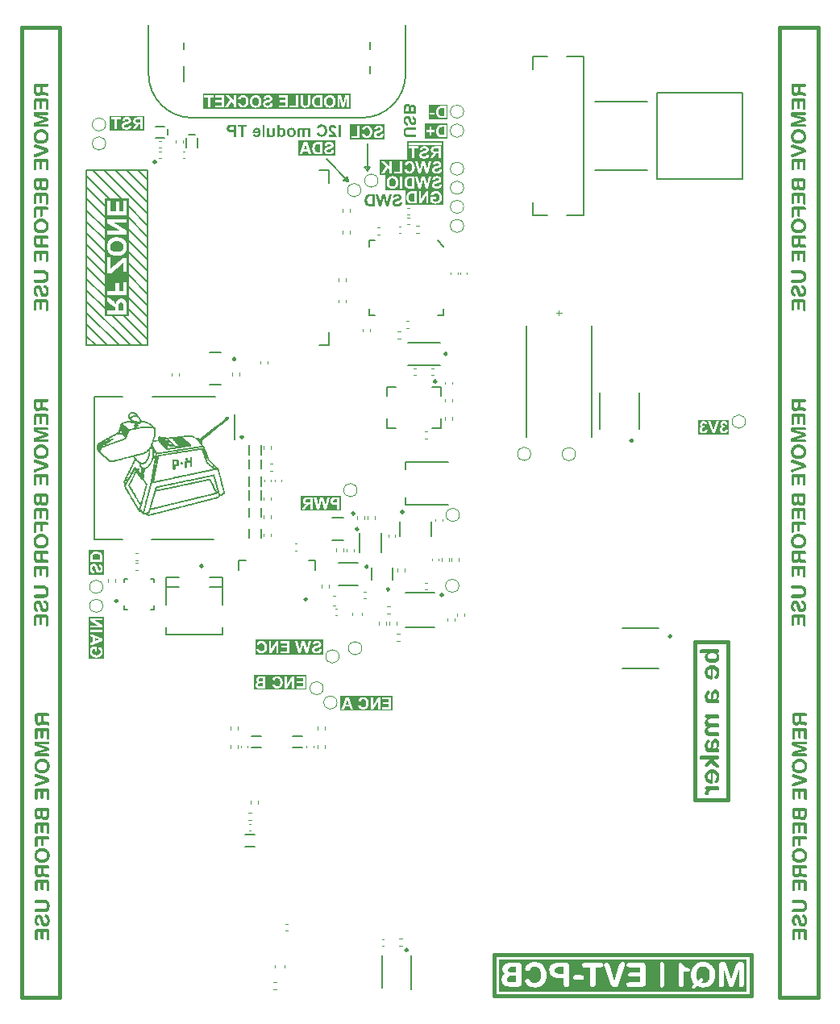
<source format=gbr>
%TF.GenerationSoftware,KiCad,Pcbnew,8.0.3*%
%TF.CreationDate,2024-06-12T08:46:35+02:00*%
%TF.ProjectId,EVT-PCB,4556542d-5043-4422-9e6b-696361645f70,rev?*%
%TF.SameCoordinates,PX3d6aa80PY9402a00*%
%TF.FileFunction,Legend,Bot*%
%TF.FilePolarity,Positive*%
%FSLAX46Y46*%
G04 Gerber Fmt 4.6, Leading zero omitted, Abs format (unit mm)*
G04 Created by KiCad (PCBNEW 8.0.3) date 2024-06-12 08:46:35*
%MOMM*%
%LPD*%
G01*
G04 APERTURE LIST*
%ADD10C,0.400000*%
%ADD11C,0.200000*%
%ADD12C,0.250000*%
%ADD13C,0.150000*%
%ADD14C,0.254000*%
%ADD15C,0.120000*%
%ADD16C,0.000000*%
G04 APERTURE END LIST*
D10*
X500000Y102400000D02*
X4500000Y102400000D01*
X4500000Y500000D01*
X500000Y500000D01*
X500000Y102400000D01*
D11*
X11650000Y81250000D02*
X13700000Y79200000D01*
X40800000Y97500000D02*
G75*
G02*
X36200000Y92900000I-4600000J0D01*
G01*
X9300000Y78800000D02*
X7300000Y80800000D01*
X10300000Y87400000D02*
X13700000Y84000000D01*
X13700000Y87400000D02*
X13700000Y69000000D01*
X11150000Y72150000D02*
X13700000Y69600000D01*
X18650000Y91100000D02*
X18050000Y91100000D01*
X7300000Y72400000D02*
X10700000Y69000000D01*
X12700000Y87400000D02*
X13700000Y86400000D01*
X11650000Y83650000D02*
X13700000Y81600000D01*
X11650000Y78850000D02*
X13700000Y76800000D01*
X11500000Y87400000D02*
X13700000Y85200000D01*
X9300000Y80000000D02*
X7300000Y82000000D01*
X9150000Y87400000D02*
X13700000Y82850000D01*
X7300000Y73600000D02*
X11900000Y69000000D01*
X9300000Y72800000D02*
X7300000Y74800000D01*
X40800000Y97500000D02*
X40800000Y102600000D01*
X11650000Y75250000D02*
X13700000Y73200000D01*
X7300000Y71200000D02*
X9500000Y69000000D01*
X13700000Y87400000D02*
X7300000Y87400000D01*
X11650000Y76450000D02*
X13700000Y74400000D01*
X11650000Y82450000D02*
X13700000Y80400000D01*
X36800000Y87300000D02*
X36500000Y87700000D01*
X9300000Y82400000D02*
X7300000Y84400000D01*
X7300000Y70000000D02*
X8300000Y69000000D01*
X11650000Y72850000D02*
X13700000Y70800000D01*
X34800000Y86200000D02*
X34300000Y86300000D01*
X9950000Y72150000D02*
X13100000Y69000000D01*
X11650000Y80050000D02*
X13700000Y78000000D01*
X9300000Y77600000D02*
X7300000Y79600000D01*
X15800000Y91100000D02*
X15800000Y91700000D01*
D10*
X71150000Y37850000D02*
X74650000Y37850000D01*
X74650000Y21250000D01*
X71150000Y21250000D01*
X71150000Y37850000D01*
D11*
X9300000Y76400000D02*
X7300000Y78400000D01*
X34300000Y86300000D02*
X34700000Y86700000D01*
X37100000Y87700000D02*
X36500000Y87700000D01*
X34800000Y86200000D02*
X32450000Y88550000D01*
X9300000Y74000000D02*
X7300000Y76000000D01*
X9300000Y81200000D02*
X7300000Y83200000D01*
X9300000Y83600000D02*
X7300000Y85600000D01*
X18400000Y92900000D02*
G75*
G02*
X13800000Y97500000I0J4600000D01*
G01*
X11650000Y74050000D02*
X13700000Y72000000D01*
X13700000Y69000000D02*
X7300000Y69000000D01*
X13800000Y97500000D02*
X13800000Y102600000D01*
D10*
X50100000Y5000000D02*
X77100000Y5000000D01*
X77100000Y700000D01*
X50100000Y700000D01*
X50100000Y5000000D01*
D11*
X36800000Y87300000D02*
X36800000Y90200000D01*
X34800000Y86200000D02*
X34700000Y86700000D01*
X36800000Y87300000D02*
X37100000Y87700000D01*
X9750000Y84350000D02*
X7300000Y86800000D01*
X11650000Y77650000D02*
X13700000Y75600000D01*
X7300000Y87400000D02*
X7300000Y69000000D01*
X9300000Y75200000D02*
X7300000Y77200000D01*
D10*
X80100000Y102400000D02*
X84100000Y102400000D01*
X84100000Y500000D01*
X80100000Y500000D01*
X80100000Y102400000D01*
D11*
X18400000Y92900000D02*
X36200000Y92900000D01*
X10950000Y84350000D02*
X7900000Y87400000D01*
D10*
G36*
X73668908Y37071672D02*
G01*
X73741895Y37003137D01*
X73761263Y36904466D01*
X73741895Y36808062D01*
X73668908Y36737967D01*
X73568311Y36719330D01*
X73503831Y36719330D01*
X73503831Y36713956D01*
X73592164Y36666155D01*
X73671487Y36587718D01*
X73725662Y36488695D01*
X73752408Y36390479D01*
X73761263Y36282623D01*
X73749529Y36157030D01*
X73714108Y36038358D01*
X73654668Y35929634D01*
X73570875Y35833888D01*
X73491850Y35772417D01*
X73398801Y35721226D01*
X73291586Y35681593D01*
X73170067Y35654796D01*
X73034103Y35642112D01*
X72985547Y35641242D01*
X72876926Y35646512D01*
X72771193Y35662432D01*
X72670050Y35689171D01*
X72575199Y35726894D01*
X72488344Y35775767D01*
X72411187Y35835958D01*
X72326338Y35934106D01*
X72278430Y36021352D01*
X72245895Y36120472D01*
X72230436Y36231631D01*
X72229371Y36271388D01*
X72237228Y36369293D01*
X72238797Y36374947D01*
X72548841Y36374947D01*
X72566742Y36266748D01*
X72628066Y36170549D01*
X72720356Y36106142D01*
X72830380Y36068329D01*
X72944901Y36051913D01*
X72999713Y36050104D01*
X73108296Y36057924D01*
X73207341Y36081466D01*
X73308742Y36130643D01*
X73385465Y36202850D01*
X73431540Y36298298D01*
X73442281Y36374947D01*
X73427522Y36476003D01*
X73375099Y36570383D01*
X73291980Y36637657D01*
X73185757Y36680182D01*
X73085068Y36698414D01*
X72999713Y36702721D01*
X72900343Y36696611D01*
X72802124Y36676878D01*
X72694959Y36632257D01*
X72610103Y36561361D01*
X72558818Y36460558D01*
X72548841Y36374947D01*
X72238797Y36374947D01*
X72265549Y36471361D01*
X72313330Y36559404D01*
X72379343Y36632440D01*
X72436978Y36674877D01*
X72436978Y36680251D01*
X71874731Y36680251D01*
X71774777Y36698635D01*
X71696286Y36765855D01*
X71667465Y36862261D01*
X71666636Y36884926D01*
X71687253Y36986831D01*
X71756906Y37061955D01*
X71862057Y37088877D01*
X71874731Y37089113D01*
X73568311Y37089113D01*
X73668908Y37071672D01*
G37*
G36*
X73122872Y35435167D02*
G01*
X73222242Y35417315D01*
X73319204Y35386712D01*
X73411690Y35342662D01*
X73497633Y35284471D01*
X73574965Y35211441D01*
X73641620Y35122878D01*
X73695531Y35018087D01*
X73734629Y34896371D01*
X73756848Y34757035D01*
X73761263Y34654012D01*
X73755850Y34555788D01*
X73739487Y34450008D01*
X73711984Y34343037D01*
X73673152Y34241242D01*
X73622803Y34150986D01*
X73543382Y34064093D01*
X73445300Y34017612D01*
X73400760Y34013119D01*
X73305547Y34049753D01*
X73248713Y34137367D01*
X73242979Y34181158D01*
X73274120Y34281420D01*
X73342630Y34364096D01*
X73403854Y34456861D01*
X73433718Y34552109D01*
X73442281Y34654012D01*
X73431275Y34758370D01*
X73391164Y34863197D01*
X73325334Y34944234D01*
X73237631Y34999860D01*
X73131900Y35028450D01*
X73073475Y35032100D01*
X73073475Y34107885D01*
X73060812Y34005811D01*
X72983830Y33937800D01*
X72897131Y33929099D01*
X72772368Y33941562D01*
X72651629Y33978429D01*
X72538801Y34038914D01*
X72461710Y34099306D01*
X72392896Y34172212D01*
X72333997Y34257301D01*
X72286654Y34354242D01*
X72252507Y34462704D01*
X72233195Y34582356D01*
X72229741Y34659874D01*
X72515136Y34659874D01*
X72528988Y34562358D01*
X72577026Y34463864D01*
X72654192Y34386289D01*
X72755025Y34334326D01*
X72838513Y34315491D01*
X72838513Y35032100D01*
X72735206Y34998558D01*
X72649254Y34948414D01*
X72573723Y34868775D01*
X72528025Y34766196D01*
X72515136Y34659874D01*
X72229741Y34659874D01*
X72229371Y34668178D01*
X72237659Y34799212D01*
X72261980Y34919437D01*
X72301521Y35028398D01*
X72355467Y35125641D01*
X72423004Y35210713D01*
X72503319Y35283159D01*
X72595598Y35342526D01*
X72699028Y35388359D01*
X72812793Y35420204D01*
X72936081Y35437608D01*
X73023161Y35440963D01*
X73122872Y35435167D01*
G37*
G36*
X73456364Y32841413D02*
G01*
X73554504Y32797031D01*
X73635221Y32729417D01*
X73697172Y32643768D01*
X73739016Y32545285D01*
X73759411Y32439164D01*
X73761263Y32395743D01*
X73756551Y32296800D01*
X73737281Y32183909D01*
X73701167Y32077153D01*
X73646103Y31976279D01*
X73584222Y31896530D01*
X73523370Y31835450D01*
X73624172Y31816752D01*
X73712427Y31755756D01*
X73756210Y31655383D01*
X73761263Y31594626D01*
X73736121Y31493269D01*
X73660861Y31421663D01*
X73604459Y31409979D01*
X73507067Y31430983D01*
X73399868Y31449232D01*
X73327976Y31451988D01*
X72646050Y31451988D01*
X72544698Y31464424D01*
X72439021Y31513071D01*
X72355869Y31595264D01*
X72304971Y31682843D01*
X72267472Y31787898D01*
X72242918Y31908656D01*
X72232726Y32008461D01*
X72229371Y32115352D01*
X72234635Y32228449D01*
X72249587Y32331306D01*
X72282412Y32452188D01*
X72327230Y32554064D01*
X72381053Y32636476D01*
X72456441Y32711425D01*
X72551099Y32759016D01*
X72597201Y32765038D01*
X72692870Y32727954D01*
X72744194Y32637562D01*
X72749120Y32591625D01*
X72715232Y32491562D01*
X72640676Y32407344D01*
X72574051Y32313602D01*
X72541552Y32218764D01*
X72532233Y32118283D01*
X72541644Y32020151D01*
X72581470Y31921222D01*
X72664587Y31863934D01*
X72694898Y31860851D01*
X73031465Y31860851D01*
X73192177Y31860851D01*
X73290255Y31880024D01*
X73377864Y31935416D01*
X73446074Y32023838D01*
X73482333Y32123496D01*
X73492595Y32221842D01*
X73475733Y32326747D01*
X73417391Y32414083D01*
X73322602Y32448988D01*
X73224948Y32422259D01*
X73161211Y32343920D01*
X73129353Y32245954D01*
X73118415Y32185694D01*
X73095457Y32037194D01*
X73074230Y31941645D01*
X73031465Y31860851D01*
X72694898Y31860851D01*
X72788450Y31890758D01*
X72833683Y31984460D01*
X72841444Y32037194D01*
X72868799Y32286322D01*
X72885652Y32400899D01*
X72910198Y32507850D01*
X72944637Y32604818D01*
X73004944Y32708396D01*
X73088435Y32788084D01*
X73199403Y32839275D01*
X73310846Y32856614D01*
X73342142Y32857362D01*
X73456364Y32841413D01*
G37*
G36*
X73557564Y30244452D02*
G01*
X73661605Y30225703D01*
X73735959Y30158187D01*
X73760987Y30054861D01*
X73761263Y30040265D01*
X73744753Y29940896D01*
X73677907Y29862524D01*
X73577803Y29836133D01*
X73557564Y29835589D01*
X72880523Y29835589D01*
X72781066Y29821618D01*
X72685340Y29774462D01*
X72615166Y29701470D01*
X72574410Y29610404D01*
X72565450Y29538590D01*
X72586035Y29436451D01*
X72651308Y29360487D01*
X72749685Y29321864D01*
X72827766Y29314863D01*
X73557564Y29314863D01*
X73661605Y29296095D01*
X73735959Y29228440D01*
X73760987Y29124829D01*
X73761263Y29110188D01*
X73744753Y29011102D01*
X73677907Y28932903D01*
X73577803Y28906544D01*
X73557564Y28906001D01*
X72880523Y28906001D01*
X72781066Y28892029D01*
X72685340Y28844874D01*
X72615166Y28771882D01*
X72574410Y28680816D01*
X72565450Y28609002D01*
X72586035Y28506862D01*
X72651308Y28430899D01*
X72749685Y28392275D01*
X72827766Y28385275D01*
X73557564Y28385275D01*
X73661605Y28366507D01*
X73735959Y28298852D01*
X73760987Y28195241D01*
X73761263Y28180600D01*
X73744753Y28081307D01*
X73677907Y28003171D01*
X73577803Y27976951D01*
X73557564Y27976413D01*
X72724696Y27976413D01*
X72598226Y27986704D01*
X72492742Y28016247D01*
X72406972Y28063043D01*
X72325549Y28142758D01*
X72270462Y28242408D01*
X72239230Y28358090D01*
X72229753Y28459557D01*
X72229371Y28485903D01*
X72236423Y28584256D01*
X72262689Y28689087D01*
X72307010Y28781206D01*
X72367937Y28862390D01*
X72444020Y28934416D01*
X72487292Y28967550D01*
X72391658Y29019851D01*
X72320676Y29087969D01*
X72265620Y29180214D01*
X72236597Y29278033D01*
X72229371Y29359804D01*
X72239234Y29473072D01*
X72268089Y29578670D01*
X72314833Y29674800D01*
X72378367Y29759668D01*
X72457589Y29831475D01*
X72487292Y29852198D01*
X72487292Y29858060D01*
X72434047Y29858060D01*
X72332029Y29878608D01*
X72256663Y29944917D01*
X72229609Y30039885D01*
X72229371Y30051011D01*
X72252049Y30149341D01*
X72323448Y30219662D01*
X72422629Y30244239D01*
X72434047Y30244452D01*
X73557564Y30244452D01*
G37*
G36*
X73456364Y27683004D02*
G01*
X73554504Y27638622D01*
X73635221Y27571008D01*
X73697172Y27485360D01*
X73739016Y27386876D01*
X73759411Y27280755D01*
X73761263Y27237334D01*
X73756551Y27138391D01*
X73737281Y27025500D01*
X73701167Y26918744D01*
X73646103Y26817870D01*
X73584222Y26738121D01*
X73523370Y26677041D01*
X73624172Y26658343D01*
X73712427Y26597348D01*
X73756210Y26496975D01*
X73761263Y26436217D01*
X73736121Y26334860D01*
X73660861Y26263254D01*
X73604459Y26251570D01*
X73507067Y26272575D01*
X73399868Y26290823D01*
X73327976Y26293579D01*
X72646050Y26293579D01*
X72544698Y26306015D01*
X72439021Y26354662D01*
X72355869Y26436855D01*
X72304971Y26524434D01*
X72267472Y26629489D01*
X72242918Y26750247D01*
X72232726Y26850052D01*
X72229371Y26956943D01*
X72234635Y27070040D01*
X72249587Y27172898D01*
X72282412Y27293779D01*
X72327230Y27395655D01*
X72381053Y27478068D01*
X72456441Y27553016D01*
X72551099Y27600608D01*
X72597201Y27606629D01*
X72692870Y27569545D01*
X72744194Y27479153D01*
X72749120Y27433217D01*
X72715232Y27333153D01*
X72640676Y27248935D01*
X72574051Y27155193D01*
X72541552Y27060355D01*
X72532233Y26959874D01*
X72541644Y26861742D01*
X72581470Y26762813D01*
X72664587Y26705525D01*
X72694898Y26702442D01*
X73031465Y26702442D01*
X73192177Y26702442D01*
X73290255Y26721615D01*
X73377864Y26777008D01*
X73446074Y26865429D01*
X73482333Y26965088D01*
X73492595Y27063433D01*
X73475733Y27168338D01*
X73417391Y27255674D01*
X73322602Y27290579D01*
X73224948Y27263850D01*
X73161211Y27185511D01*
X73129353Y27087545D01*
X73118415Y27027285D01*
X73095457Y26878785D01*
X73074230Y26783236D01*
X73031465Y26702442D01*
X72694898Y26702442D01*
X72788450Y26732349D01*
X72833683Y26826051D01*
X72841444Y26878785D01*
X72868799Y27127913D01*
X72885652Y27242490D01*
X72910198Y27349441D01*
X72944637Y27446409D01*
X73004944Y27549988D01*
X73088435Y27629675D01*
X73199403Y27680866D01*
X73310846Y27698205D01*
X73342142Y27698953D01*
X73456364Y27683004D01*
G37*
G36*
X73557564Y25941870D02*
G01*
X73655180Y25923496D01*
X73732102Y25856385D01*
X73760445Y25760262D01*
X73761263Y25737683D01*
X73740977Y25635448D01*
X73672669Y25560185D01*
X73569924Y25533244D01*
X73557564Y25533007D01*
X73247864Y25533007D01*
X73122323Y25390369D01*
X73666496Y25003977D01*
X73733883Y24932096D01*
X73760687Y24837246D01*
X73761263Y24818841D01*
X73731181Y24717737D01*
X73654983Y24648701D01*
X73563426Y24625889D01*
X73464541Y24648382D01*
X73432023Y24667899D01*
X72862937Y25093370D01*
X72547864Y24790997D01*
X72464673Y24735067D01*
X72414019Y24729448D01*
X72317570Y24760695D01*
X72251339Y24836738D01*
X72229371Y24922400D01*
X72257366Y25018018D01*
X72308018Y25079204D01*
X72810181Y25533007D01*
X71874731Y25533007D01*
X71774777Y25551391D01*
X71696286Y25618611D01*
X71667465Y25715018D01*
X71666636Y25737683D01*
X71687253Y25839587D01*
X71756906Y25914712D01*
X71862057Y25941633D01*
X71874731Y25941870D01*
X73557564Y25941870D01*
G37*
G36*
X73122872Y24495041D02*
G01*
X73222242Y24477189D01*
X73319204Y24446586D01*
X73411690Y24402537D01*
X73497633Y24344345D01*
X73574965Y24271315D01*
X73641620Y24182753D01*
X73695531Y24077961D01*
X73734629Y23956245D01*
X73756848Y23816909D01*
X73761263Y23713886D01*
X73755850Y23615663D01*
X73739487Y23509883D01*
X73711984Y23402912D01*
X73673152Y23301116D01*
X73622803Y23210861D01*
X73543382Y23123968D01*
X73445300Y23077486D01*
X73400760Y23072993D01*
X73305547Y23109627D01*
X73248713Y23197241D01*
X73242979Y23241032D01*
X73274120Y23341294D01*
X73342630Y23423970D01*
X73403854Y23516736D01*
X73433718Y23611984D01*
X73442281Y23713886D01*
X73431275Y23818244D01*
X73391164Y23923071D01*
X73325334Y24004109D01*
X73237631Y24059734D01*
X73131900Y24088325D01*
X73073475Y24091974D01*
X73073475Y23167759D01*
X73060812Y23065685D01*
X72983830Y22997675D01*
X72897131Y22988974D01*
X72772368Y23001437D01*
X72651629Y23038303D01*
X72538801Y23098789D01*
X72461710Y23159181D01*
X72392896Y23232087D01*
X72333997Y23317176D01*
X72286654Y23414117D01*
X72252507Y23522579D01*
X72233195Y23642231D01*
X72229741Y23719748D01*
X72515136Y23719748D01*
X72528988Y23622233D01*
X72577026Y23523738D01*
X72654192Y23446163D01*
X72755025Y23394200D01*
X72838513Y23375366D01*
X72838513Y24091974D01*
X72735206Y24058433D01*
X72649254Y24008289D01*
X72573723Y23928649D01*
X72528025Y23826070D01*
X72515136Y23719748D01*
X72229741Y23719748D01*
X72229371Y23728053D01*
X72237659Y23859087D01*
X72261980Y23979311D01*
X72301521Y24088272D01*
X72355467Y24185516D01*
X72423004Y24270587D01*
X72503319Y24343034D01*
X72595598Y24402400D01*
X72699028Y24448233D01*
X72812793Y24480078D01*
X72936081Y24497482D01*
X73023161Y24500837D01*
X73122872Y24495041D01*
G37*
G36*
X73558053Y22703210D02*
G01*
X73661743Y22684461D01*
X73735974Y22616945D01*
X73760987Y22513619D01*
X73761263Y22499023D01*
X73744761Y22399654D01*
X73678010Y22321281D01*
X73578206Y22294891D01*
X73558053Y22294347D01*
X73084221Y22294347D01*
X72968055Y22290183D01*
X72850278Y22273438D01*
X72745900Y22236830D01*
X72669658Y22172035D01*
X72634227Y22069913D01*
X72632861Y22039846D01*
X72632861Y21967062D01*
X72612180Y21867026D01*
X72542916Y21791742D01*
X72442540Y21765609D01*
X72428674Y21765317D01*
X72331365Y21791330D01*
X72262035Y21861798D01*
X72230343Y21965359D01*
X72229371Y21989043D01*
X72246814Y22090096D01*
X72304642Y22182926D01*
X72391874Y22252387D01*
X72481327Y22296209D01*
X72576685Y22328053D01*
X72576685Y22333426D01*
X72419881Y22333426D01*
X72321149Y22355507D01*
X72248763Y22429734D01*
X72229371Y22518562D01*
X72252792Y22615011D01*
X72329492Y22685271D01*
X72419881Y22703210D01*
X73558053Y22703210D01*
G37*
D12*
G36*
X33979710Y90912500D02*
G01*
X33979710Y92182563D01*
X33725697Y92182563D01*
X33725697Y90912500D01*
X33979710Y90912500D01*
G37*
G36*
X32724302Y91146974D02*
G01*
X32724302Y90912500D01*
X33570298Y90912500D01*
X33559994Y90974706D01*
X33542821Y91035233D01*
X33518778Y91094080D01*
X33487866Y91151248D01*
X33451399Y91204190D01*
X33409933Y91255173D01*
X33368179Y91301611D01*
X33319880Y91351642D01*
X33265037Y91405265D01*
X33216451Y91450751D01*
X33168494Y91495504D01*
X33119092Y91542931D01*
X33072689Y91589608D01*
X33030802Y91635925D01*
X33016172Y91654999D01*
X32985847Y91710383D01*
X32968789Y91769801D01*
X32966407Y91801544D01*
X32974705Y91864464D01*
X33004511Y91919057D01*
X33009760Y91924582D01*
X33065129Y91958171D01*
X33129439Y91967630D01*
X33193580Y91957701D01*
X33246913Y91925225D01*
X33249729Y91922445D01*
X33283266Y91866935D01*
X33298214Y91803595D01*
X33301325Y91772235D01*
X33541905Y91796049D01*
X33532983Y91857785D01*
X33516353Y91924332D01*
X33493262Y91982657D01*
X33458156Y92040311D01*
X33414255Y92086775D01*
X33407266Y92092499D01*
X33354875Y92127592D01*
X33297079Y92154066D01*
X33233877Y92171921D01*
X33165270Y92181156D01*
X33123639Y92182563D01*
X33056602Y92179043D01*
X32995168Y92168481D01*
X32930576Y92147260D01*
X32873611Y92116456D01*
X32830853Y92082424D01*
X32789335Y92036394D01*
X32754373Y91978029D01*
X32732730Y91913519D01*
X32724718Y91852033D01*
X32724302Y91833601D01*
X32728595Y91771291D01*
X32741475Y91711213D01*
X32754832Y91672401D01*
X32782710Y91614083D01*
X32817015Y91558740D01*
X32851308Y91512117D01*
X32894155Y91463573D01*
X32939251Y91418150D01*
X32988663Y91371286D01*
X33009455Y91352138D01*
X33055408Y91309921D01*
X33102725Y91265431D01*
X33147709Y91220610D01*
X33154169Y91213530D01*
X33192063Y91165322D01*
X33203628Y91146974D01*
X32724302Y91146974D01*
G37*
G36*
X31707336Y91400986D02*
G01*
X31460956Y91322828D01*
X31480535Y91260377D01*
X31503782Y91203158D01*
X31536518Y91141402D01*
X31574536Y91087181D01*
X31617834Y91040494D01*
X31649633Y91013556D01*
X31701479Y90979213D01*
X31758326Y90951975D01*
X31820175Y90931843D01*
X31887026Y90918816D01*
X31958878Y90912895D01*
X31983941Y90912500D01*
X32045211Y90915153D01*
X32117882Y90925928D01*
X32186199Y90944991D01*
X32250164Y90972344D01*
X32309776Y91007984D01*
X32365035Y91051913D01*
X32396100Y91082249D01*
X32442540Y91138337D01*
X32481108Y91200507D01*
X32511806Y91268759D01*
X32530696Y91327740D01*
X32544549Y91390613D01*
X32553365Y91457379D01*
X32557143Y91528038D01*
X32557301Y91546311D01*
X32554768Y91621988D01*
X32547168Y91693314D01*
X32534503Y91760290D01*
X32516772Y91822916D01*
X32493974Y91881191D01*
X32458353Y91947916D01*
X32414816Y92007844D01*
X32395184Y92029912D01*
X32341938Y92079517D01*
X32283713Y92120715D01*
X32220508Y92153506D01*
X32152325Y92177888D01*
X32079162Y92193863D01*
X32017047Y92200589D01*
X31968370Y92202103D01*
X31898271Y92198570D01*
X31832421Y92187971D01*
X31770819Y92170305D01*
X31713465Y92145574D01*
X31660361Y92113776D01*
X31611505Y92074913D01*
X31593152Y92057389D01*
X31552928Y92009838D01*
X31518047Y91952975D01*
X31491909Y91895582D01*
X31469862Y91831059D01*
X31464314Y91811314D01*
X31715884Y91772235D01*
X31736942Y91835719D01*
X31769473Y91889318D01*
X31809002Y91929467D01*
X31861305Y91962319D01*
X31920824Y91981534D01*
X31981193Y91987169D01*
X32047825Y91980948D01*
X32107894Y91962287D01*
X32161398Y91931184D01*
X32208339Y91887640D01*
X32246406Y91830148D01*
X32270793Y91767163D01*
X32285069Y91703758D01*
X32293226Y91631658D01*
X32295350Y91564934D01*
X32293256Y91494318D01*
X32286972Y91430350D01*
X32273903Y91362365D01*
X32254801Y91303955D01*
X32224892Y91247909D01*
X32209560Y91227879D01*
X32163440Y91183934D01*
X32110870Y91152545D01*
X32051851Y91133712D01*
X31986383Y91127434D01*
X31920052Y91135227D01*
X31860432Y91158604D01*
X31812055Y91193380D01*
X31770475Y91241990D01*
X31739936Y91298383D01*
X31718264Y91358566D01*
X31707336Y91400986D01*
G37*
G36*
X30783792Y91830854D02*
G01*
X30561226Y91830854D01*
X30561226Y91706290D01*
X30514862Y91755262D01*
X30465299Y91794103D01*
X30403433Y91826610D01*
X30337213Y91845327D01*
X30276988Y91850393D01*
X30214535Y91845542D01*
X30154241Y91829336D01*
X30124947Y91815894D01*
X30073022Y91779195D01*
X30032759Y91732979D01*
X30019312Y91712091D01*
X29972873Y91759317D01*
X29923771Y91796583D01*
X29889558Y91815894D01*
X29831489Y91838231D01*
X29770397Y91849180D01*
X29741181Y91850393D01*
X29675768Y91845523D01*
X29612721Y91829101D01*
X29571127Y91809177D01*
X29520414Y91769588D01*
X29481391Y91717302D01*
X29467323Y91688887D01*
X29451114Y91629268D01*
X29444269Y91567086D01*
X29442288Y91498989D01*
X29442288Y90912500D01*
X29683784Y90912500D01*
X29683784Y91443423D01*
X29685348Y91506449D01*
X29691705Y91568005D01*
X29708818Y91622026D01*
X29754430Y91663000D01*
X29811706Y91674538D01*
X29872790Y91662254D01*
X29907266Y91643092D01*
X29949587Y91598345D01*
X29971685Y91550585D01*
X29984336Y91489582D01*
X29989679Y91426816D01*
X29991224Y91358549D01*
X29991224Y90912500D01*
X30232414Y90912500D01*
X30232414Y91421747D01*
X30233215Y91483514D01*
X30236935Y91548814D01*
X30245237Y91596686D01*
X30277091Y91648801D01*
X30285232Y91655304D01*
X30344480Y91674069D01*
X30358504Y91674538D01*
X30420868Y91663667D01*
X30458949Y91643703D01*
X30503055Y91597869D01*
X30523063Y91555470D01*
X30536211Y91490429D01*
X30541095Y91426155D01*
X30542297Y91364044D01*
X30542297Y90912500D01*
X30783792Y90912500D01*
X30783792Y91830854D01*
G37*
G36*
X28861258Y91846672D02*
G01*
X28923425Y91835509D01*
X28982463Y91816905D01*
X29038372Y91790859D01*
X29077391Y91766655D01*
X29129399Y91723306D01*
X29173583Y91671504D01*
X29206289Y91618362D01*
X29226417Y91575722D01*
X29246777Y91518001D01*
X29260833Y91451878D01*
X29265518Y91384500D01*
X29265286Y91364957D01*
X29260833Y91299505D01*
X29250710Y91238641D01*
X29232201Y91174699D01*
X29206289Y91116749D01*
X29182167Y91077389D01*
X29138821Y91025314D01*
X29086877Y90981595D01*
X29033487Y90949748D01*
X28975823Y90924903D01*
X28916708Y90907158D01*
X28856144Y90896510D01*
X28794129Y90892961D01*
X28769096Y90893495D01*
X28697233Y90901510D01*
X28630221Y90919141D01*
X28568061Y90946389D01*
X28510752Y90983255D01*
X28458295Y91029737D01*
X28434397Y91056005D01*
X28393654Y91112276D01*
X28362312Y91173528D01*
X28340373Y91239760D01*
X28327837Y91310972D01*
X28324604Y91373509D01*
X28572784Y91373509D01*
X28574349Y91328767D01*
X28583365Y91264343D01*
X28603088Y91202404D01*
X28636898Y91146668D01*
X28675205Y91109035D01*
X28733795Y91078015D01*
X28795045Y91068816D01*
X28845744Y91074974D01*
X28905979Y91102344D01*
X28953803Y91146668D01*
X28978903Y91184149D01*
X29002117Y91241999D01*
X29014196Y91302545D01*
X29018222Y91371677D01*
X29016649Y91415883D01*
X29007590Y91479606D01*
X28987774Y91540985D01*
X28953803Y91596380D01*
X28915200Y91634162D01*
X28856367Y91665303D01*
X28795045Y91674538D01*
X28744394Y91668356D01*
X28684374Y91640878D01*
X28636898Y91596380D01*
X28611916Y91559106D01*
X28588812Y91501736D01*
X28576791Y91441821D01*
X28572784Y91373509D01*
X28324604Y91373509D01*
X28324572Y91374119D01*
X28325734Y91412189D01*
X28332834Y91472847D01*
X28349875Y91541032D01*
X28376211Y91604194D01*
X28411842Y91662333D01*
X28456769Y91715449D01*
X28482213Y91739565D01*
X28537046Y91780681D01*
X28597138Y91812308D01*
X28662490Y91834447D01*
X28733101Y91847098D01*
X28795961Y91850393D01*
X28861258Y91846672D01*
G37*
G36*
X27546048Y91723387D02*
G01*
X27574627Y91753154D01*
X27627740Y91795696D01*
X27684798Y91826083D01*
X27745800Y91844316D01*
X27810746Y91850393D01*
X27851452Y91848499D01*
X27918393Y91836071D01*
X27979871Y91812043D01*
X28035885Y91776415D01*
X28086435Y91729188D01*
X28111981Y91697140D01*
X28143912Y91642522D01*
X28168180Y91580047D01*
X28184785Y91509715D01*
X28192768Y91445103D01*
X28195429Y91375035D01*
X28193678Y91319666D01*
X28186566Y91254868D01*
X28173982Y91194974D01*
X28151661Y91129576D01*
X28121461Y91071240D01*
X28083382Y91019967D01*
X28054665Y90990200D01*
X28001011Y90947658D01*
X27943033Y90917271D01*
X27880731Y90899039D01*
X27814105Y90892961D01*
X27780370Y90894758D01*
X27718029Y90907630D01*
X27660842Y90930513D01*
X27619674Y90954996D01*
X27569743Y90997557D01*
X27528951Y91046529D01*
X27528951Y90912500D01*
X27304858Y90912500D01*
X27304858Y91364960D01*
X27545437Y91364960D01*
X27546869Y91320580D01*
X27555112Y91257043D01*
X27573144Y91196558D01*
X27604056Y91143005D01*
X27626792Y91117792D01*
X27682020Y91081060D01*
X27745411Y91068816D01*
X27751930Y91068913D01*
X27812096Y91080505D01*
X27867741Y91115570D01*
X27908749Y91167734D01*
X27924451Y91201701D01*
X27940194Y91264264D01*
X27947120Y91326207D01*
X27949049Y91389079D01*
X27948142Y91423540D01*
X27940891Y91485822D01*
X27924067Y91545307D01*
X27891041Y91602792D01*
X27864333Y91630748D01*
X27807679Y91664449D01*
X27747243Y91674538D01*
X27710042Y91671061D01*
X27649093Y91646154D01*
X27602224Y91601876D01*
X27577380Y91559935D01*
X27557915Y91498975D01*
X27548155Y91432543D01*
X27545437Y91364960D01*
X27304858Y91364960D01*
X27304858Y92182563D01*
X27546048Y92182563D01*
X27546048Y91723387D01*
G37*
G36*
X26472601Y90912500D02*
G01*
X26472601Y91048971D01*
X26514346Y90998668D01*
X26564936Y90957208D01*
X26603576Y90934482D01*
X26660317Y90910843D01*
X26724767Y90896245D01*
X26774851Y90892961D01*
X26840926Y90898671D01*
X26901762Y90915802D01*
X26939410Y90933566D01*
X26992045Y90971950D01*
X27031378Y91021116D01*
X27045045Y91047445D01*
X27064952Y91110485D01*
X27074522Y91175022D01*
X27077680Y91242436D01*
X27077712Y91250472D01*
X27077712Y91830854D01*
X26836523Y91830854D01*
X26836523Y91404345D01*
X26836061Y91336281D01*
X26834356Y91270331D01*
X26830317Y91206832D01*
X26823394Y91164376D01*
X26792886Y91110484D01*
X26774851Y91094461D01*
X26717353Y91071320D01*
X26685397Y91068816D01*
X26623490Y91078553D01*
X26574877Y91103315D01*
X26529432Y91147343D01*
X26507711Y91188800D01*
X26496048Y91254912D01*
X26491826Y91319889D01*
X26489979Y91391927D01*
X26489698Y91439454D01*
X26489698Y91830854D01*
X26248508Y91830854D01*
X26248508Y90912500D01*
X26472601Y90912500D01*
G37*
G36*
X26004265Y90912500D02*
G01*
X26004265Y92182563D01*
X25762770Y92182563D01*
X25762770Y90912500D01*
X26004265Y90912500D01*
G37*
G36*
X25192599Y91849889D02*
G01*
X25256920Y91842322D01*
X25316819Y91825674D01*
X25372296Y91799946D01*
X25423351Y91765138D01*
X25469984Y91721250D01*
X25497747Y91687495D01*
X25532452Y91631066D01*
X25558827Y91567682D01*
X25576873Y91497343D01*
X25585550Y91433414D01*
X25588442Y91364655D01*
X25585275Y91295511D01*
X25575776Y91230961D01*
X25559945Y91171004D01*
X25533471Y91106861D01*
X25498377Y91048971D01*
X25459668Y91004027D01*
X25405229Y90960149D01*
X25342074Y90927241D01*
X25282787Y90908196D01*
X25217448Y90896770D01*
X25146057Y90892961D01*
X25082751Y90896058D01*
X25016304Y90907183D01*
X24956155Y90926398D01*
X24896013Y90957685D01*
X24860350Y90984154D01*
X24813939Y91031665D01*
X24776029Y91088546D01*
X24749467Y91146974D01*
X24990047Y91186052D01*
X25007592Y91144565D01*
X25048665Y91096599D01*
X25082893Y91078610D01*
X25143614Y91068816D01*
X25173904Y91070984D01*
X25232903Y91090557D01*
X25282833Y91130487D01*
X25314930Y91178731D01*
X25334402Y91238662D01*
X25341146Y91303289D01*
X24736645Y91303289D01*
X24736440Y91320513D01*
X24738027Y91386614D01*
X24745092Y91459604D01*
X24976308Y91459604D01*
X25336871Y91459604D01*
X25334759Y91501043D01*
X25319446Y91562902D01*
X25286191Y91616836D01*
X25272867Y91630360D01*
X25219548Y91663494D01*
X25155826Y91674538D01*
X25142169Y91674055D01*
X25079759Y91657150D01*
X25030347Y91619584D01*
X25002899Y91580478D01*
X24982635Y91520486D01*
X24976308Y91459604D01*
X24745092Y91459604D01*
X24745416Y91462947D01*
X24758813Y91532289D01*
X24778218Y91594639D01*
X24809435Y91660231D01*
X24849302Y91715754D01*
X24872095Y91739816D01*
X24922205Y91780838D01*
X24978348Y91812394D01*
X25040522Y91834484D01*
X25108729Y91847106D01*
X25170176Y91850393D01*
X25192599Y91849889D01*
G37*
G36*
X23773717Y90912500D02*
G01*
X23773717Y91967630D01*
X24147103Y91967630D01*
X24147103Y92182563D01*
X23146929Y92182563D01*
X23146929Y91967630D01*
X23519399Y91967630D01*
X23519399Y90912500D01*
X23773717Y90912500D01*
G37*
G36*
X22988476Y90912500D02*
G01*
X22734159Y90912500D01*
X22734159Y91400986D01*
X22568379Y91400986D01*
X22496812Y91401848D01*
X22433047Y91404434D01*
X22369725Y91409500D01*
X22304902Y91418999D01*
X22283972Y91424317D01*
X22226002Y91447057D01*
X22173011Y91478533D01*
X22145775Y91499790D01*
X22100930Y91547871D01*
X22066154Y91602181D01*
X22061053Y91612170D01*
X22038876Y91672227D01*
X22027355Y91734337D01*
X22024220Y91792691D01*
X22285973Y91792691D01*
X22290009Y91753364D01*
X22314672Y91696215D01*
X22339287Y91668165D01*
X22394050Y91635154D01*
X22400774Y91632825D01*
X22463432Y91621348D01*
X22526056Y91617122D01*
X22594940Y91615920D01*
X22734159Y91615920D01*
X22734159Y91967630D01*
X22611427Y91967630D01*
X22555717Y91967221D01*
X22491389Y91965217D01*
X22428550Y91959081D01*
X22375210Y91941532D01*
X22326273Y91904126D01*
X22296048Y91854286D01*
X22285973Y91792691D01*
X22024220Y91792691D01*
X22024023Y91796354D01*
X22027514Y91859293D01*
X22040055Y91924747D01*
X22061718Y91983294D01*
X22096990Y92040902D01*
X22120657Y92068854D01*
X22167615Y92110977D01*
X22220176Y92142570D01*
X22278340Y92163634D01*
X22304235Y92169088D01*
X22370754Y92176574D01*
X22440190Y92180327D01*
X22512032Y92182101D01*
X22580591Y92182563D01*
X22988476Y92182563D01*
X22988476Y90912500D01*
G37*
G36*
X30799808Y52523749D02*
G01*
X30611741Y52523749D01*
X30547992Y52524275D01*
X30485827Y52526218D01*
X30419829Y52531477D01*
X30383374Y52538709D01*
X30330204Y52569944D01*
X30312238Y52590916D01*
X30288821Y52650513D01*
X30286287Y52683423D01*
X30297010Y52745858D01*
X30320176Y52783867D01*
X30370321Y52819284D01*
X30416041Y52832105D01*
X30477789Y52835311D01*
X30539690Y52836175D01*
X30601360Y52836380D01*
X30799808Y52836380D01*
X30799808Y52523749D01*
G37*
G36*
X33617759Y52484670D02*
G01*
X33478541Y52484670D01*
X33409657Y52485872D01*
X33347033Y52490098D01*
X33284375Y52501575D01*
X33277651Y52503904D01*
X33222887Y52536915D01*
X33198272Y52564965D01*
X33173610Y52622114D01*
X33169574Y52661441D01*
X33179649Y52723036D01*
X33209874Y52772876D01*
X33258810Y52810282D01*
X33312151Y52827831D01*
X33374990Y52833967D01*
X33439318Y52835971D01*
X33495027Y52836380D01*
X33617759Y52836380D01*
X33617759Y52484670D01*
G37*
G36*
X34010966Y51642361D02*
G01*
X29783171Y51642361D01*
X29783171Y51781250D01*
X29922060Y51781250D01*
X30226142Y51781250D01*
X30409935Y52060603D01*
X30444507Y52111104D01*
X30483824Y52166717D01*
X30522077Y52217396D01*
X30543963Y52242869D01*
X30593088Y52282302D01*
X30620289Y52294771D01*
X30680600Y52306127D01*
X30742781Y52308801D01*
X30748211Y52308815D01*
X30799808Y52308815D01*
X30799808Y51781250D01*
X31053820Y51781250D01*
X31053820Y53051313D01*
X31175636Y53051313D01*
X31481245Y51781250D01*
X31750828Y51781250D01*
X32001788Y52730745D01*
X32251526Y51781250D01*
X32527215Y51781250D01*
X32736281Y52665104D01*
X32907623Y52665104D01*
X32907820Y52661441D01*
X32910956Y52603087D01*
X32922477Y52540977D01*
X32944653Y52480920D01*
X32949755Y52470931D01*
X32984531Y52416621D01*
X33029376Y52368540D01*
X33056612Y52347283D01*
X33109603Y52315807D01*
X33167573Y52293067D01*
X33188503Y52287749D01*
X33253326Y52278250D01*
X33316648Y52273184D01*
X33380413Y52270598D01*
X33451980Y52269736D01*
X33617759Y52269736D01*
X33617759Y51781250D01*
X33872077Y51781250D01*
X33872077Y53051313D01*
X33464192Y53051313D01*
X33395633Y53050851D01*
X33323791Y53049077D01*
X33254355Y53045324D01*
X33187835Y53037838D01*
X33161941Y53032384D01*
X33103777Y53011320D01*
X33051216Y52979727D01*
X33004258Y52937604D01*
X32980591Y52909652D01*
X32945319Y52852044D01*
X32923656Y52793497D01*
X32911115Y52728043D01*
X32907623Y52665104D01*
X32736281Y52665104D01*
X32827634Y53051313D01*
X32567515Y53051313D01*
X32377922Y52178756D01*
X32147723Y53051313D01*
X31845472Y53051313D01*
X31624738Y52164101D01*
X31431481Y53051313D01*
X31175636Y53051313D01*
X31053820Y53051313D01*
X30518928Y53051313D01*
X30447137Y53050111D01*
X30383116Y53046505D01*
X30318247Y53039259D01*
X30257062Y53026970D01*
X30225837Y53017119D01*
X30167197Y52987298D01*
X30117216Y52944849D01*
X30079291Y52895303D01*
X30050311Y52838065D01*
X30032065Y52775877D01*
X30024551Y52708740D01*
X30024337Y52694719D01*
X30025196Y52683423D01*
X30029546Y52626254D01*
X30045174Y52564049D01*
X30071220Y52508102D01*
X30107684Y52458414D01*
X30154377Y52416148D01*
X30211411Y52382470D01*
X30269800Y52360044D01*
X30336108Y52344193D01*
X30356507Y52340872D01*
X30303262Y52306380D01*
X30252994Y52266202D01*
X30220647Y52234321D01*
X30179304Y52183972D01*
X30143707Y52133941D01*
X30108741Y52080896D01*
X30075933Y52028546D01*
X29922060Y51781250D01*
X29783171Y51781250D01*
X29783171Y53190202D01*
X34010966Y53190202D01*
X34010966Y51642361D01*
G37*
G36*
X25123411Y95050689D02*
G01*
X25183434Y95034999D01*
X25244877Y95004258D01*
X25298686Y94959856D01*
X25310946Y94946620D01*
X25348419Y94893499D01*
X25376688Y94829771D01*
X25393593Y94766706D01*
X25403736Y94695848D01*
X25407023Y94630847D01*
X25407117Y94617198D01*
X25404709Y94552015D01*
X25395464Y94480546D01*
X25379286Y94416439D01*
X25356173Y94359695D01*
X25320445Y94302801D01*
X25308504Y94288386D01*
X25262685Y94244846D01*
X25204095Y94208181D01*
X25138865Y94185484D01*
X25076342Y94177081D01*
X25057544Y94176645D01*
X24993641Y94181948D01*
X24927014Y94200996D01*
X24867217Y94233897D01*
X24820499Y94274050D01*
X24808111Y94287470D01*
X24770163Y94341393D01*
X24741535Y94405922D01*
X24724415Y94469674D01*
X24714143Y94541219D01*
X24710815Y94606792D01*
X24710720Y94620556D01*
X24713038Y94686426D01*
X24721939Y94758268D01*
X24737517Y94822253D01*
X24764129Y94886972D01*
X24799827Y94940997D01*
X24805669Y94947842D01*
X24850175Y94989954D01*
X24908302Y95025417D01*
X24974176Y95047370D01*
X25038171Y95055497D01*
X25057544Y95055919D01*
X25123411Y95050689D01*
G37*
G36*
X32896440Y95050689D02*
G01*
X32956463Y95034999D01*
X33017905Y95004258D01*
X33071715Y94959856D01*
X33083975Y94946620D01*
X33121448Y94893499D01*
X33149717Y94829771D01*
X33166622Y94766706D01*
X33176765Y94695848D01*
X33180052Y94630847D01*
X33180146Y94617198D01*
X33177738Y94552015D01*
X33168493Y94480546D01*
X33152314Y94416439D01*
X33129202Y94359695D01*
X33093474Y94302801D01*
X33081533Y94288386D01*
X33035714Y94244846D01*
X32977124Y94208181D01*
X32911894Y94185484D01*
X32849371Y94177081D01*
X32830573Y94176645D01*
X32766670Y94181948D01*
X32700042Y94200996D01*
X32640246Y94233897D01*
X32593527Y94274050D01*
X32581140Y94287470D01*
X32543191Y94341393D01*
X32514564Y94405922D01*
X32497444Y94469674D01*
X32487172Y94541219D01*
X32483843Y94606792D01*
X32483748Y94620556D01*
X32486066Y94686426D01*
X32494968Y94758268D01*
X32510545Y94822253D01*
X32537157Y94886972D01*
X32572856Y94940997D01*
X32578698Y94947842D01*
X32623204Y94989954D01*
X32681331Y95025417D01*
X32747205Y95047370D01*
X32811199Y95055497D01*
X32830573Y95055919D01*
X32896440Y95050689D01*
G37*
G36*
X31776665Y94196184D02*
G01*
X31587072Y94196184D01*
X31520817Y94197627D01*
X31456736Y94203638D01*
X31433199Y94208396D01*
X31373618Y94230972D01*
X31330922Y94260909D01*
X31293828Y94310139D01*
X31269308Y94367785D01*
X31264366Y94383335D01*
X31249591Y94449394D01*
X31242064Y94514282D01*
X31238820Y94580151D01*
X31238415Y94615977D01*
X31240037Y94685147D01*
X31245739Y94752791D01*
X31256890Y94815319D01*
X31264366Y94841596D01*
X31288629Y94899851D01*
X31325140Y94952793D01*
X31336417Y94964328D01*
X31388853Y95001422D01*
X31449519Y95023166D01*
X31453959Y95024167D01*
X31520018Y95032516D01*
X31583160Y95035414D01*
X31652869Y95036368D01*
X31662482Y95036380D01*
X31776665Y95036380D01*
X31776665Y94196184D01*
G37*
G36*
X34989656Y93822822D02*
G01*
X19516309Y93822822D01*
X19516309Y95036380D01*
X19655198Y95036380D01*
X20027668Y95036380D01*
X20027668Y93981250D01*
X20281986Y93981250D01*
X20281986Y94196184D01*
X20774135Y94196184D01*
X20774135Y93981250D01*
X21731567Y93981250D01*
X21855826Y93981250D01*
X22184638Y93981250D01*
X22530547Y94572623D01*
X22736627Y94363185D01*
X22736627Y93981250D01*
X22990945Y93981250D01*
X22990945Y94391578D01*
X23205268Y94391578D01*
X23224847Y94329127D01*
X23248094Y94271908D01*
X23280830Y94210152D01*
X23318848Y94155931D01*
X23362146Y94109244D01*
X23393945Y94082306D01*
X23445791Y94047963D01*
X23502638Y94020725D01*
X23564487Y94000593D01*
X23631338Y93987566D01*
X23703190Y93981645D01*
X23728253Y93981250D01*
X23789523Y93983903D01*
X23862194Y93994678D01*
X23930512Y94013741D01*
X23994476Y94041094D01*
X24054088Y94076734D01*
X24109347Y94120663D01*
X24140412Y94150999D01*
X24186852Y94207087D01*
X24225420Y94269257D01*
X24256118Y94337509D01*
X24275008Y94396490D01*
X24288862Y94459363D01*
X24297677Y94526129D01*
X24301455Y94596788D01*
X24301608Y94614450D01*
X24447853Y94614450D01*
X24450443Y94539904D01*
X24458214Y94469526D01*
X24471166Y94403318D01*
X24489298Y94341280D01*
X24512611Y94283410D01*
X24549037Y94216937D01*
X24593558Y94156978D01*
X24613633Y94134818D01*
X24668160Y94084948D01*
X24728128Y94043531D01*
X24793537Y94010566D01*
X24864387Y93986054D01*
X24924985Y93972530D01*
X24989066Y93964416D01*
X25056628Y93961711D01*
X25125050Y93964402D01*
X25189874Y93972473D01*
X25251102Y93985925D01*
X25322579Y94010308D01*
X25388435Y94043098D01*
X25448671Y94084296D01*
X25503288Y94133902D01*
X25551046Y94190975D01*
X25590711Y94254384D01*
X25622280Y94324128D01*
X25631412Y94352500D01*
X25824467Y94352500D01*
X25830340Y94285911D01*
X25847961Y94222006D01*
X25877329Y94160784D01*
X25884612Y94148862D01*
X25922380Y94099317D01*
X25968020Y94057500D01*
X26021534Y94023411D01*
X26054666Y94007812D01*
X26112998Y93987643D01*
X26178085Y93973236D01*
X26240577Y93965358D01*
X26308241Y93961891D01*
X26328523Y93961711D01*
X26400426Y93964387D01*
X26466917Y93972415D01*
X26527998Y93985794D01*
X26594151Y94008914D01*
X26652511Y94039740D01*
X26695193Y94071315D01*
X26739546Y94116062D01*
X26776666Y94167872D01*
X26791038Y94196184D01*
X27478602Y94196184D01*
X27478602Y93981250D01*
X28436034Y93981250D01*
X28436034Y94196184D01*
X28611583Y94196184D01*
X28611583Y93981250D01*
X29497574Y93981250D01*
X29497574Y94585446D01*
X29765325Y94585446D01*
X29765832Y94517354D01*
X29767353Y94455806D01*
X29770515Y94390586D01*
X29776050Y94326408D01*
X29786086Y94262740D01*
X29804298Y94201346D01*
X29833628Y94142270D01*
X29862106Y94103372D01*
X29908832Y94058521D01*
X29960942Y94023895D01*
X30010179Y94000179D01*
X30073571Y93979893D01*
X30140158Y93968060D01*
X30206929Y93962650D01*
X30252284Y93961711D01*
X30316785Y93963182D01*
X30384329Y93968614D01*
X30451363Y93979724D01*
X30513820Y93998473D01*
X30525836Y94003538D01*
X30580219Y94032285D01*
X30631223Y94069486D01*
X30672993Y94112531D01*
X30708327Y94163808D01*
X30734881Y94221392D01*
X30744128Y94253276D01*
X30755081Y94314260D01*
X30762098Y94378266D01*
X30766205Y94441034D01*
X30768552Y94511101D01*
X30769163Y94575066D01*
X30769163Y94604070D01*
X30975549Y94604070D01*
X30977404Y94537608D01*
X30982970Y94475266D01*
X30993875Y94409063D01*
X31009627Y94348241D01*
X31014322Y94333876D01*
X31036835Y94275763D01*
X31067322Y94215537D01*
X31102886Y94161913D01*
X31143524Y94114891D01*
X31148961Y94109478D01*
X31199956Y94068161D01*
X31255769Y94036486D01*
X31313700Y94012771D01*
X31327564Y94008117D01*
X31392169Y93992821D01*
X31454956Y93985029D01*
X31518269Y93981670D01*
X31552572Y93981250D01*
X32030983Y93981250D01*
X32030983Y94614450D01*
X32220882Y94614450D01*
X32223472Y94539904D01*
X32231243Y94469526D01*
X32244195Y94403318D01*
X32262327Y94341280D01*
X32285640Y94283410D01*
X32322066Y94216937D01*
X32366587Y94156978D01*
X32386662Y94134818D01*
X32441188Y94084948D01*
X32501156Y94043531D01*
X32566566Y94010566D01*
X32637416Y93986054D01*
X32698014Y93972530D01*
X32762094Y93964416D01*
X32829657Y93961711D01*
X32898078Y93964402D01*
X32962903Y93972473D01*
X33002852Y93981250D01*
X33635048Y93981250D01*
X33871048Y93981250D01*
X33871048Y94981120D01*
X34121091Y93981250D01*
X34365639Y93981250D01*
X34614767Y94981120D01*
X34614767Y93981250D01*
X34850767Y93981250D01*
X34850767Y95251313D01*
X34470358Y95251313D01*
X34241991Y94384862D01*
X34016067Y95251313D01*
X33635048Y95251313D01*
X33635048Y93981250D01*
X33002852Y93981250D01*
X33024131Y93985925D01*
X33095607Y94010308D01*
X33161464Y94043098D01*
X33221700Y94084296D01*
X33276316Y94133902D01*
X33324075Y94190975D01*
X33363739Y94254384D01*
X33395309Y94324128D01*
X33414736Y94384485D01*
X33428983Y94448897D01*
X33438049Y94517364D01*
X33441934Y94589885D01*
X33442096Y94608649D01*
X33440078Y94678942D01*
X33434025Y94744877D01*
X33423935Y94806454D01*
X33407064Y94872786D01*
X33384699Y94933187D01*
X33354753Y94991707D01*
X33318725Y95046292D01*
X33276614Y95096942D01*
X33267462Y95106599D01*
X33219562Y95150809D01*
X33168978Y95187266D01*
X33110237Y95218416D01*
X33104736Y95220783D01*
X33043579Y95242688D01*
X32977958Y95258335D01*
X32916877Y95266892D01*
X32852377Y95270657D01*
X32833321Y95270853D01*
X32765453Y95268138D01*
X32701067Y95259995D01*
X32640164Y95246424D01*
X32568932Y95221825D01*
X32503141Y95188744D01*
X32442791Y95147181D01*
X32387883Y95097135D01*
X32339772Y95039627D01*
X32299816Y94975485D01*
X32273722Y94919395D01*
X32252847Y94859059D01*
X32237190Y94794478D01*
X32226753Y94725651D01*
X32221534Y94652578D01*
X32220986Y94620556D01*
X32220882Y94614450D01*
X32030983Y94614450D01*
X32030983Y95251313D01*
X31566311Y95251313D01*
X31501102Y95250159D01*
X31435342Y95246014D01*
X31372539Y95237746D01*
X31326648Y95227194D01*
X31266968Y95204590D01*
X31212263Y95173871D01*
X31162532Y95135038D01*
X31137054Y95109958D01*
X31095570Y95059737D01*
X31060075Y95003526D01*
X31030569Y94941326D01*
X31016765Y94904183D01*
X30998733Y94839860D01*
X30987181Y94777722D01*
X30979574Y94710121D01*
X30976193Y94647828D01*
X30975724Y94615977D01*
X30975549Y94604070D01*
X30769163Y94604070D01*
X30769163Y95251313D01*
X30514846Y95251313D01*
X30514846Y94561938D01*
X30514393Y94495733D01*
X30512766Y94433594D01*
X30508598Y94371708D01*
X30505381Y94349447D01*
X30484777Y94291033D01*
X30445908Y94239508D01*
X30427834Y94223967D01*
X30370370Y94193328D01*
X30310254Y94179602D01*
X30259917Y94176645D01*
X30197395Y94180998D01*
X30136144Y94197713D01*
X30096580Y94221219D01*
X30054720Y94267721D01*
X30031364Y94327084D01*
X30030634Y94331128D01*
X30023750Y94392008D01*
X30020673Y94453558D01*
X30019437Y94519704D01*
X30019338Y94547283D01*
X30019338Y95251313D01*
X29765325Y95251313D01*
X29765325Y94585446D01*
X29497574Y94585446D01*
X29497574Y95251313D01*
X29243561Y95251313D01*
X29243561Y94196184D01*
X28611583Y94196184D01*
X28436034Y94196184D01*
X28436034Y95251313D01*
X27502721Y95251313D01*
X27502721Y95036380D01*
X28181716Y95036380D01*
X28181716Y94762828D01*
X27549737Y94762828D01*
X27549737Y94547894D01*
X28181716Y94547894D01*
X28181716Y94196184D01*
X27478602Y94196184D01*
X26791038Y94196184D01*
X26806551Y94226744D01*
X26829202Y94292679D01*
X26842551Y94353020D01*
X26848150Y94391578D01*
X26600854Y94411118D01*
X26584695Y94348183D01*
X26558243Y94290152D01*
X26518815Y94240780D01*
X26510484Y94233431D01*
X26457839Y94201101D01*
X26393939Y94182190D01*
X26326081Y94176645D01*
X26261826Y94180678D01*
X26201647Y94194619D01*
X26145018Y94224494D01*
X26141067Y94227630D01*
X26098491Y94275783D01*
X26079332Y94334637D01*
X26078785Y94347309D01*
X26094810Y94407990D01*
X26105041Y94422109D01*
X26156200Y94459162D01*
X26196327Y94475842D01*
X26257393Y94494525D01*
X26319671Y94511597D01*
X26380564Y94527613D01*
X26399964Y94532629D01*
X26460818Y94549495D01*
X26525990Y94571191D01*
X26582598Y94594475D01*
X26637815Y94623647D01*
X26686644Y94659635D01*
X26731849Y94707789D01*
X26765952Y94760355D01*
X26788951Y94817334D01*
X26800847Y94878724D01*
X26802660Y94915785D01*
X26796238Y94981053D01*
X26776973Y95043362D01*
X26748315Y95097440D01*
X26709479Y95146521D01*
X26661280Y95187672D01*
X26603720Y95220891D01*
X26591084Y95226584D01*
X26529877Y95247983D01*
X26469876Y95261126D01*
X26404607Y95268734D01*
X26343178Y95270853D01*
X26272004Y95268251D01*
X26206554Y95260447D01*
X26146829Y95247441D01*
X26082716Y95224965D01*
X26026845Y95194998D01*
X25986583Y95164302D01*
X25939539Y95114282D01*
X25903394Y95057454D01*
X25878147Y94993818D01*
X25865181Y94933855D01*
X25860493Y94880064D01*
X26114811Y94880064D01*
X26132227Y94942933D01*
X26165895Y94997505D01*
X26184725Y95014703D01*
X26242027Y95042878D01*
X26307514Y95054470D01*
X26345925Y95055919D01*
X26410349Y95051566D01*
X26470471Y95036722D01*
X26519338Y95011345D01*
X26556450Y94959996D01*
X26559638Y94934408D01*
X26538343Y94875962D01*
X26521780Y94859609D01*
X26466468Y94829026D01*
X26408079Y94807731D01*
X26342869Y94788503D01*
X26288223Y94774429D01*
X26222016Y94757420D01*
X26162614Y94740283D01*
X26101913Y94720126D01*
X26043881Y94696875D01*
X26013755Y94682227D01*
X25962015Y94649473D01*
X25913847Y94605660D01*
X25874842Y94553695D01*
X25846162Y94493143D01*
X25830419Y94430269D01*
X25824664Y94367310D01*
X25824467Y94352500D01*
X25631412Y94352500D01*
X25641707Y94384485D01*
X25655954Y94448897D01*
X25665020Y94517364D01*
X25668906Y94589885D01*
X25669067Y94608649D01*
X25667050Y94678942D01*
X25660996Y94744877D01*
X25650907Y94806454D01*
X25634035Y94872786D01*
X25611670Y94933187D01*
X25581724Y94991707D01*
X25545696Y95046292D01*
X25503586Y95096942D01*
X25494434Y95106599D01*
X25446533Y95150809D01*
X25395950Y95187266D01*
X25337208Y95218416D01*
X25331707Y95220783D01*
X25270551Y95242688D01*
X25204930Y95258335D01*
X25143848Y95266892D01*
X25079349Y95270657D01*
X25060292Y95270853D01*
X24992424Y95268138D01*
X24928038Y95259995D01*
X24867135Y95246424D01*
X24795903Y95221825D01*
X24730112Y95188744D01*
X24669763Y95147181D01*
X24614854Y95097135D01*
X24566744Y95039627D01*
X24526787Y94975485D01*
X24500693Y94919395D01*
X24479818Y94859059D01*
X24464162Y94794478D01*
X24453724Y94725651D01*
X24448506Y94652578D01*
X24447958Y94620556D01*
X24447853Y94614450D01*
X24301608Y94614450D01*
X24301613Y94615061D01*
X24299080Y94690738D01*
X24291481Y94762064D01*
X24278815Y94829040D01*
X24261084Y94891666D01*
X24238286Y94949941D01*
X24202665Y95016666D01*
X24159128Y95076594D01*
X24139497Y95098662D01*
X24086250Y95148267D01*
X24028025Y95189465D01*
X23964821Y95222256D01*
X23896637Y95246638D01*
X23823475Y95262613D01*
X23761360Y95269339D01*
X23712682Y95270853D01*
X23642583Y95267320D01*
X23576733Y95256721D01*
X23515131Y95239055D01*
X23457778Y95214324D01*
X23404673Y95182526D01*
X23355817Y95143663D01*
X23337464Y95126139D01*
X23297240Y95078588D01*
X23262359Y95021725D01*
X23236221Y94964332D01*
X23214174Y94899809D01*
X23208626Y94880064D01*
X23460196Y94840985D01*
X23481255Y94904469D01*
X23513785Y94958068D01*
X23553314Y94998217D01*
X23605617Y95031069D01*
X23665136Y95050284D01*
X23725505Y95055919D01*
X23792137Y95049698D01*
X23852206Y95031037D01*
X23905710Y94999934D01*
X23952651Y94956390D01*
X23990718Y94898898D01*
X24015105Y94835913D01*
X24029381Y94772508D01*
X24037538Y94700408D01*
X24039662Y94633684D01*
X24037568Y94563068D01*
X24031284Y94499100D01*
X24018215Y94431115D01*
X23999113Y94372705D01*
X23969204Y94316659D01*
X23953872Y94296629D01*
X23907752Y94252684D01*
X23855183Y94221295D01*
X23796164Y94202462D01*
X23730695Y94196184D01*
X23664365Y94203977D01*
X23604744Y94227354D01*
X23556367Y94262130D01*
X23514787Y94310740D01*
X23484248Y94367133D01*
X23462576Y94427316D01*
X23451648Y94469736D01*
X23205268Y94391578D01*
X22990945Y94391578D01*
X22990945Y95251313D01*
X22736627Y95251313D01*
X22736627Y94689860D01*
X22223106Y95251313D01*
X21881471Y95251313D01*
X22355303Y94756722D01*
X21855826Y93981250D01*
X21731567Y93981250D01*
X21731567Y95251313D01*
X20798254Y95251313D01*
X20798254Y95036380D01*
X21477250Y95036380D01*
X21477250Y94762828D01*
X20845271Y94762828D01*
X20845271Y94547894D01*
X21477250Y94547894D01*
X21477250Y94196184D01*
X20774135Y94196184D01*
X20281986Y94196184D01*
X20281986Y95036380D01*
X20655372Y95036380D01*
X20655372Y95251313D01*
X19655198Y95251313D01*
X19655198Y95036380D01*
X19516309Y95036380D01*
X19516309Y95409742D01*
X34989656Y95409742D01*
X34989656Y93822822D01*
G37*
G36*
X41882562Y90880226D02*
G01*
X41882562Y91134544D01*
X41193187Y91134544D01*
X41126982Y91134997D01*
X41064843Y91136623D01*
X41002957Y91140792D01*
X40980696Y91144008D01*
X40922282Y91164613D01*
X40870757Y91203482D01*
X40855216Y91221555D01*
X40824577Y91279020D01*
X40810851Y91339135D01*
X40807894Y91389472D01*
X40812247Y91451994D01*
X40828962Y91513245D01*
X40852468Y91552810D01*
X40898970Y91594670D01*
X40958333Y91618025D01*
X40962377Y91618755D01*
X41023257Y91625639D01*
X41084807Y91628717D01*
X41150953Y91629952D01*
X41178532Y91630051D01*
X41882562Y91630051D01*
X41882562Y91884064D01*
X41216695Y91884064D01*
X41148603Y91883557D01*
X41087055Y91882037D01*
X41021835Y91878874D01*
X40957657Y91873339D01*
X40893989Y91863303D01*
X40832595Y91845092D01*
X40773519Y91815761D01*
X40734621Y91787283D01*
X40689770Y91740557D01*
X40655144Y91688447D01*
X40631428Y91639211D01*
X40611142Y91575818D01*
X40599309Y91509231D01*
X40593899Y91442461D01*
X40592960Y91397105D01*
X40594431Y91332605D01*
X40599863Y91265060D01*
X40610973Y91198027D01*
X40629722Y91135569D01*
X40634787Y91123553D01*
X40663534Y91069171D01*
X40700735Y91018166D01*
X40743780Y90976396D01*
X40795057Y90941062D01*
X40852641Y90914508D01*
X40884525Y90905261D01*
X40945509Y90894308D01*
X41009515Y90887291D01*
X41072283Y90883184D01*
X41142350Y90880837D01*
X41206315Y90880226D01*
X41882562Y90880226D01*
G37*
G36*
X41022827Y92080374D02*
G01*
X41042367Y92327670D01*
X40979432Y92343829D01*
X40921401Y92370281D01*
X40872029Y92409708D01*
X40864680Y92418040D01*
X40832350Y92470684D01*
X40813439Y92534585D01*
X40807894Y92602443D01*
X40811927Y92666698D01*
X40825868Y92726877D01*
X40855743Y92783506D01*
X40858879Y92787457D01*
X40907032Y92830033D01*
X40965886Y92849192D01*
X40978558Y92849739D01*
X41039239Y92833714D01*
X41053358Y92823483D01*
X41090411Y92772324D01*
X41107091Y92732197D01*
X41125774Y92671131D01*
X41142846Y92608853D01*
X41158862Y92547960D01*
X41163878Y92528560D01*
X41180744Y92467706D01*
X41202440Y92402534D01*
X41225724Y92345926D01*
X41254896Y92290709D01*
X41290884Y92241880D01*
X41339038Y92196675D01*
X41391604Y92162572D01*
X41448583Y92139573D01*
X41509973Y92127677D01*
X41547034Y92125864D01*
X41612302Y92132286D01*
X41674611Y92151550D01*
X41728689Y92180208D01*
X41777770Y92219045D01*
X41818921Y92267244D01*
X41852140Y92324804D01*
X41857833Y92337440D01*
X41879232Y92398647D01*
X41892375Y92458648D01*
X41899983Y92523916D01*
X41902102Y92585346D01*
X41899500Y92656520D01*
X41891696Y92721970D01*
X41878690Y92781695D01*
X41856214Y92845808D01*
X41826247Y92901679D01*
X41795551Y92941941D01*
X41745531Y92988985D01*
X41688703Y93025130D01*
X41625067Y93050377D01*
X41565104Y93063343D01*
X41511313Y93068031D01*
X41511313Y92813713D01*
X41574182Y92796297D01*
X41628754Y92762629D01*
X41645952Y92743799D01*
X41674127Y92686497D01*
X41685719Y92621010D01*
X41687168Y92582599D01*
X41682815Y92518175D01*
X41667971Y92458053D01*
X41642594Y92409186D01*
X41591245Y92372074D01*
X41565657Y92368886D01*
X41507211Y92390181D01*
X41490858Y92406744D01*
X41460275Y92462056D01*
X41438980Y92520445D01*
X41419752Y92585655D01*
X41405678Y92640301D01*
X41388669Y92706508D01*
X41371532Y92765909D01*
X41351375Y92826611D01*
X41328124Y92884642D01*
X41313476Y92914769D01*
X41280722Y92966509D01*
X41236909Y93014677D01*
X41184944Y93053682D01*
X41124392Y93082362D01*
X41061518Y93098104D01*
X40998559Y93103860D01*
X40983749Y93104057D01*
X40917160Y93098183D01*
X40853255Y93080563D01*
X40792033Y93051195D01*
X40780111Y93043912D01*
X40730566Y93006144D01*
X40688749Y92960503D01*
X40654660Y92906990D01*
X40639061Y92873858D01*
X40618892Y92815526D01*
X40604485Y92750439D01*
X40596607Y92687947D01*
X40593140Y92620283D01*
X40592960Y92600001D01*
X40595636Y92528098D01*
X40603664Y92461606D01*
X40617043Y92400526D01*
X40640163Y92334373D01*
X40670989Y92276013D01*
X40702564Y92233331D01*
X40747311Y92188978D01*
X40799121Y92151858D01*
X40857993Y92121973D01*
X40923928Y92099322D01*
X40984269Y92085972D01*
X41022827Y92080374D01*
G37*
G36*
X40991805Y94366245D02*
G01*
X41056234Y94357772D01*
X41115119Y94337194D01*
X41168457Y94304511D01*
X41183211Y94292478D01*
X41226383Y94245585D01*
X41260312Y94188257D01*
X41282946Y94127740D01*
X41304069Y94166380D01*
X41344555Y94216397D01*
X41395603Y94256883D01*
X41434071Y94277720D01*
X41495208Y94297813D01*
X41560467Y94304511D01*
X41591028Y94303147D01*
X41653268Y94290841D01*
X41710066Y94265737D01*
X41726361Y94255815D01*
X41776784Y94216278D01*
X41816922Y94169261D01*
X41826563Y94154516D01*
X41853469Y94099076D01*
X41869740Y94037675D01*
X41874736Y94001981D01*
X41879745Y93938368D01*
X41881949Y93876787D01*
X41882562Y93815109D01*
X41882562Y93311969D01*
X40612500Y93311969D01*
X40612500Y93740615D01*
X40612886Y93784604D01*
X40613097Y93801370D01*
X40827433Y93801370D01*
X40827433Y93565981D01*
X41159603Y93565981D01*
X41159603Y93732677D01*
X41374537Y93732677D01*
X41374537Y93565981D01*
X41667629Y93565981D01*
X41667629Y93711916D01*
X41667624Y93722998D01*
X41667361Y93792822D01*
X41666422Y93862674D01*
X41663354Y93929293D01*
X41653365Y93972498D01*
X41618780Y94024853D01*
X41585335Y94045806D01*
X41523220Y94057215D01*
X41477290Y94051017D01*
X41424302Y94019662D01*
X41395603Y93978572D01*
X41378811Y93917080D01*
X41375890Y93864053D01*
X41374804Y93799844D01*
X41374537Y93732677D01*
X41159603Y93732677D01*
X41159603Y93771145D01*
X41159445Y93802647D01*
X41157844Y93867823D01*
X41153253Y93934490D01*
X41141591Y93996765D01*
X41126891Y94029561D01*
X41084804Y94076144D01*
X41050479Y94093934D01*
X40990160Y94103621D01*
X40940765Y94097726D01*
X40884525Y94067900D01*
X40857362Y94035598D01*
X40835066Y93975699D01*
X40830124Y93929106D01*
X40827910Y93863786D01*
X40827433Y93801370D01*
X40613097Y93801370D01*
X40613721Y93850906D01*
X40615037Y93918898D01*
X40617007Y93982269D01*
X40621048Y94047140D01*
X40630348Y94101595D01*
X40649718Y94161199D01*
X40680887Y94217499D01*
X40707201Y94250186D01*
X40754327Y94292418D01*
X40810642Y94326492D01*
X40851686Y94343990D01*
X40914325Y94360863D01*
X40978253Y94366487D01*
X40991805Y94366245D01*
G37*
G36*
X12965927Y92423749D02*
G01*
X12777860Y92423749D01*
X12714111Y92424275D01*
X12651947Y92426218D01*
X12585949Y92431477D01*
X12549493Y92438709D01*
X12496323Y92469944D01*
X12478357Y92490916D01*
X12454941Y92550513D01*
X12452406Y92583423D01*
X12463129Y92645858D01*
X12486295Y92683867D01*
X12536440Y92719284D01*
X12582160Y92732105D01*
X12643908Y92735311D01*
X12705810Y92736175D01*
X12767480Y92736380D01*
X12965927Y92736380D01*
X12965927Y92423749D01*
G37*
G36*
X13358828Y91522822D02*
G01*
X9742861Y91522822D01*
X9742861Y92736380D01*
X9881750Y92736380D01*
X10254221Y92736380D01*
X10254221Y91681250D01*
X10508538Y91681250D01*
X10508538Y92052500D01*
X10998856Y92052500D01*
X11004730Y91985911D01*
X11022350Y91922006D01*
X11051718Y91860784D01*
X11059001Y91848862D01*
X11096769Y91799317D01*
X11142410Y91757500D01*
X11195923Y91723411D01*
X11229055Y91707812D01*
X11287387Y91687643D01*
X11352474Y91673236D01*
X11414966Y91665358D01*
X11482630Y91661891D01*
X11502912Y91661711D01*
X11574815Y91664387D01*
X11641307Y91672415D01*
X11681642Y91681250D01*
X12088179Y91681250D01*
X12392261Y91681250D01*
X12576054Y91960603D01*
X12610626Y92011104D01*
X12649944Y92066717D01*
X12688196Y92117396D01*
X12710082Y92142869D01*
X12759207Y92182302D01*
X12786408Y92194771D01*
X12846719Y92206127D01*
X12908900Y92208801D01*
X12914331Y92208815D01*
X12965927Y92208815D01*
X12965927Y91681250D01*
X13219939Y91681250D01*
X13219939Y92951313D01*
X12685048Y92951313D01*
X12613256Y92950111D01*
X12549235Y92946505D01*
X12484366Y92939259D01*
X12423181Y92926970D01*
X12391956Y92917119D01*
X12333316Y92887298D01*
X12283335Y92844849D01*
X12245410Y92795303D01*
X12216430Y92738065D01*
X12198184Y92675877D01*
X12190670Y92608740D01*
X12190456Y92594719D01*
X12191315Y92583423D01*
X12195665Y92526254D01*
X12211293Y92464049D01*
X12237339Y92408102D01*
X12273804Y92358414D01*
X12320496Y92316148D01*
X12377531Y92282470D01*
X12435920Y92260044D01*
X12502227Y92244193D01*
X12522626Y92240872D01*
X12469381Y92206380D01*
X12419114Y92166202D01*
X12386766Y92134321D01*
X12345423Y92083972D01*
X12309827Y92033941D01*
X12274860Y91980896D01*
X12242052Y91928546D01*
X12088179Y91681250D01*
X11681642Y91681250D01*
X11702387Y91685794D01*
X11768540Y91708914D01*
X11826900Y91739740D01*
X11869582Y91771315D01*
X11913935Y91816062D01*
X11951055Y91867872D01*
X11980940Y91926744D01*
X12003591Y91992679D01*
X12016941Y92053020D01*
X12022539Y92091578D01*
X11775243Y92111118D01*
X11759084Y92048183D01*
X11732632Y91990152D01*
X11693205Y91940780D01*
X11684873Y91933431D01*
X11632229Y91901101D01*
X11568328Y91882190D01*
X11500470Y91876645D01*
X11436215Y91880678D01*
X11376036Y91894619D01*
X11319407Y91924494D01*
X11315456Y91927630D01*
X11272880Y91975783D01*
X11253721Y92034637D01*
X11253174Y92047309D01*
X11269199Y92107990D01*
X11279430Y92122109D01*
X11330589Y92159162D01*
X11370716Y92175842D01*
X11431782Y92194525D01*
X11494060Y92211597D01*
X11554953Y92227613D01*
X11574353Y92232629D01*
X11635207Y92249495D01*
X11700379Y92271191D01*
X11756987Y92294475D01*
X11812204Y92323647D01*
X11861033Y92359635D01*
X11906238Y92407789D01*
X11940341Y92460355D01*
X11963340Y92517334D01*
X11975236Y92578724D01*
X11977049Y92615785D01*
X11970627Y92681053D01*
X11951363Y92743362D01*
X11922705Y92797440D01*
X11883868Y92846521D01*
X11835669Y92887672D01*
X11778109Y92920891D01*
X11765473Y92926584D01*
X11704266Y92947983D01*
X11644265Y92961126D01*
X11578997Y92968734D01*
X11517567Y92970853D01*
X11446393Y92968251D01*
X11380943Y92960447D01*
X11321218Y92947441D01*
X11257105Y92924965D01*
X11201234Y92894998D01*
X11160972Y92864302D01*
X11113928Y92814282D01*
X11077783Y92757454D01*
X11052536Y92693818D01*
X11039570Y92633855D01*
X11034882Y92580064D01*
X11289200Y92580064D01*
X11306616Y92642933D01*
X11340284Y92697505D01*
X11359114Y92714703D01*
X11416416Y92742878D01*
X11481903Y92754470D01*
X11520314Y92755919D01*
X11584738Y92751566D01*
X11644860Y92736722D01*
X11693727Y92711345D01*
X11730839Y92659996D01*
X11734027Y92634408D01*
X11712732Y92575962D01*
X11696169Y92559609D01*
X11640857Y92529026D01*
X11582468Y92507731D01*
X11517258Y92488503D01*
X11462612Y92474429D01*
X11396405Y92457420D01*
X11337004Y92440283D01*
X11276302Y92420126D01*
X11218271Y92396875D01*
X11188144Y92382227D01*
X11136404Y92349473D01*
X11088236Y92305660D01*
X11049231Y92253695D01*
X11020551Y92193143D01*
X11004809Y92130269D01*
X10999053Y92067310D01*
X10998856Y92052500D01*
X10508538Y92052500D01*
X10508538Y92736380D01*
X10881925Y92736380D01*
X10881925Y92951313D01*
X9881750Y92951313D01*
X9881750Y92736380D01*
X9742861Y92736380D01*
X9742861Y93109742D01*
X13358828Y93109742D01*
X13358828Y91522822D01*
G37*
G36*
X40436496Y84022828D02*
G01*
X40189200Y84042368D01*
X40173041Y83979433D01*
X40146590Y83921402D01*
X40107162Y83872030D01*
X40098831Y83864681D01*
X40046186Y83832351D01*
X39982286Y83813440D01*
X39914427Y83807895D01*
X39850172Y83811928D01*
X39789994Y83825869D01*
X39733365Y83855744D01*
X39729413Y83858880D01*
X39686838Y83907033D01*
X39667679Y83965887D01*
X39667131Y83978559D01*
X39683157Y84039240D01*
X39693387Y84053359D01*
X39744547Y84090412D01*
X39784673Y84107092D01*
X39845740Y84125775D01*
X39908017Y84142847D01*
X39968911Y84158863D01*
X39988311Y84163879D01*
X40049164Y84180745D01*
X40114337Y84202441D01*
X40170945Y84225725D01*
X40226161Y84254897D01*
X40274991Y84290885D01*
X40320196Y84339039D01*
X40354298Y84391605D01*
X40377297Y84448584D01*
X40389193Y84509974D01*
X40391006Y84547035D01*
X40384585Y84612303D01*
X40365320Y84674612D01*
X40336662Y84728690D01*
X40297825Y84777771D01*
X40249627Y84818922D01*
X40192066Y84852141D01*
X40179431Y84857834D01*
X40118224Y84879233D01*
X40058222Y84892376D01*
X39992954Y84899984D01*
X39931524Y84902103D01*
X39860350Y84899501D01*
X39794901Y84891697D01*
X39735176Y84878691D01*
X39671062Y84856215D01*
X39615192Y84826248D01*
X39574930Y84795552D01*
X39527886Y84745532D01*
X39491740Y84688704D01*
X39466494Y84625068D01*
X39453528Y84565105D01*
X39448839Y84511314D01*
X39703157Y84511314D01*
X39720574Y84574183D01*
X39754242Y84628755D01*
X39773072Y84645953D01*
X39830373Y84674128D01*
X39895861Y84685720D01*
X39934272Y84687169D01*
X39998696Y84682816D01*
X40058818Y84667972D01*
X40107684Y84642595D01*
X40144797Y84591246D01*
X40147984Y84565658D01*
X40126690Y84507212D01*
X40110127Y84490859D01*
X40054814Y84460276D01*
X39996425Y84438981D01*
X39931216Y84419753D01*
X39876570Y84405679D01*
X39810363Y84388670D01*
X39750961Y84371533D01*
X39690260Y84351376D01*
X39632228Y84328125D01*
X39602102Y84313477D01*
X39550361Y84280723D01*
X39502193Y84236910D01*
X39463189Y84184945D01*
X39434508Y84124393D01*
X39418766Y84061519D01*
X39413010Y83998560D01*
X39412814Y83983750D01*
X39418687Y83917161D01*
X39436308Y83853256D01*
X39465675Y83792034D01*
X39472958Y83780112D01*
X39510726Y83730567D01*
X39556367Y83688750D01*
X39609881Y83654661D01*
X39643012Y83639062D01*
X39701344Y83618893D01*
X39766431Y83604486D01*
X39828923Y83596608D01*
X39896587Y83593141D01*
X39916870Y83592961D01*
X39988773Y83595637D01*
X40055264Y83603665D01*
X40116344Y83617044D01*
X40182497Y83640164D01*
X40240858Y83670990D01*
X40283539Y83702565D01*
X40327893Y83747312D01*
X40365012Y83799122D01*
X40394898Y83857994D01*
X40417548Y83923929D01*
X40430898Y83984270D01*
X40436496Y84022828D01*
G37*
G36*
X39027215Y83612500D02*
G01*
X39327634Y84882563D01*
X39067515Y84882563D01*
X38877922Y84010006D01*
X38647723Y84882563D01*
X38345472Y84882563D01*
X38124738Y83995351D01*
X37931481Y84882563D01*
X37675636Y84882563D01*
X37981245Y83612500D01*
X38250828Y83612500D01*
X38501788Y84561995D01*
X38751526Y83612500D01*
X39027215Y83612500D01*
G37*
G36*
X37555652Y83612500D02*
G01*
X37077241Y83612500D01*
X37042938Y83612920D01*
X36979625Y83616279D01*
X36916838Y83624071D01*
X36852233Y83639367D01*
X36838369Y83644021D01*
X36780438Y83667736D01*
X36724625Y83699411D01*
X36673630Y83740728D01*
X36668193Y83746141D01*
X36627555Y83793163D01*
X36591991Y83846787D01*
X36561504Y83907013D01*
X36538991Y83965126D01*
X36534296Y83979491D01*
X36518544Y84040313D01*
X36507639Y84106516D01*
X36502073Y84168858D01*
X36500218Y84235320D01*
X36500393Y84247227D01*
X36763084Y84247227D01*
X36763489Y84211401D01*
X36766733Y84145532D01*
X36774260Y84080644D01*
X36789035Y84014585D01*
X36793977Y83999035D01*
X36818497Y83941389D01*
X36855591Y83892159D01*
X36898287Y83862222D01*
X36957868Y83839646D01*
X36981405Y83834888D01*
X37045486Y83828877D01*
X37111741Y83827434D01*
X37301334Y83827434D01*
X37301334Y84667630D01*
X37187151Y84667630D01*
X37177538Y84667618D01*
X37107829Y84666664D01*
X37044687Y84663766D01*
X36978628Y84655417D01*
X36974188Y84654416D01*
X36913522Y84632672D01*
X36861086Y84595578D01*
X36849809Y84584043D01*
X36813298Y84531101D01*
X36789035Y84472846D01*
X36781559Y84446569D01*
X36770408Y84384041D01*
X36764706Y84316397D01*
X36763084Y84247227D01*
X36500393Y84247227D01*
X36500862Y84279078D01*
X36504243Y84341371D01*
X36511850Y84408972D01*
X36523402Y84471110D01*
X36541434Y84535433D01*
X36555238Y84572576D01*
X36584744Y84634776D01*
X36620239Y84690987D01*
X36661723Y84741208D01*
X36687201Y84766288D01*
X36736932Y84805121D01*
X36791637Y84835840D01*
X36851317Y84858444D01*
X36897208Y84868996D01*
X36960011Y84877264D01*
X37025771Y84881409D01*
X37090980Y84882563D01*
X37555652Y84882563D01*
X37555652Y83612500D01*
G37*
G36*
X74779075Y59622822D02*
G01*
X71525503Y59622822D01*
X71525503Y60170818D01*
X71664392Y60170818D01*
X71668653Y60108922D01*
X71684395Y60041160D01*
X71711738Y59978190D01*
X71750680Y59920012D01*
X71785597Y59881390D01*
X71833028Y59840718D01*
X71893654Y59803903D01*
X71959978Y59778541D01*
X72021362Y59765919D01*
X72086932Y59761711D01*
X72148892Y59765403D01*
X72216023Y59779044D01*
X72277604Y59802736D01*
X72333632Y59836479D01*
X72370254Y59866735D01*
X72414893Y59915900D01*
X72450504Y59971229D01*
X72477087Y60032724D01*
X72494641Y60100383D01*
X72500618Y60141814D01*
X72267061Y60172039D01*
X72254858Y60112028D01*
X72228994Y60054688D01*
X72206916Y60026715D01*
X72156559Y59990776D01*
X72097079Y59976840D01*
X72088458Y59976645D01*
X72027776Y59987572D01*
X71976092Y60020356D01*
X71962979Y60033737D01*
X71929770Y60086724D01*
X71914142Y60147353D01*
X71911688Y60187915D01*
X71918600Y60251284D01*
X71941689Y60307919D01*
X71960842Y60333239D01*
X72011333Y60371808D01*
X72071216Y60386763D01*
X72079910Y60386973D01*
X72141368Y60380623D01*
X72190735Y60368960D01*
X72164174Y60562828D01*
X72102317Y60566271D01*
X72043445Y60583550D01*
X72014880Y60601296D01*
X71976183Y60648923D01*
X71963284Y60709984D01*
X71976630Y60770218D01*
X72001142Y60801880D01*
X72057981Y60831528D01*
X72101587Y60836380D01*
X72162115Y60825092D01*
X72207222Y60796385D01*
X72243958Y60743789D01*
X72260344Y60680064D01*
X72482605Y60715174D01*
X72467694Y60777057D01*
X72446764Y60837092D01*
X72418438Y60892524D01*
X72412691Y60901409D01*
X72372462Y60949638D01*
X72321844Y60989451D01*
X72282326Y61011319D01*
X72222260Y61034089D01*
X72157504Y61047408D01*
X72094565Y61051313D01*
X72561984Y61051313D01*
X73012612Y59781250D01*
X73284027Y59781250D01*
X73422062Y60170818D01*
X73803959Y60170818D01*
X73808220Y60108922D01*
X73823963Y60041160D01*
X73851305Y59978190D01*
X73890247Y59920012D01*
X73925165Y59881390D01*
X73972595Y59840718D01*
X74033222Y59803903D01*
X74099545Y59778541D01*
X74160929Y59765919D01*
X74226499Y59761711D01*
X74288459Y59765403D01*
X74355591Y59779044D01*
X74417171Y59802736D01*
X74473199Y59836479D01*
X74509821Y59866735D01*
X74554461Y59915900D01*
X74590072Y59971229D01*
X74616654Y60032724D01*
X74634208Y60100383D01*
X74640186Y60141814D01*
X74406628Y60172039D01*
X74394425Y60112028D01*
X74368561Y60054688D01*
X74346484Y60026715D01*
X74296126Y59990776D01*
X74236646Y59976840D01*
X74228026Y59976645D01*
X74167343Y59987572D01*
X74115660Y60020356D01*
X74102546Y60033737D01*
X74069337Y60086724D01*
X74053709Y60147353D01*
X74051255Y60187915D01*
X74058167Y60251284D01*
X74081256Y60307919D01*
X74100409Y60333239D01*
X74150900Y60371808D01*
X74210783Y60386763D01*
X74219477Y60386973D01*
X74280935Y60380623D01*
X74330303Y60368960D01*
X74303741Y60562828D01*
X74241884Y60566271D01*
X74183013Y60583550D01*
X74154448Y60601296D01*
X74115750Y60648923D01*
X74102851Y60709984D01*
X74116198Y60770218D01*
X74140709Y60801880D01*
X74197548Y60831528D01*
X74241154Y60836380D01*
X74301682Y60825092D01*
X74346789Y60796385D01*
X74383526Y60743789D01*
X74399912Y60680064D01*
X74622173Y60715174D01*
X74607261Y60777057D01*
X74586331Y60837092D01*
X74558005Y60892524D01*
X74552258Y60901409D01*
X74512030Y60949638D01*
X74461411Y60989451D01*
X74421894Y61011319D01*
X74361827Y61034089D01*
X74297071Y61047408D01*
X74234132Y61051313D01*
X74169979Y61047417D01*
X74101401Y61033023D01*
X74039572Y61008022D01*
X73984493Y60972415D01*
X73949284Y60940488D01*
X73906485Y60887600D01*
X73877692Y60830944D01*
X73862907Y60770520D01*
X73860746Y60735324D01*
X73869409Y60667539D01*
X73895399Y60606036D01*
X73938715Y60550816D01*
X73989634Y60508483D01*
X74041791Y60476732D01*
X73978476Y60456094D01*
X73923629Y60423948D01*
X73877249Y60380293D01*
X73868989Y60370181D01*
X73834696Y60315292D01*
X73813104Y60253665D01*
X73804531Y60192439D01*
X73803959Y60170818D01*
X73422062Y60170818D01*
X73734045Y61051313D01*
X73458356Y61051313D01*
X73139924Y60113421D01*
X72831567Y61051313D01*
X72561984Y61051313D01*
X72094565Y61051313D01*
X72030411Y61047417D01*
X71961834Y61033023D01*
X71900005Y61008022D01*
X71844926Y60972415D01*
X71809716Y60940488D01*
X71766917Y60887600D01*
X71738125Y60830944D01*
X71723340Y60770520D01*
X71721178Y60735324D01*
X71729842Y60667539D01*
X71755831Y60606036D01*
X71799148Y60550816D01*
X71850067Y60508483D01*
X71902223Y60476732D01*
X71838909Y60456094D01*
X71784061Y60423948D01*
X71737681Y60380293D01*
X71729421Y60370181D01*
X71695129Y60315292D01*
X71673537Y60253665D01*
X71664963Y60192439D01*
X71664392Y60170818D01*
X71525503Y60170818D01*
X71525503Y61190202D01*
X74779075Y61190202D01*
X74779075Y59622822D01*
G37*
G36*
X44740385Y86897822D02*
G01*
X38111072Y86897822D01*
X38111072Y87056250D01*
X38249961Y87056250D01*
X38578773Y87056250D01*
X38924682Y87647623D01*
X39130762Y87438185D01*
X39130762Y87056250D01*
X39385080Y87056250D01*
X39385080Y87271184D01*
X39563988Y87271184D01*
X39563988Y87056250D01*
X40449979Y87056250D01*
X40449979Y87466578D01*
X40667965Y87466578D01*
X40687545Y87404127D01*
X40710791Y87346908D01*
X40743528Y87285152D01*
X40781545Y87230931D01*
X40824844Y87184244D01*
X40856643Y87157306D01*
X40908488Y87122963D01*
X40965336Y87095725D01*
X41027185Y87075593D01*
X41094036Y87062566D01*
X41165888Y87056645D01*
X41190950Y87056250D01*
X41252221Y87058903D01*
X41324892Y87069678D01*
X41393209Y87088741D01*
X41457174Y87116094D01*
X41516786Y87151734D01*
X41572044Y87195663D01*
X41603110Y87225999D01*
X41649550Y87282087D01*
X41688118Y87344257D01*
X41718815Y87412509D01*
X41737706Y87471490D01*
X41751559Y87534363D01*
X41760375Y87601129D01*
X41764153Y87671788D01*
X41764310Y87690061D01*
X41761777Y87765738D01*
X41754178Y87837064D01*
X41741513Y87904040D01*
X41723781Y87966666D01*
X41700984Y88024941D01*
X41665363Y88091666D01*
X41621825Y88151594D01*
X41602194Y88173662D01*
X41548948Y88223267D01*
X41490723Y88264465D01*
X41427518Y88297256D01*
X41359335Y88321638D01*
X41337924Y88326313D01*
X41840636Y88326313D01*
X42146245Y87056250D01*
X42415828Y87056250D01*
X42666788Y88005745D01*
X42916526Y87056250D01*
X43192215Y87056250D01*
X43280030Y87427500D01*
X43577814Y87427500D01*
X43583687Y87360911D01*
X43601308Y87297006D01*
X43630675Y87235784D01*
X43637958Y87223862D01*
X43675726Y87174317D01*
X43721367Y87132500D01*
X43774881Y87098411D01*
X43808012Y87082812D01*
X43866344Y87062643D01*
X43931431Y87048236D01*
X43993923Y87040358D01*
X44061587Y87036891D01*
X44081870Y87036711D01*
X44153773Y87039387D01*
X44220264Y87047415D01*
X44281344Y87060794D01*
X44347497Y87083914D01*
X44405858Y87114740D01*
X44448539Y87146315D01*
X44492893Y87191062D01*
X44530012Y87242872D01*
X44559898Y87301744D01*
X44582548Y87367679D01*
X44595898Y87428020D01*
X44601496Y87466578D01*
X44354200Y87486118D01*
X44338041Y87423183D01*
X44311590Y87365152D01*
X44272162Y87315780D01*
X44263831Y87308431D01*
X44211186Y87276101D01*
X44147286Y87257190D01*
X44079427Y87251645D01*
X44015172Y87255678D01*
X43954994Y87269619D01*
X43898365Y87299494D01*
X43894413Y87302630D01*
X43851838Y87350783D01*
X43832679Y87409637D01*
X43832131Y87422309D01*
X43848157Y87482990D01*
X43858387Y87497109D01*
X43909547Y87534162D01*
X43949673Y87550842D01*
X44010740Y87569525D01*
X44073017Y87586597D01*
X44133911Y87602613D01*
X44153311Y87607629D01*
X44214164Y87624495D01*
X44279337Y87646191D01*
X44335945Y87669475D01*
X44391161Y87698647D01*
X44439991Y87734635D01*
X44485196Y87782789D01*
X44519298Y87835355D01*
X44542297Y87892334D01*
X44554193Y87953724D01*
X44556006Y87990785D01*
X44549585Y88056053D01*
X44530320Y88118362D01*
X44501662Y88172440D01*
X44462825Y88221521D01*
X44414627Y88262672D01*
X44357066Y88295891D01*
X44344431Y88301584D01*
X44283224Y88322983D01*
X44223222Y88336126D01*
X44157954Y88343734D01*
X44096524Y88345853D01*
X44025350Y88343251D01*
X43959901Y88335447D01*
X43900176Y88322441D01*
X43836062Y88299965D01*
X43780192Y88269998D01*
X43739930Y88239302D01*
X43692886Y88189282D01*
X43656740Y88132454D01*
X43631494Y88068818D01*
X43618528Y88008855D01*
X43613839Y87955064D01*
X43868157Y87955064D01*
X43885574Y88017933D01*
X43919242Y88072505D01*
X43938072Y88089703D01*
X43995373Y88117878D01*
X44060861Y88129470D01*
X44099272Y88130919D01*
X44163696Y88126566D01*
X44223818Y88111722D01*
X44272684Y88086345D01*
X44309797Y88034996D01*
X44312984Y88009408D01*
X44291690Y87950962D01*
X44275127Y87934609D01*
X44219814Y87904026D01*
X44161425Y87882731D01*
X44096216Y87863503D01*
X44041570Y87849429D01*
X43975363Y87832420D01*
X43915961Y87815283D01*
X43855260Y87795126D01*
X43797228Y87771875D01*
X43767102Y87757227D01*
X43715361Y87724473D01*
X43667193Y87680660D01*
X43628189Y87628695D01*
X43599508Y87568143D01*
X43583766Y87505269D01*
X43578010Y87442310D01*
X43577814Y87427500D01*
X43280030Y87427500D01*
X43492634Y88326313D01*
X43232515Y88326313D01*
X43042922Y87453756D01*
X42812723Y88326313D01*
X42510472Y88326313D01*
X42289738Y87439101D01*
X42096481Y88326313D01*
X41840636Y88326313D01*
X41337924Y88326313D01*
X41286172Y88337613D01*
X41224057Y88344339D01*
X41175380Y88345853D01*
X41105281Y88342320D01*
X41039430Y88331721D01*
X40977828Y88314055D01*
X40920475Y88289324D01*
X40867371Y88257526D01*
X40818515Y88218663D01*
X40800162Y88201139D01*
X40759938Y88153588D01*
X40725057Y88096725D01*
X40698919Y88039332D01*
X40676872Y87974809D01*
X40671324Y87955064D01*
X40922894Y87915985D01*
X40943952Y87979469D01*
X40976483Y88033068D01*
X41016011Y88073217D01*
X41068315Y88106069D01*
X41127834Y88125284D01*
X41188203Y88130919D01*
X41254835Y88124698D01*
X41314904Y88106037D01*
X41368408Y88074934D01*
X41415348Y88031390D01*
X41453416Y87973898D01*
X41477803Y87910913D01*
X41492078Y87847508D01*
X41500236Y87775408D01*
X41502360Y87708684D01*
X41500265Y87638068D01*
X41493982Y87574100D01*
X41480912Y87506115D01*
X41461811Y87447705D01*
X41431901Y87391659D01*
X41416570Y87371629D01*
X41370450Y87327684D01*
X41317880Y87296295D01*
X41258861Y87277462D01*
X41193393Y87271184D01*
X41127062Y87278977D01*
X41067442Y87302354D01*
X41019064Y87337130D01*
X40977485Y87385740D01*
X40946946Y87442133D01*
X40925274Y87502316D01*
X40914345Y87544736D01*
X40667965Y87466578D01*
X40449979Y87466578D01*
X40449979Y88326313D01*
X40195966Y88326313D01*
X40195966Y87271184D01*
X39563988Y87271184D01*
X39385080Y87271184D01*
X39385080Y88326313D01*
X39130762Y88326313D01*
X39130762Y87764860D01*
X38617241Y88326313D01*
X38275607Y88326313D01*
X38749438Y87831722D01*
X38249961Y87056250D01*
X38111072Y87056250D01*
X38111072Y88484742D01*
X44740385Y88484742D01*
X44740385Y86897822D01*
G37*
D11*
G36*
X72126101Y3775461D02*
G01*
X72279677Y3744253D01*
X72411056Y3684146D01*
X72520325Y3597554D01*
X72607569Y3486886D01*
X72672874Y3354555D01*
X72716326Y3202972D01*
X72734626Y3078102D01*
X72740718Y2944775D01*
X72740239Y2899219D01*
X72732739Y2765906D01*
X72715314Y2638904D01*
X72686895Y2519855D01*
X72630053Y2376334D01*
X72549233Y2253764D01*
X72441901Y2156038D01*
X72305525Y2087049D01*
X72182659Y2056507D01*
X72040962Y2045962D01*
X71931817Y2052171D01*
X71809542Y2077713D01*
X72005547Y2262117D01*
X72051342Y2361035D01*
X72038676Y2427086D01*
X71969650Y2527843D01*
X71855337Y2576579D01*
X71795257Y2570131D01*
X71690474Y2502085D01*
X71491416Y2318293D01*
X71430855Y2431553D01*
X71386457Y2560400D01*
X71360624Y2681240D01*
X71345514Y2809921D01*
X71340596Y2944775D01*
X71343309Y3034549D01*
X71357569Y3162351D01*
X71395649Y3318370D01*
X71455585Y3455740D01*
X71537450Y3572050D01*
X71641314Y3664887D01*
X71767250Y3731841D01*
X71915329Y3770500D01*
X72040962Y3779475D01*
X72126101Y3775461D01*
G37*
G36*
X57397993Y3030260D02*
G01*
X56862490Y3030260D01*
X56799073Y3033784D01*
X56666475Y3068110D01*
X56561083Y3135877D01*
X56482951Y3249353D01*
X56459490Y3375864D01*
X56484393Y3516391D01*
X56555984Y3618366D01*
X56669583Y3684435D01*
X56796844Y3714494D01*
X56921719Y3722078D01*
X57397993Y3722078D01*
X57397993Y3030260D01*
G37*
G36*
X52410554Y2103359D02*
G01*
X51927564Y2103359D01*
X51906481Y2103501D01*
X51779404Y2112149D01*
X51659335Y2139968D01*
X51542899Y2207383D01*
X51468691Y2324607D01*
X51451290Y2445909D01*
X51458101Y2526208D01*
X51508842Y2648575D01*
X51619360Y2737169D01*
X51746643Y2777116D01*
X51868031Y2792000D01*
X51997173Y2795787D01*
X52410554Y2795787D01*
X52410554Y2103359D01*
G37*
G36*
X52410554Y3159709D02*
G01*
X51937944Y3159709D01*
X51913053Y3160009D01*
X51780875Y3174269D01*
X51649856Y3225694D01*
X51563050Y3326119D01*
X51538607Y3451579D01*
X51540943Y3492491D01*
X51592288Y3620467D01*
X51697272Y3698497D01*
X51818913Y3733272D01*
X51955652Y3743450D01*
X52410554Y3743450D01*
X52410554Y3159709D01*
G37*
G36*
X76597875Y1166125D02*
G01*
X50599541Y1166125D01*
X50599541Y2411105D01*
X50877319Y2411105D01*
X50882275Y2315053D01*
X50907460Y2184507D01*
X50952348Y2069766D01*
X51039736Y1940524D01*
X51154688Y1837363D01*
X51292938Y1759133D01*
X51409349Y1716127D01*
X51534668Y1686011D01*
X51667095Y1668297D01*
X51804832Y1662500D01*
X52648691Y1662500D01*
X52667490Y1662738D01*
X52801806Y1683615D01*
X52913407Y1755490D01*
X52970904Y1872337D01*
X52984524Y1998334D01*
X52984524Y3581028D01*
X53339898Y3581028D01*
X53340920Y3551327D01*
X53376574Y3426962D01*
X53474088Y3342374D01*
X53598795Y3319688D01*
X53705440Y3339445D01*
X53816663Y3426328D01*
X53891216Y3528057D01*
X53975028Y3633996D01*
X54092237Y3723096D01*
X54226269Y3768110D01*
X54358391Y3779475D01*
X54457877Y3771232D01*
X54583402Y3735063D01*
X54698255Y3670959D01*
X54799673Y3579835D01*
X54884894Y3462608D01*
X54951157Y3320194D01*
X54986751Y3197405D01*
X55008962Y3061349D01*
X55016625Y2912413D01*
X55014453Y2826409D01*
X55002750Y2701109D01*
X54970366Y2543609D01*
X54917388Y2400742D01*
X54842271Y2276544D01*
X54743468Y2175050D01*
X54619436Y2100297D01*
X54468627Y2056320D01*
X54337019Y2045962D01*
X54296045Y2047363D01*
X54156455Y2078013D01*
X54026377Y2159258D01*
X53929651Y2267337D01*
X53849142Y2379888D01*
X53749813Y2489367D01*
X53619556Y2534447D01*
X53492733Y2511166D01*
X53383786Y2435120D01*
X53339898Y2311576D01*
X53344985Y2242933D01*
X53384249Y2108191D01*
X53459124Y1980294D01*
X53565793Y1863384D01*
X53664367Y1785404D01*
X53777072Y1717683D01*
X53902299Y1661968D01*
X54038438Y1620008D01*
X54183881Y1593550D01*
X54337019Y1584343D01*
X54480904Y1589624D01*
X54617035Y1605445D01*
X54745202Y1631765D01*
X54865194Y1668549D01*
X55029392Y1743262D01*
X55174008Y1841305D01*
X55298331Y1962552D01*
X55401646Y2106877D01*
X55458501Y2215852D01*
X55505492Y2334989D01*
X55542408Y2464251D01*
X55569038Y2603601D01*
X55585171Y2753001D01*
X55590596Y2912413D01*
X55585680Y3045677D01*
X55570958Y3175697D01*
X55546474Y3301735D01*
X55525572Y3375864D01*
X55885519Y3375864D01*
X55900301Y3213542D01*
X55944013Y3064063D01*
X56015703Y2930141D01*
X56114420Y2814487D01*
X56239212Y2719813D01*
X56349345Y2664207D01*
X56473208Y2623072D01*
X56610400Y2597552D01*
X56760519Y2588791D01*
X57397993Y2588791D01*
X57397993Y1909186D01*
X57403136Y1847820D01*
X57450083Y1732560D01*
X57553259Y1649359D01*
X57684978Y1623422D01*
X57747448Y1628688D01*
X57863619Y1676328D01*
X57946416Y1779565D01*
X57971963Y1909186D01*
X57971963Y2632145D01*
X58377407Y2632145D01*
X58378858Y2600047D01*
X58425513Y2477284D01*
X58537434Y2406555D01*
X58660728Y2390344D01*
X59238363Y2390344D01*
X59267506Y2391101D01*
X59397237Y2419839D01*
X59493927Y2507806D01*
X59521684Y2632145D01*
X59520233Y2664243D01*
X59473578Y2787005D01*
X59361657Y2857734D01*
X59238363Y2873945D01*
X58660728Y2873945D01*
X58631585Y2873188D01*
X58501854Y2844450D01*
X58405164Y2756483D01*
X58377407Y2632145D01*
X57971963Y2632145D01*
X57971963Y3827103D01*
X57971575Y3850578D01*
X57959329Y3921747D01*
X59314688Y3921747D01*
X59318114Y3879381D01*
X59373758Y3766765D01*
X59483124Y3699698D01*
X59612054Y3679946D01*
X60154884Y3679946D01*
X60154884Y1907354D01*
X60160028Y1846593D01*
X60206975Y1732176D01*
X60310150Y1649318D01*
X60441869Y1623422D01*
X60504340Y1628685D01*
X60620510Y1676205D01*
X60703307Y1778885D01*
X60728855Y1907354D01*
X60728855Y3679946D01*
X61271074Y3679946D01*
X61316521Y3682159D01*
X61437805Y3714916D01*
X61533145Y3795858D01*
X61569050Y3921747D01*
X61565624Y3964113D01*
X61555173Y3985250D01*
X61640491Y3985250D01*
X61644486Y3934757D01*
X61675906Y3816722D01*
X62403750Y1823090D01*
X62421960Y1780073D01*
X62503359Y1680170D01*
X62618658Y1633800D01*
X62753628Y1623422D01*
X62802187Y1624418D01*
X62927368Y1643128D01*
X63040971Y1712731D01*
X63104116Y1823090D01*
X63129021Y1893310D01*
X63991328Y1893310D01*
X63992748Y1860732D01*
X64039017Y1740317D01*
X64152745Y1675967D01*
X64281977Y1662500D01*
X65657675Y1662500D01*
X65676475Y1662738D01*
X65810790Y1683615D01*
X65922391Y1755490D01*
X65979889Y1872337D01*
X65993509Y1998334D01*
X65993509Y3827103D01*
X65993121Y3850578D01*
X65969543Y3987607D01*
X65953081Y4012727D01*
X67521248Y4012727D01*
X67521248Y1812710D01*
X67534405Y1723447D01*
X67611799Y1617199D01*
X67731297Y1584343D01*
X67813061Y1598101D01*
X67911754Y1684640D01*
X67941346Y1812710D01*
X67941346Y3924800D01*
X69483129Y3924800D01*
X69483129Y1931778D01*
X69488484Y1850620D01*
X69528103Y1730539D01*
X69625066Y1645928D01*
X69749354Y1623422D01*
X69817041Y1629183D01*
X69938786Y1689872D01*
X70001029Y1806575D01*
X70014968Y1931778D01*
X70014968Y2944775D01*
X70766625Y2944775D01*
X70771911Y2805037D01*
X70787844Y2667789D01*
X70814539Y2534204D01*
X70852110Y2405457D01*
X70900672Y2282720D01*
X70960340Y2167167D01*
X71031228Y2059972D01*
X71113450Y1962309D01*
X70892410Y1755313D01*
X70847225Y1657616D01*
X70856628Y1601388D01*
X70928917Y1492158D01*
X71043230Y1443903D01*
X71103297Y1450338D01*
X71207483Y1517787D01*
X71427912Y1724172D01*
X71527796Y1677483D01*
X71652952Y1634600D01*
X71787580Y1604597D01*
X71910661Y1589451D01*
X72040962Y1584343D01*
X72124072Y1586057D01*
X72281050Y1599544D01*
X72425904Y1625946D01*
X72558872Y1664667D01*
X72680190Y1715110D01*
X72790095Y1776679D01*
X72934073Y1888588D01*
X73053705Y2022173D01*
X73149792Y2175421D01*
X73201165Y2287516D01*
X73242665Y2406859D01*
X73274531Y2532853D01*
X73296999Y2664902D01*
X73310306Y2802408D01*
X73314688Y2944775D01*
X73309460Y3082304D01*
X73293843Y3214733D01*
X73267938Y3341541D01*
X73231846Y3462208D01*
X73158829Y3630554D01*
X73063460Y3782155D01*
X72946081Y3915252D01*
X72894436Y3957162D01*
X73723185Y3957162D01*
X73723185Y1903690D01*
X73725058Y1863476D01*
X73760761Y1740592D01*
X73848296Y1652882D01*
X73978418Y1623422D01*
X74027620Y1626906D01*
X74140942Y1674104D01*
X74212312Y1774832D01*
X74234263Y1903690D01*
X74234263Y3469287D01*
X74240979Y3469287D01*
X74776482Y1791339D01*
X74798026Y1740587D01*
X74893088Y1649040D01*
X75021335Y1623422D01*
X75084906Y1628715D01*
X75203623Y1685884D01*
X75266799Y1791339D01*
X75802302Y3469287D01*
X75809019Y3469287D01*
X75809019Y1903690D01*
X75810907Y1863476D01*
X75846815Y1740592D01*
X75934623Y1652882D01*
X76064863Y1623422D01*
X76113908Y1626906D01*
X76226925Y1674104D01*
X76298164Y1774832D01*
X76320097Y1903690D01*
X76320097Y3957162D01*
X76313027Y4036007D01*
X76252906Y4159582D01*
X76135801Y4226418D01*
X76008687Y4241705D01*
X75840770Y4241705D01*
X75778005Y4238311D01*
X75654668Y4196986D01*
X75568831Y4101055D01*
X75518370Y3978533D01*
X75018282Y2356761D01*
X75010955Y2356761D01*
X74517585Y3978533D01*
X74493889Y4045240D01*
X74428075Y4156447D01*
X74325122Y4223873D01*
X74195184Y4241705D01*
X74034594Y4241705D01*
X73934777Y4232837D01*
X73821187Y4186445D01*
X73744112Y4084991D01*
X73723185Y3957162D01*
X72894436Y3957162D01*
X72807032Y4028090D01*
X72702462Y4091192D01*
X72588514Y4143989D01*
X72465289Y4185959D01*
X72332888Y4216582D01*
X72191412Y4235337D01*
X72040962Y4241705D01*
X71890505Y4235337D01*
X71749010Y4216582D01*
X71616578Y4185959D01*
X71493314Y4143989D01*
X71379320Y4091192D01*
X71225935Y3992837D01*
X71093987Y3873051D01*
X70983821Y3733590D01*
X70895786Y3576213D01*
X70849563Y3462208D01*
X70813432Y3341541D01*
X70787497Y3214733D01*
X70771860Y3082304D01*
X70766625Y2944775D01*
X70014968Y2944775D01*
X70014968Y3265344D01*
X70466817Y3265344D01*
X70507612Y3267435D01*
X70619129Y3329178D01*
X70645114Y3450969D01*
X70623275Y3548041D01*
X70520870Y3619645D01*
X70392933Y3651248D01*
X70263485Y3679336D01*
X70139388Y3724335D01*
X70033661Y3809426D01*
X69963511Y3911276D01*
X69897168Y4032558D01*
X69816529Y4126083D01*
X69685850Y4163547D01*
X69589318Y4146299D01*
X69503157Y4053340D01*
X69483129Y3924800D01*
X67941346Y3924800D01*
X67941346Y4012727D01*
X67928189Y4102086D01*
X67850795Y4208682D01*
X67731297Y4241705D01*
X67649533Y4227872D01*
X67550840Y4140991D01*
X67521248Y4012727D01*
X65953081Y4012727D01*
X65901613Y4091267D01*
X65780054Y4150986D01*
X65657675Y4163547D01*
X64310065Y4163547D01*
X64263953Y4162175D01*
X64144042Y4138302D01*
X64046712Y4056061D01*
X64019416Y3932127D01*
X64020829Y3899549D01*
X64066944Y3779134D01*
X64180567Y3714784D01*
X64310065Y3701318D01*
X65419538Y3701318D01*
X65419538Y3158488D01*
X64446231Y3158488D01*
X64432242Y3158362D01*
X64305938Y3139733D01*
X64203252Y3058276D01*
X64176953Y2938059D01*
X64209153Y2807657D01*
X64317216Y2732720D01*
X64446231Y2717630D01*
X65419538Y2717630D01*
X65419538Y2124119D01*
X64281977Y2124119D01*
X64251041Y2123526D01*
X64116223Y2099068D01*
X64018728Y2017126D01*
X63991328Y1893310D01*
X63129021Y1893310D01*
X63811199Y3816722D01*
X63825250Y3859223D01*
X63846004Y3985250D01*
X63842248Y4036159D01*
X63791876Y4151187D01*
X63686350Y4221088D01*
X63555355Y4241705D01*
X63527310Y4240758D01*
X63409618Y4207122D01*
X63317390Y4112709D01*
X63264706Y3988914D01*
X62746911Y2268833D01*
X62739584Y2268833D01*
X62201028Y3988914D01*
X62196012Y4004789D01*
X62141974Y4123845D01*
X62051790Y4212686D01*
X61931140Y4241705D01*
X61877453Y4238599D01*
X61753332Y4199718D01*
X61665726Y4106723D01*
X61640491Y3985250D01*
X61555173Y3985250D01*
X61509940Y4076729D01*
X61400388Y4143796D01*
X61271074Y4163547D01*
X59612054Y4163547D01*
X59566763Y4161335D01*
X59445784Y4128578D01*
X59350574Y4047635D01*
X59314688Y3921747D01*
X57959329Y3921747D01*
X57947997Y3987607D01*
X57880067Y4091267D01*
X57758508Y4150986D01*
X57636130Y4163547D01*
X56757466Y4163547D01*
X56712470Y4162847D01*
X56581328Y4152241D01*
X56457090Y4128595D01*
X56304696Y4076153D01*
X56170622Y3999025D01*
X56058324Y3896352D01*
X55971259Y3767275D01*
X55924598Y3652623D01*
X55895532Y3522273D01*
X55885519Y3375864D01*
X55525572Y3375864D01*
X55512266Y3423053D01*
X55468377Y3538910D01*
X55384481Y3700844D01*
X55279033Y3846337D01*
X55152172Y3972897D01*
X55004037Y4078029D01*
X54893530Y4134982D01*
X54773671Y4180565D01*
X54644500Y4214039D01*
X54506060Y4234665D01*
X54358391Y4241705D01*
X54181170Y4231283D01*
X54019971Y4201926D01*
X53875102Y4156499D01*
X53746870Y4097868D01*
X53635583Y4028896D01*
X53514092Y3925800D01*
X53424003Y3816205D01*
X53366046Y3706902D01*
X53339898Y3581028D01*
X52984524Y3581028D01*
X52984524Y3827103D01*
X52984136Y3850578D01*
X52960558Y3987607D01*
X52892628Y4091267D01*
X52771069Y4150986D01*
X52648691Y4163547D01*
X51885432Y4163547D01*
X51805861Y4162351D01*
X51644458Y4151211D01*
X51485717Y4124918D01*
X51336449Y4079288D01*
X51203468Y4010134D01*
X51093585Y3913271D01*
X51013612Y3784511D01*
X50977359Y3664491D01*
X50964636Y3522410D01*
X50972271Y3451579D01*
X50976856Y3409039D01*
X51022266Y3284309D01*
X51101665Y3173100D01*
X51197122Y3092841D01*
X51318178Y3030260D01*
X51318178Y3022933D01*
X51293544Y3015939D01*
X51178860Y2970151D01*
X51061962Y2890473D01*
X50970840Y2782379D01*
X50917017Y2669496D01*
X50885368Y2534942D01*
X50879581Y2445909D01*
X50877319Y2411105D01*
X50599541Y2411105D01*
X50599541Y4519483D01*
X76597875Y4519483D01*
X76597875Y1166125D01*
G37*
D13*
G36*
X82852533Y30376210D02*
G01*
X82914252Y30326532D01*
X82942788Y30256830D01*
X82945947Y30219348D01*
X82930401Y30140316D01*
X82880617Y30078411D01*
X82811799Y30050243D01*
X82775221Y30047157D01*
X82336317Y30047157D01*
X82336317Y29706804D01*
X82344287Y29628142D01*
X82375989Y29557974D01*
X82433688Y29510787D01*
X82503041Y29486386D01*
X82592939Y29473294D01*
X82680410Y29469545D01*
X82704513Y29469400D01*
X82787296Y29460232D01*
X82857701Y29433043D01*
X82916724Y29377282D01*
X82943900Y29299143D01*
X82945947Y29265702D01*
X82930956Y29192838D01*
X82884176Y29129704D01*
X82812590Y29104135D01*
X82737237Y29116749D01*
X82659404Y29135691D01*
X82578251Y29147268D01*
X82504844Y29150297D01*
X82422558Y29154366D01*
X82348410Y29169559D01*
X82276347Y29207316D01*
X82224549Y29273418D01*
X82200029Y29358025D01*
X82195633Y29358025D01*
X82169497Y29286308D01*
X82128311Y29225128D01*
X82062917Y29166554D01*
X81998361Y29130888D01*
X81927610Y29107878D01*
X81853431Y29098188D01*
X81838428Y29097907D01*
X81747155Y29106633D01*
X81674593Y29128070D01*
X81605715Y29164784D01*
X81543550Y29219018D01*
X81491122Y29293012D01*
X81460013Y29362823D01*
X81437362Y29445955D01*
X81424444Y29543353D01*
X81421871Y29616679D01*
X81421871Y29692150D01*
X81686753Y29692150D01*
X81691580Y29612905D01*
X81712154Y29536934D01*
X81761200Y29475365D01*
X81831805Y29446819D01*
X81885689Y29442289D01*
X81965676Y29455152D01*
X82028816Y29497988D01*
X82065440Y29563039D01*
X82081828Y29642159D01*
X82084624Y29702774D01*
X82084624Y30047157D01*
X81686753Y30047157D01*
X81686753Y29692150D01*
X81421871Y29692150D01*
X81421871Y30190039D01*
X81429408Y30263466D01*
X81465240Y30336401D01*
X81527436Y30377159D01*
X81609653Y30391306D01*
X81623738Y30391539D01*
X82775221Y30391539D01*
X82852533Y30376210D01*
G37*
G36*
X82720999Y28828263D02*
G01*
X82796597Y28820090D01*
X82866706Y28785592D01*
X82909831Y28718631D01*
X82922357Y28638042D01*
X82922500Y28626762D01*
X82922500Y27801344D01*
X82914420Y27723804D01*
X82875810Y27655567D01*
X82803561Y27627806D01*
X82784014Y27626954D01*
X82709724Y27643394D01*
X82660559Y27701891D01*
X82645884Y27782782D01*
X82645528Y27801344D01*
X82645528Y28483880D01*
X82289422Y28483880D01*
X82289422Y27899896D01*
X82280368Y27822487D01*
X82235406Y27757649D01*
X82157165Y27738329D01*
X82085034Y27754109D01*
X82036160Y27815720D01*
X82024983Y27891503D01*
X82024907Y27899896D01*
X82024907Y28483880D01*
X81699209Y28483880D01*
X81699209Y27818196D01*
X81691129Y27740497D01*
X81652519Y27672323D01*
X81580271Y27644655D01*
X81560724Y27643807D01*
X81486363Y27660184D01*
X81437018Y27718583D01*
X81422695Y27790529D01*
X81421871Y27818196D01*
X81421871Y28626762D01*
X81429408Y28700189D01*
X81465240Y28773125D01*
X81527436Y28813883D01*
X81609653Y28828030D01*
X81623738Y28828263D01*
X82720999Y28828263D01*
G37*
G36*
X82777786Y27405304D02*
G01*
X82855100Y27392144D01*
X82915537Y27349401D01*
X82943856Y27281591D01*
X82945947Y27252164D01*
X82928271Y27174020D01*
X82875645Y27121335D01*
X82801914Y27099790D01*
X82777786Y27098657D01*
X81838428Y27098657D01*
X81838428Y27094627D01*
X82845197Y26773326D01*
X82908470Y26735420D01*
X82942771Y26664190D01*
X82945947Y26626047D01*
X82930576Y26549099D01*
X82875648Y26492062D01*
X82845197Y26479135D01*
X81838428Y26157834D01*
X81838428Y26153804D01*
X82777786Y26153804D01*
X82855100Y26140633D01*
X82915537Y26097811D01*
X82943856Y26029818D01*
X82945947Y26000297D01*
X82928271Y25922224D01*
X82875645Y25869702D01*
X82801914Y25848281D01*
X82777786Y25847157D01*
X81545703Y25847157D01*
X81469005Y25859713D01*
X81408133Y25905958D01*
X81380298Y25974112D01*
X81374977Y26034002D01*
X81374977Y26130356D01*
X81385676Y26208319D01*
X81426131Y26270091D01*
X81492856Y26309579D01*
X81532880Y26323797D01*
X82505943Y26619819D01*
X82505943Y26624215D01*
X81532880Y26924268D01*
X81459367Y26954544D01*
X81401808Y27006047D01*
X81377013Y27080049D01*
X81374977Y27117708D01*
X81374977Y27218458D01*
X81384149Y27294726D01*
X81424250Y27364989D01*
X81498396Y27401062D01*
X81545703Y27405304D01*
X82777786Y27405304D01*
G37*
G36*
X82238555Y25599429D02*
G01*
X82321059Y25591445D01*
X82400288Y25577964D01*
X82475884Y25558845D01*
X82547490Y25533945D01*
X82614747Y25503121D01*
X82706696Y25445469D01*
X82786847Y25373689D01*
X82853992Y25287303D01*
X82890934Y25221360D01*
X82921199Y25148569D01*
X82944432Y25068788D01*
X82960274Y24981876D01*
X82968366Y24887689D01*
X82969394Y24837823D01*
X82964961Y24744047D01*
X82951992Y24656551D01*
X82930986Y24575302D01*
X82902441Y24500270D01*
X82866855Y24431422D01*
X82824726Y24368727D01*
X82776552Y24312154D01*
X82722831Y24261669D01*
X82664061Y24217243D01*
X82600740Y24178843D01*
X82533366Y24146438D01*
X82462438Y24119995D01*
X82388452Y24099484D01*
X82311908Y24084872D01*
X82233302Y24076128D01*
X82153135Y24073221D01*
X82070617Y24076362D01*
X81991160Y24085744D01*
X81915075Y24101305D01*
X81842675Y24122983D01*
X81774272Y24150718D01*
X81679846Y24203539D01*
X81596169Y24269638D01*
X81524297Y24348807D01*
X81465284Y24440838D01*
X81433607Y24509234D01*
X81408425Y24583193D01*
X81390051Y24662652D01*
X81378797Y24747549D01*
X81374977Y24837823D01*
X81652315Y24837823D01*
X81657700Y24762443D01*
X81680895Y24673596D01*
X81721068Y24598034D01*
X81776770Y24535716D01*
X81846556Y24486597D01*
X81928978Y24450635D01*
X82022589Y24427787D01*
X82099270Y24419231D01*
X82153135Y24417603D01*
X82234166Y24420515D01*
X82311739Y24429572D01*
X82384868Y24445261D01*
X82473759Y24477335D01*
X82550662Y24523211D01*
X82613243Y24584041D01*
X82659166Y24660976D01*
X82686095Y24755165D01*
X82692423Y24837823D01*
X82686095Y24922841D01*
X82667770Y24996561D01*
X82626377Y25078386D01*
X82567742Y25142785D01*
X82494200Y25191277D01*
X82408087Y25225383D01*
X82336658Y25242434D01*
X82260456Y25252889D01*
X82180468Y25257389D01*
X82153135Y25257677D01*
X82073139Y25254021D01*
X81998216Y25243042D01*
X81907267Y25216970D01*
X81827868Y25177787D01*
X81761468Y25125441D01*
X81709512Y25059880D01*
X81673448Y24981052D01*
X81654723Y24888906D01*
X81652315Y24837823D01*
X81374977Y24837823D01*
X81378797Y24928093D01*
X81390051Y25012979D01*
X81408425Y25092419D01*
X81433607Y25166354D01*
X81465284Y25234723D01*
X81503146Y25297465D01*
X81570848Y25380894D01*
X81650707Y25451322D01*
X81741667Y25508543D01*
X81842675Y25552354D01*
X81915075Y25574009D01*
X81991160Y25589552D01*
X82070617Y25598922D01*
X82153135Y25602059D01*
X82238555Y25599429D01*
G37*
G36*
X81629966Y22698622D02*
G01*
X81559146Y22679770D01*
X81528850Y22677373D01*
X81455966Y22692514D01*
X81400169Y22745077D01*
X81376840Y22819550D01*
X81374977Y22851762D01*
X81392388Y22924152D01*
X81445693Y22978263D01*
X81517127Y23010685D01*
X81526652Y23013695D01*
X82558700Y23336829D01*
X82558700Y23341225D01*
X81526652Y23651902D01*
X81452374Y23683512D01*
X81395726Y23738849D01*
X81375545Y23809464D01*
X81374977Y23826291D01*
X81387347Y23904888D01*
X81429287Y23968204D01*
X81498305Y23998427D01*
X81528850Y24000681D01*
X81604466Y23988228D01*
X81629966Y23979798D01*
X82826146Y23555548D01*
X82892361Y23517661D01*
X82934123Y23449499D01*
X82945349Y23374391D01*
X82945947Y23345255D01*
X82939720Y23264273D01*
X82911898Y23195094D01*
X82851956Y23146255D01*
X82826146Y23135328D01*
X81629966Y22698622D01*
G37*
G36*
X82720999Y22491626D02*
G01*
X82796597Y22483454D01*
X82866706Y22448956D01*
X82909831Y22381995D01*
X82922357Y22301405D01*
X82922500Y22290126D01*
X82922500Y21464707D01*
X82914420Y21387168D01*
X82875810Y21318931D01*
X82803561Y21291169D01*
X82784014Y21290318D01*
X82709724Y21306758D01*
X82660559Y21365254D01*
X82645884Y21446146D01*
X82645528Y21464707D01*
X82645528Y22147244D01*
X82289422Y22147244D01*
X82289422Y21563259D01*
X82280368Y21485850D01*
X82235406Y21421013D01*
X82157165Y21401693D01*
X82085034Y21417472D01*
X82036160Y21479084D01*
X82024983Y21554866D01*
X82024907Y21563259D01*
X82024907Y22147244D01*
X81699209Y22147244D01*
X81699209Y21481560D01*
X81691129Y21403861D01*
X81652519Y21335687D01*
X81580271Y21308018D01*
X81560724Y21307171D01*
X81486363Y21323548D01*
X81437018Y21381946D01*
X81422695Y21453893D01*
X81421871Y21481560D01*
X81421871Y22290126D01*
X81429408Y22363553D01*
X81465240Y22436488D01*
X81527436Y22477246D01*
X81609653Y22491393D01*
X81623738Y22491626D01*
X82720999Y22491626D01*
G37*
G36*
X82796597Y20412397D02*
G01*
X82866706Y20377898D01*
X82909831Y20310938D01*
X82922357Y20230348D01*
X82922500Y20219069D01*
X82922500Y19712753D01*
X82919022Y19630112D01*
X82908393Y19550655D01*
X82890324Y19475464D01*
X82864520Y19405617D01*
X82817582Y19322667D01*
X82755686Y19253696D01*
X82678140Y19201263D01*
X82609296Y19174330D01*
X82530968Y19159219D01*
X82473337Y19156246D01*
X82399034Y19161075D01*
X82318302Y19180065D01*
X82250572Y19212359D01*
X82185716Y19267032D01*
X82137909Y19337171D01*
X82110436Y19405981D01*
X82106240Y19420761D01*
X82101844Y19420761D01*
X82064295Y19348127D01*
X82016140Y19290853D01*
X81949414Y19243214D01*
X81874576Y19215968D01*
X81806554Y19208636D01*
X81721305Y19216270D01*
X81649293Y19238022D01*
X81572037Y19286005D01*
X81513919Y19351935D01*
X81472427Y19431724D01*
X81445049Y19521284D01*
X81429273Y19616529D01*
X81422589Y19713371D01*
X81421871Y19761113D01*
X81421871Y19803245D01*
X81673930Y19803245D01*
X81680036Y19721202D01*
X81700902Y19648218D01*
X81747720Y19585227D01*
X81824505Y19554420D01*
X81849052Y19553018D01*
X81924329Y19567684D01*
X81984583Y19619768D01*
X82015438Y19698380D01*
X82023994Y19777686D01*
X82024174Y19792621D01*
X82024174Y19828158D01*
X82242527Y19828158D01*
X82244800Y19750673D01*
X82253730Y19677840D01*
X82277698Y19601470D01*
X82330855Y19535160D01*
X82404275Y19504715D01*
X82452454Y19500628D01*
X82525235Y19511069D01*
X82595570Y19555594D01*
X82636019Y19625455D01*
X82652710Y19697497D01*
X82657899Y19773743D01*
X82657984Y19786392D01*
X82657984Y20076187D01*
X82242527Y20076187D01*
X82242527Y19828158D01*
X82024174Y19828158D01*
X82024174Y20076187D01*
X81673930Y20076187D01*
X81673930Y19803245D01*
X81421871Y19803245D01*
X81421871Y20219069D01*
X81429408Y20292496D01*
X81465240Y20365431D01*
X81527436Y20406189D01*
X81609653Y20420336D01*
X81623738Y20420569D01*
X82720999Y20420569D01*
X82796597Y20412397D01*
G37*
G36*
X82720999Y18896860D02*
G01*
X82796597Y18888688D01*
X82866706Y18854189D01*
X82909831Y18787229D01*
X82922357Y18706639D01*
X82922500Y18695360D01*
X82922500Y17869941D01*
X82914420Y17792402D01*
X82875810Y17724165D01*
X82803561Y17696403D01*
X82784014Y17695552D01*
X82709724Y17711991D01*
X82660559Y17770488D01*
X82645884Y17851379D01*
X82645528Y17869941D01*
X82645528Y18552478D01*
X82289422Y18552478D01*
X82289422Y17968493D01*
X82280368Y17891084D01*
X82235406Y17826246D01*
X82157165Y17806926D01*
X82085034Y17822706D01*
X82036160Y17884317D01*
X82024983Y17960100D01*
X82024907Y17968493D01*
X82024907Y18552478D01*
X81699209Y18552478D01*
X81699209Y17886794D01*
X81691129Y17809095D01*
X81652519Y17740921D01*
X81580271Y17713252D01*
X81560724Y17712404D01*
X81486363Y17728782D01*
X81437018Y17787180D01*
X81422695Y17859126D01*
X81421871Y17886794D01*
X81421871Y18695360D01*
X81429408Y18768787D01*
X81465240Y18841722D01*
X81527436Y18882480D01*
X81609653Y18896627D01*
X81623738Y18896860D01*
X82720999Y18896860D01*
G37*
G36*
X82776320Y17459247D02*
G01*
X82853101Y17443918D01*
X82914434Y17394240D01*
X82942806Y17324538D01*
X82945947Y17287055D01*
X82930488Y17208024D01*
X82881005Y17146119D01*
X82812640Y17117950D01*
X82776320Y17114864D01*
X82312869Y17114864D01*
X82312869Y16593894D01*
X82303815Y16516485D01*
X82258853Y16451648D01*
X82180612Y16432328D01*
X82108481Y16448107D01*
X82059607Y16509719D01*
X82048430Y16585501D01*
X82048354Y16593894D01*
X82048354Y17114864D01*
X81699209Y17114864D01*
X81699209Y16499372D01*
X81691129Y16421833D01*
X81652519Y16353596D01*
X81580271Y16325834D01*
X81560724Y16324983D01*
X81486363Y16341423D01*
X81437018Y16399919D01*
X81422695Y16471789D01*
X81421871Y16499372D01*
X81421871Y17257746D01*
X81429408Y17331173D01*
X81465240Y17404109D01*
X81527436Y17444867D01*
X81609653Y17459014D01*
X81623738Y17459247D01*
X82776320Y17459247D01*
G37*
G36*
X82238555Y16210246D02*
G01*
X82321059Y16202262D01*
X82400288Y16188781D01*
X82475884Y16169662D01*
X82547490Y16144761D01*
X82614747Y16113938D01*
X82706696Y16056285D01*
X82786847Y15984506D01*
X82853992Y15898119D01*
X82890934Y15832176D01*
X82921199Y15759385D01*
X82944432Y15679605D01*
X82960274Y15592692D01*
X82968366Y15498505D01*
X82969394Y15448640D01*
X82964961Y15354864D01*
X82951992Y15267367D01*
X82930986Y15186119D01*
X82902441Y15111086D01*
X82866855Y15042239D01*
X82824726Y14979544D01*
X82776552Y14922970D01*
X82722831Y14872486D01*
X82664061Y14828060D01*
X82600740Y14789660D01*
X82533366Y14757254D01*
X82462438Y14730812D01*
X82388452Y14710300D01*
X82311908Y14695689D01*
X82233302Y14686945D01*
X82153135Y14684037D01*
X82070617Y14687178D01*
X81991160Y14696560D01*
X81915075Y14712121D01*
X81842675Y14733800D01*
X81774272Y14761534D01*
X81679846Y14814355D01*
X81596169Y14880454D01*
X81524297Y14959624D01*
X81465284Y15051654D01*
X81433607Y15120051D01*
X81408425Y15194009D01*
X81390051Y15273468D01*
X81378797Y15358365D01*
X81374977Y15448640D01*
X81652315Y15448640D01*
X81657700Y15373260D01*
X81680895Y15284412D01*
X81721068Y15208851D01*
X81776770Y15146532D01*
X81846556Y15097413D01*
X81928978Y15061451D01*
X82022589Y15038604D01*
X82099270Y15030048D01*
X82153135Y15028420D01*
X82234166Y15031331D01*
X82311739Y15040388D01*
X82384868Y15056077D01*
X82473759Y15088151D01*
X82550662Y15134028D01*
X82613243Y15194858D01*
X82659166Y15271792D01*
X82686095Y15365982D01*
X82692423Y15448640D01*
X82686095Y15533658D01*
X82667770Y15607377D01*
X82626377Y15689203D01*
X82567742Y15753602D01*
X82494200Y15802094D01*
X82408087Y15836199D01*
X82336658Y15853251D01*
X82260456Y15863706D01*
X82180468Y15868206D01*
X82153135Y15868493D01*
X82073139Y15864838D01*
X81998216Y15853858D01*
X81907267Y15827787D01*
X81827868Y15788604D01*
X81761468Y15736257D01*
X81709512Y15670696D01*
X81673448Y15591868D01*
X81654723Y15499723D01*
X81652315Y15448640D01*
X81374977Y15448640D01*
X81378797Y15538910D01*
X81390051Y15623795D01*
X81408425Y15703236D01*
X81433607Y15777171D01*
X81465284Y15845540D01*
X81503146Y15908281D01*
X81570848Y15991711D01*
X81650707Y16062139D01*
X81741667Y16119360D01*
X81842675Y16163170D01*
X81915075Y16184825D01*
X81991160Y16200368D01*
X82070617Y16209738D01*
X82153135Y16212875D01*
X82238555Y16210246D01*
G37*
G36*
X82852533Y14417383D02*
G01*
X82914252Y14367705D01*
X82942788Y14298002D01*
X82945947Y14260520D01*
X82930401Y14181488D01*
X82880617Y14119583D01*
X82811799Y14091415D01*
X82775221Y14088329D01*
X82336317Y14088329D01*
X82336317Y13747977D01*
X82344287Y13669314D01*
X82375989Y13599146D01*
X82433688Y13551960D01*
X82503041Y13527558D01*
X82592939Y13514467D01*
X82680410Y13510717D01*
X82704513Y13510573D01*
X82787296Y13501404D01*
X82857701Y13474215D01*
X82916724Y13418455D01*
X82943900Y13340315D01*
X82945947Y13306874D01*
X82930956Y13234011D01*
X82884176Y13170876D01*
X82812590Y13145307D01*
X82737237Y13157921D01*
X82659404Y13176863D01*
X82578251Y13188440D01*
X82504844Y13191469D01*
X82422558Y13195539D01*
X82348410Y13210731D01*
X82276347Y13248488D01*
X82224549Y13314590D01*
X82200029Y13399198D01*
X82195633Y13399198D01*
X82169497Y13327481D01*
X82128311Y13266301D01*
X82062917Y13207727D01*
X81998361Y13172060D01*
X81927610Y13149051D01*
X81853431Y13139361D01*
X81838428Y13139079D01*
X81747155Y13147805D01*
X81674593Y13169242D01*
X81605715Y13205957D01*
X81543550Y13260190D01*
X81491122Y13334184D01*
X81460013Y13403995D01*
X81437362Y13487127D01*
X81424444Y13584526D01*
X81421871Y13657851D01*
X81421871Y13733322D01*
X81686753Y13733322D01*
X81691580Y13654077D01*
X81712154Y13578106D01*
X81761200Y13516537D01*
X81831805Y13487992D01*
X81885689Y13483462D01*
X81965676Y13496324D01*
X82028816Y13539161D01*
X82065440Y13604212D01*
X82081828Y13683331D01*
X82084624Y13743947D01*
X82084624Y14088329D01*
X81686753Y14088329D01*
X81686753Y13733322D01*
X81421871Y13733322D01*
X81421871Y14231211D01*
X81429408Y14304638D01*
X81465240Y14377574D01*
X81527436Y14418332D01*
X81609653Y14432479D01*
X81623738Y14432711D01*
X82775221Y14432711D01*
X82852533Y14417383D01*
G37*
G36*
X82720999Y12869435D02*
G01*
X82796597Y12861263D01*
X82866706Y12826764D01*
X82909831Y12759804D01*
X82922357Y12679214D01*
X82922500Y12667935D01*
X82922500Y11842516D01*
X82914420Y11764977D01*
X82875810Y11696740D01*
X82803561Y11668978D01*
X82784014Y11668127D01*
X82709724Y11684566D01*
X82660559Y11743063D01*
X82645884Y11823954D01*
X82645528Y11842516D01*
X82645528Y12525053D01*
X82289422Y12525053D01*
X82289422Y11941068D01*
X82280368Y11863659D01*
X82235406Y11798821D01*
X82157165Y11779501D01*
X82085034Y11795281D01*
X82036160Y11856892D01*
X82024983Y11932675D01*
X82024907Y11941068D01*
X82024907Y12525053D01*
X81699209Y12525053D01*
X81699209Y11859369D01*
X81691129Y11781670D01*
X81652519Y11713496D01*
X81580271Y11685827D01*
X81560724Y11684979D01*
X81486363Y11701357D01*
X81437018Y11759755D01*
X81422695Y11831701D01*
X81421871Y11859369D01*
X81421871Y12667935D01*
X81429408Y12741362D01*
X81465240Y12814297D01*
X81527436Y12855055D01*
X81609653Y12869202D01*
X81623738Y12869435D01*
X82720999Y12869435D01*
G37*
G36*
X82361962Y10798378D02*
G01*
X82438094Y10795400D01*
X82542171Y10780022D01*
X82634308Y10752044D01*
X82714737Y10712020D01*
X82783690Y10660504D01*
X82841399Y10598051D01*
X82888096Y10525215D01*
X82924011Y10442549D01*
X82949379Y10350609D01*
X82964429Y10249948D01*
X82969394Y10141120D01*
X82967193Y10067624D01*
X82955530Y9964098D01*
X82933628Y9869123D01*
X82901254Y9783254D01*
X82858177Y9707041D01*
X82804165Y9641037D01*
X82738985Y9585796D01*
X82662407Y9541869D01*
X82574199Y9509808D01*
X82474128Y9490166D01*
X82400709Y9484244D01*
X82361962Y9483496D01*
X81549366Y9483496D01*
X81470230Y9498825D01*
X81407240Y9548503D01*
X81378188Y9618205D01*
X81374977Y9655688D01*
X81390792Y9734719D01*
X81441546Y9796624D01*
X81511895Y9824793D01*
X81549366Y9827879D01*
X82389439Y9827879D01*
X82462520Y9833239D01*
X82539042Y9854594D01*
X82609772Y9900684D01*
X82658297Y9967825D01*
X82682388Y10038885D01*
X82692147Y10122848D01*
X82692423Y10141120D01*
X82685471Y10227424D01*
X82664286Y10301026D01*
X82619379Y10371472D01*
X82552409Y10421129D01*
X82479129Y10445647D01*
X82389439Y10453995D01*
X81549366Y10453995D01*
X81470230Y10469262D01*
X81407240Y10518845D01*
X81378188Y10588599D01*
X81374977Y10626187D01*
X81390792Y10705059D01*
X81441546Y10767016D01*
X81511895Y10795277D01*
X81549366Y10798378D01*
X82361962Y10798378D01*
G37*
G36*
X81985706Y8661741D02*
G01*
X81967044Y8734312D01*
X81937688Y8811664D01*
X81887200Y8875549D01*
X81820109Y8896947D01*
X81747123Y8880661D01*
X81690142Y8832879D01*
X81656491Y8766503D01*
X81641775Y8692219D01*
X81639858Y8649285D01*
X81645464Y8567719D01*
X81667666Y8483114D01*
X81711613Y8407276D01*
X81763864Y8353154D01*
X81822912Y8299479D01*
X81864091Y8225425D01*
X81866638Y8197558D01*
X81852177Y8123844D01*
X81805089Y8063551D01*
X81728885Y8040021D01*
X81655510Y8054179D01*
X81588115Y8093797D01*
X81527873Y8154589D01*
X81475956Y8232271D01*
X81443186Y8299039D01*
X81416253Y8371090D01*
X81395651Y8446616D01*
X81381874Y8523810D01*
X81375417Y8600863D01*
X81374977Y8626204D01*
X81378371Y8708464D01*
X81388836Y8790113D01*
X81406800Y8869519D01*
X81432686Y8945048D01*
X81466920Y9015066D01*
X81509929Y9077939D01*
X81562138Y9132034D01*
X81623973Y9175716D01*
X81695859Y9207352D01*
X81778221Y9225309D01*
X81839160Y9228873D01*
X81916135Y9223954D01*
X81992284Y9206154D01*
X82065226Y9170913D01*
X82132581Y9113669D01*
X82180841Y9048966D01*
X82222781Y8964925D01*
X82249355Y8887800D01*
X82257182Y8859212D01*
X82356833Y8470499D01*
X82385593Y8397931D01*
X82440868Y8342053D01*
X82515835Y8323587D01*
X82590344Y8341831D01*
X82654962Y8395349D01*
X82696152Y8469682D01*
X82715146Y8552857D01*
X82717702Y8600925D01*
X82710883Y8688984D01*
X82683875Y8779272D01*
X82642319Y8845343D01*
X82579766Y8905145D01*
X82517213Y8953113D01*
X82459930Y9015398D01*
X82441830Y9088189D01*
X82461500Y9164994D01*
X82515035Y9216238D01*
X82586177Y9232903D01*
X82666338Y9218425D01*
X82731927Y9185537D01*
X82795362Y9133126D01*
X82853459Y9060649D01*
X82891612Y8992799D01*
X82923626Y8913129D01*
X82948157Y8821413D01*
X82963861Y8717421D01*
X82968763Y8641160D01*
X82969394Y8600925D01*
X82967039Y8525417D01*
X82954979Y8421368D01*
X82933267Y8328356D01*
X82902557Y8246361D01*
X82863502Y8175363D01*
X82816756Y8115343D01*
X82743596Y8052357D01*
X82659476Y8008804D01*
X82565946Y7984637D01*
X82490556Y7979205D01*
X82406776Y7985647D01*
X82324313Y8007344D01*
X82246093Y8047851D01*
X82188539Y8096189D01*
X82137071Y8160662D01*
X82093189Y8243089D01*
X82066156Y8317788D01*
X82051285Y8374145D01*
X81985706Y8661741D01*
G37*
G36*
X82720999Y7719819D02*
G01*
X82796597Y7711647D01*
X82866706Y7677148D01*
X82909831Y7610187D01*
X82922357Y7529598D01*
X82922500Y7518319D01*
X82922500Y6692900D01*
X82914420Y6615361D01*
X82875810Y6547123D01*
X82803561Y6519362D01*
X82784014Y6518510D01*
X82709724Y6534950D01*
X82660559Y6593447D01*
X82645884Y6674338D01*
X82645528Y6692900D01*
X82645528Y7375436D01*
X82289422Y7375436D01*
X82289422Y6791452D01*
X82280368Y6714043D01*
X82235406Y6649205D01*
X82157165Y6629885D01*
X82085034Y6645665D01*
X82036160Y6707276D01*
X82024983Y6783059D01*
X82024907Y6791452D01*
X82024907Y7375436D01*
X81699209Y7375436D01*
X81699209Y6709753D01*
X81691129Y6632054D01*
X81652519Y6563879D01*
X81580271Y6536211D01*
X81560724Y6535363D01*
X81486363Y6551741D01*
X81437018Y6610139D01*
X81422695Y6682085D01*
X81421871Y6709753D01*
X81421871Y7518319D01*
X81429408Y7591746D01*
X81465240Y7664681D01*
X81527436Y7705439D01*
X81609653Y7719586D01*
X81623738Y7719819D01*
X82720999Y7719819D01*
G37*
D12*
G36*
X38624163Y90622822D02*
G01*
X34959958Y90622822D01*
X34959958Y90996184D01*
X35098847Y90996184D01*
X35098847Y90781250D01*
X35984838Y90781250D01*
X35984838Y91191578D01*
X36202825Y91191578D01*
X36222404Y91129127D01*
X36245651Y91071908D01*
X36278388Y91010152D01*
X36316405Y90955931D01*
X36359703Y90909244D01*
X36391503Y90882306D01*
X36443348Y90847963D01*
X36500195Y90820725D01*
X36562044Y90800593D01*
X36628895Y90787566D01*
X36700748Y90781645D01*
X36725810Y90781250D01*
X36787081Y90783903D01*
X36859751Y90794678D01*
X36928069Y90813741D01*
X36992033Y90841094D01*
X37051645Y90876734D01*
X37106904Y90920663D01*
X37137970Y90950999D01*
X37184409Y91007087D01*
X37222978Y91069257D01*
X37253675Y91137509D01*
X37258476Y91152500D01*
X37461592Y91152500D01*
X37467465Y91085911D01*
X37485086Y91022006D01*
X37514453Y90960784D01*
X37521736Y90948862D01*
X37559504Y90899317D01*
X37605145Y90857500D01*
X37658659Y90823411D01*
X37691790Y90807812D01*
X37750122Y90787643D01*
X37815209Y90773236D01*
X37877701Y90765358D01*
X37945365Y90761891D01*
X37965648Y90761711D01*
X38037551Y90764387D01*
X38104042Y90772415D01*
X38165122Y90785794D01*
X38231275Y90808914D01*
X38289636Y90839740D01*
X38332317Y90871315D01*
X38376671Y90916062D01*
X38413790Y90967872D01*
X38443676Y91026744D01*
X38466326Y91092679D01*
X38479676Y91153020D01*
X38485274Y91191578D01*
X38237978Y91211118D01*
X38221819Y91148183D01*
X38195368Y91090152D01*
X38155940Y91040780D01*
X38147609Y91033431D01*
X38094964Y91001101D01*
X38031064Y90982190D01*
X37963205Y90976645D01*
X37898950Y90980678D01*
X37838772Y90994619D01*
X37782143Y91024494D01*
X37778191Y91027630D01*
X37735616Y91075783D01*
X37716457Y91134637D01*
X37715909Y91147309D01*
X37731935Y91207990D01*
X37742165Y91222109D01*
X37793325Y91259162D01*
X37833451Y91275842D01*
X37894518Y91294525D01*
X37956795Y91311597D01*
X38017689Y91327613D01*
X38037089Y91332629D01*
X38097942Y91349495D01*
X38163115Y91371191D01*
X38219723Y91394475D01*
X38274939Y91423647D01*
X38323769Y91459635D01*
X38368974Y91507789D01*
X38403076Y91560355D01*
X38426075Y91617334D01*
X38437971Y91678724D01*
X38439784Y91715785D01*
X38433363Y91781053D01*
X38414098Y91843362D01*
X38385440Y91897440D01*
X38346603Y91946521D01*
X38298405Y91987672D01*
X38240844Y92020891D01*
X38228209Y92026584D01*
X38167002Y92047983D01*
X38107000Y92061126D01*
X38041732Y92068734D01*
X37980302Y92070853D01*
X37909128Y92068251D01*
X37843679Y92060447D01*
X37783954Y92047441D01*
X37719840Y92024965D01*
X37663970Y91994998D01*
X37623708Y91964302D01*
X37576664Y91914282D01*
X37540518Y91857454D01*
X37515272Y91793818D01*
X37502306Y91733855D01*
X37497617Y91680064D01*
X37751935Y91680064D01*
X37769352Y91742933D01*
X37803020Y91797505D01*
X37821850Y91814703D01*
X37879151Y91842878D01*
X37944639Y91854470D01*
X37983050Y91855919D01*
X38047474Y91851566D01*
X38107596Y91836722D01*
X38156462Y91811345D01*
X38193575Y91759996D01*
X38196762Y91734408D01*
X38175468Y91675962D01*
X38158905Y91659609D01*
X38103592Y91629026D01*
X38045203Y91607731D01*
X37979994Y91588503D01*
X37925348Y91574429D01*
X37859141Y91557420D01*
X37799739Y91540283D01*
X37739038Y91520126D01*
X37681006Y91496875D01*
X37650880Y91482227D01*
X37599139Y91449473D01*
X37550971Y91405660D01*
X37511967Y91353695D01*
X37483286Y91293143D01*
X37467544Y91230269D01*
X37461788Y91167310D01*
X37461592Y91152500D01*
X37258476Y91152500D01*
X37272566Y91196490D01*
X37286419Y91259363D01*
X37295234Y91326129D01*
X37299013Y91396788D01*
X37299170Y91415061D01*
X37296637Y91490738D01*
X37289038Y91562064D01*
X37276372Y91629040D01*
X37258641Y91691666D01*
X37235843Y91749941D01*
X37200222Y91816666D01*
X37156685Y91876594D01*
X37137054Y91898662D01*
X37083808Y91948267D01*
X37025582Y91989465D01*
X36962378Y92022256D01*
X36894194Y92046638D01*
X36821032Y92062613D01*
X36758917Y92069339D01*
X36710239Y92070853D01*
X36640140Y92067320D01*
X36574290Y92056721D01*
X36512688Y92039055D01*
X36455335Y92014324D01*
X36402230Y91982526D01*
X36353374Y91943663D01*
X36335021Y91926139D01*
X36294798Y91878588D01*
X36259917Y91821725D01*
X36233779Y91764332D01*
X36211731Y91699809D01*
X36206183Y91680064D01*
X36457753Y91640985D01*
X36478812Y91704469D01*
X36511343Y91758068D01*
X36550871Y91798217D01*
X36603175Y91831069D01*
X36662693Y91850284D01*
X36723062Y91855919D01*
X36789695Y91849698D01*
X36849763Y91831037D01*
X36903268Y91799934D01*
X36950208Y91756390D01*
X36988276Y91698898D01*
X37012663Y91635913D01*
X37026938Y91572508D01*
X37035095Y91500408D01*
X37037220Y91433684D01*
X37035125Y91363068D01*
X37028842Y91299100D01*
X37015772Y91231115D01*
X36996670Y91172705D01*
X36966761Y91116659D01*
X36951429Y91096629D01*
X36905309Y91052684D01*
X36852740Y91021295D01*
X36793721Y91002462D01*
X36728252Y90996184D01*
X36661922Y91003977D01*
X36602302Y91027354D01*
X36553924Y91062130D01*
X36512344Y91110740D01*
X36481805Y91167133D01*
X36460134Y91227316D01*
X36449205Y91269736D01*
X36202825Y91191578D01*
X35984838Y91191578D01*
X35984838Y92051313D01*
X35730826Y92051313D01*
X35730826Y90996184D01*
X35098847Y90996184D01*
X34959958Y90996184D01*
X34959958Y92209742D01*
X38624163Y92209742D01*
X38624163Y90622822D01*
G37*
G36*
X30465325Y89589276D02*
G01*
X30121859Y89589276D01*
X30295271Y90038682D01*
X30465325Y89589276D01*
G37*
G36*
X31798281Y89296184D02*
G01*
X31608687Y89296184D01*
X31542432Y89297627D01*
X31478352Y89303638D01*
X31454814Y89308396D01*
X31395234Y89330972D01*
X31352538Y89360909D01*
X31315443Y89410139D01*
X31290924Y89467785D01*
X31285981Y89483335D01*
X31271207Y89549394D01*
X31263680Y89614282D01*
X31260436Y89680151D01*
X31260031Y89715977D01*
X31261653Y89785147D01*
X31267355Y89852791D01*
X31278505Y89915319D01*
X31285981Y89941596D01*
X31310245Y89999851D01*
X31346756Y90052793D01*
X31358033Y90064328D01*
X31410469Y90101422D01*
X31471135Y90123166D01*
X31475575Y90124167D01*
X31541634Y90132516D01*
X31604775Y90135414D01*
X31674485Y90136368D01*
X31684097Y90136380D01*
X31798281Y90136380D01*
X31798281Y89296184D01*
G37*
G36*
X33421250Y88922822D02*
G01*
X29514940Y88922822D01*
X29514940Y89081250D01*
X29653829Y89081250D01*
X29930128Y89081250D01*
X30040038Y89374342D01*
X30543483Y89374342D01*
X30647286Y89081250D01*
X30916869Y89081250D01*
X30676425Y89704070D01*
X30997164Y89704070D01*
X30999020Y89637608D01*
X31004586Y89575266D01*
X31015491Y89509063D01*
X31031243Y89448241D01*
X31035938Y89433876D01*
X31058451Y89375763D01*
X31088938Y89315537D01*
X31124501Y89261913D01*
X31165140Y89214891D01*
X31170577Y89209478D01*
X31221572Y89168161D01*
X31277385Y89136486D01*
X31335315Y89112771D01*
X31349179Y89108117D01*
X31413785Y89092821D01*
X31476572Y89085029D01*
X31539884Y89081670D01*
X31574188Y89081250D01*
X32052599Y89081250D01*
X32052599Y89452500D01*
X32258679Y89452500D01*
X32264552Y89385911D01*
X32282173Y89322006D01*
X32311540Y89260784D01*
X32318823Y89248862D01*
X32356591Y89199317D01*
X32402232Y89157500D01*
X32455746Y89123411D01*
X32488877Y89107812D01*
X32547209Y89087643D01*
X32612296Y89073236D01*
X32674788Y89065358D01*
X32742452Y89061891D01*
X32762735Y89061711D01*
X32834638Y89064387D01*
X32901129Y89072415D01*
X32962209Y89085794D01*
X33028362Y89108914D01*
X33086723Y89139740D01*
X33129404Y89171315D01*
X33173758Y89216062D01*
X33210877Y89267872D01*
X33240763Y89326744D01*
X33263413Y89392679D01*
X33276763Y89453020D01*
X33282361Y89491578D01*
X33035065Y89511118D01*
X33018906Y89448183D01*
X32992455Y89390152D01*
X32953027Y89340780D01*
X32944696Y89333431D01*
X32892051Y89301101D01*
X32828151Y89282190D01*
X32760292Y89276645D01*
X32696037Y89280678D01*
X32635859Y89294619D01*
X32579230Y89324494D01*
X32575278Y89327630D01*
X32532703Y89375783D01*
X32513544Y89434637D01*
X32512996Y89447309D01*
X32529022Y89507990D01*
X32539252Y89522109D01*
X32590412Y89559162D01*
X32630538Y89575842D01*
X32691605Y89594525D01*
X32753882Y89611597D01*
X32814776Y89627613D01*
X32834176Y89632629D01*
X32895029Y89649495D01*
X32960202Y89671191D01*
X33016810Y89694475D01*
X33072026Y89723647D01*
X33120856Y89759635D01*
X33166061Y89807789D01*
X33200163Y89860355D01*
X33223162Y89917334D01*
X33235058Y89978724D01*
X33236871Y90015785D01*
X33230450Y90081053D01*
X33211185Y90143362D01*
X33182527Y90197440D01*
X33143690Y90246521D01*
X33095492Y90287672D01*
X33037931Y90320891D01*
X33025296Y90326584D01*
X32964089Y90347983D01*
X32904087Y90361126D01*
X32838819Y90368734D01*
X32777389Y90370853D01*
X32706215Y90368251D01*
X32640766Y90360447D01*
X32581041Y90347441D01*
X32516927Y90324965D01*
X32461057Y90294998D01*
X32420795Y90264302D01*
X32373751Y90214282D01*
X32337605Y90157454D01*
X32312359Y90093818D01*
X32299393Y90033855D01*
X32294704Y89980064D01*
X32549022Y89980064D01*
X32566439Y90042933D01*
X32600107Y90097505D01*
X32618937Y90114703D01*
X32676238Y90142878D01*
X32741726Y90154470D01*
X32780137Y90155919D01*
X32844561Y90151566D01*
X32904683Y90136722D01*
X32953549Y90111345D01*
X32990662Y90059996D01*
X32993849Y90034408D01*
X32972555Y89975962D01*
X32955992Y89959609D01*
X32900679Y89929026D01*
X32842290Y89907731D01*
X32777081Y89888503D01*
X32722435Y89874429D01*
X32656228Y89857420D01*
X32596826Y89840283D01*
X32536125Y89820126D01*
X32478093Y89796875D01*
X32447967Y89782227D01*
X32396226Y89749473D01*
X32348058Y89705660D01*
X32309054Y89653695D01*
X32280373Y89593143D01*
X32264631Y89530269D01*
X32258875Y89467310D01*
X32258679Y89452500D01*
X32052599Y89452500D01*
X32052599Y90351313D01*
X31587927Y90351313D01*
X31522717Y90350159D01*
X31456958Y90346014D01*
X31394154Y90337746D01*
X31348263Y90327194D01*
X31288583Y90304590D01*
X31233878Y90273871D01*
X31184148Y90235038D01*
X31158670Y90209958D01*
X31117185Y90159737D01*
X31081690Y90103526D01*
X31052184Y90041326D01*
X31038380Y90004183D01*
X31020348Y89939860D01*
X31008796Y89877722D01*
X31001189Y89810121D01*
X30997808Y89747828D01*
X30997339Y89715977D01*
X30997164Y89704070D01*
X30676425Y89704070D01*
X30426552Y90351313D01*
X30157885Y90351313D01*
X29855452Y89589276D01*
X29653829Y89081250D01*
X29514940Y89081250D01*
X29514940Y90509742D01*
X33421250Y90509742D01*
X33421250Y88922822D01*
G37*
D13*
G36*
X3202533Y96475303D02*
G01*
X3264252Y96425625D01*
X3292788Y96355923D01*
X3295947Y96318441D01*
X3280401Y96239409D01*
X3230617Y96177504D01*
X3161799Y96149336D01*
X3125221Y96146250D01*
X2686317Y96146250D01*
X2686317Y95805897D01*
X2694287Y95727235D01*
X2725989Y95657067D01*
X2783688Y95609880D01*
X2853041Y95585479D01*
X2942939Y95572387D01*
X3030410Y95568638D01*
X3054513Y95568493D01*
X3137296Y95559325D01*
X3207701Y95532136D01*
X3266724Y95476375D01*
X3293900Y95398236D01*
X3295947Y95364795D01*
X3280956Y95291931D01*
X3234176Y95228797D01*
X3162590Y95203228D01*
X3087237Y95215842D01*
X3009404Y95234784D01*
X2928251Y95246361D01*
X2854844Y95249390D01*
X2772558Y95253459D01*
X2698410Y95268652D01*
X2626347Y95306409D01*
X2574549Y95372511D01*
X2550029Y95457118D01*
X2545633Y95457118D01*
X2519497Y95385401D01*
X2478311Y95324221D01*
X2412917Y95265647D01*
X2348361Y95229981D01*
X2277610Y95206971D01*
X2203431Y95197281D01*
X2188428Y95197000D01*
X2097155Y95205726D01*
X2024593Y95227163D01*
X1955715Y95263877D01*
X1893550Y95318111D01*
X1841122Y95392105D01*
X1810013Y95461916D01*
X1787362Y95545048D01*
X1774444Y95642446D01*
X1771871Y95715772D01*
X1771871Y95791243D01*
X2036753Y95791243D01*
X2041580Y95711998D01*
X2062154Y95636027D01*
X2111200Y95574458D01*
X2181805Y95545912D01*
X2235689Y95541382D01*
X2315676Y95554245D01*
X2378816Y95597081D01*
X2415440Y95662132D01*
X2431828Y95741252D01*
X2434624Y95801867D01*
X2434624Y96146250D01*
X2036753Y96146250D01*
X2036753Y95791243D01*
X1771871Y95791243D01*
X1771871Y96289132D01*
X1779408Y96362559D01*
X1815240Y96435494D01*
X1877436Y96476252D01*
X1959653Y96490399D01*
X1973738Y96490632D01*
X3125221Y96490632D01*
X3202533Y96475303D01*
G37*
G36*
X3070999Y94927356D02*
G01*
X3146597Y94919183D01*
X3216706Y94884685D01*
X3259831Y94817724D01*
X3272357Y94737135D01*
X3272500Y94725855D01*
X3272500Y93900437D01*
X3264420Y93822897D01*
X3225810Y93754660D01*
X3153561Y93726899D01*
X3134014Y93726047D01*
X3059724Y93742487D01*
X3010559Y93800984D01*
X2995884Y93881875D01*
X2995528Y93900437D01*
X2995528Y94582973D01*
X2639422Y94582973D01*
X2639422Y93998989D01*
X2630368Y93921580D01*
X2585406Y93856742D01*
X2507165Y93837422D01*
X2435034Y93853202D01*
X2386160Y93914813D01*
X2374983Y93990596D01*
X2374907Y93998989D01*
X2374907Y94582973D01*
X2049209Y94582973D01*
X2049209Y93917289D01*
X2041129Y93839590D01*
X2002519Y93771416D01*
X1930271Y93743748D01*
X1910724Y93742900D01*
X1836363Y93759277D01*
X1787018Y93817676D01*
X1772695Y93889622D01*
X1771871Y93917289D01*
X1771871Y94725855D01*
X1779408Y94799282D01*
X1815240Y94872218D01*
X1877436Y94912976D01*
X1959653Y94927123D01*
X1973738Y94927356D01*
X3070999Y94927356D01*
G37*
G36*
X3127786Y93504397D02*
G01*
X3205100Y93491237D01*
X3265537Y93448494D01*
X3293856Y93380684D01*
X3295947Y93351257D01*
X3278271Y93273113D01*
X3225645Y93220428D01*
X3151914Y93198883D01*
X3127786Y93197750D01*
X2188428Y93197750D01*
X2188428Y93193720D01*
X3195197Y92872419D01*
X3258470Y92834513D01*
X3292771Y92763283D01*
X3295947Y92725140D01*
X3280576Y92648192D01*
X3225648Y92591155D01*
X3195197Y92578228D01*
X2188428Y92256927D01*
X2188428Y92252897D01*
X3127786Y92252897D01*
X3205100Y92239726D01*
X3265537Y92196904D01*
X3293856Y92128911D01*
X3295947Y92099390D01*
X3278271Y92021317D01*
X3225645Y91968795D01*
X3151914Y91947374D01*
X3127786Y91946250D01*
X1895703Y91946250D01*
X1819005Y91958806D01*
X1758133Y92005051D01*
X1730298Y92073205D01*
X1724977Y92133095D01*
X1724977Y92229449D01*
X1735676Y92307412D01*
X1776131Y92369184D01*
X1842856Y92408672D01*
X1882880Y92422890D01*
X2855943Y92718912D01*
X2855943Y92723308D01*
X1882880Y93023361D01*
X1809367Y93053637D01*
X1751808Y93105140D01*
X1727013Y93179142D01*
X1724977Y93216801D01*
X1724977Y93317551D01*
X1734149Y93393819D01*
X1774250Y93464082D01*
X1848396Y93500155D01*
X1895703Y93504397D01*
X3127786Y93504397D01*
G37*
G36*
X2588555Y91698522D02*
G01*
X2671059Y91690538D01*
X2750288Y91677057D01*
X2825884Y91657938D01*
X2897490Y91633038D01*
X2964747Y91602214D01*
X3056696Y91544562D01*
X3136847Y91472782D01*
X3203992Y91386396D01*
X3240934Y91320453D01*
X3271199Y91247662D01*
X3294432Y91167881D01*
X3310274Y91080969D01*
X3318366Y90986782D01*
X3319394Y90936916D01*
X3314961Y90843140D01*
X3301992Y90755644D01*
X3280986Y90674395D01*
X3252441Y90599363D01*
X3216855Y90530515D01*
X3174726Y90467820D01*
X3126552Y90411247D01*
X3072831Y90360762D01*
X3014061Y90316336D01*
X2950740Y90277936D01*
X2883366Y90245531D01*
X2812438Y90219088D01*
X2738452Y90198577D01*
X2661908Y90183965D01*
X2583302Y90175221D01*
X2503135Y90172314D01*
X2420617Y90175455D01*
X2341160Y90184837D01*
X2265075Y90200398D01*
X2192675Y90222076D01*
X2124272Y90249811D01*
X2029846Y90302632D01*
X1946169Y90368731D01*
X1874297Y90447900D01*
X1815284Y90539931D01*
X1783607Y90608327D01*
X1758425Y90682286D01*
X1740051Y90761745D01*
X1728797Y90846642D01*
X1724977Y90936916D01*
X2002315Y90936916D01*
X2007700Y90861536D01*
X2030895Y90772689D01*
X2071068Y90697127D01*
X2126770Y90634809D01*
X2196556Y90585690D01*
X2278978Y90549728D01*
X2372589Y90526880D01*
X2449270Y90518324D01*
X2503135Y90516696D01*
X2584166Y90519608D01*
X2661739Y90528665D01*
X2734868Y90544354D01*
X2823759Y90576428D01*
X2900662Y90622304D01*
X2963243Y90683134D01*
X3009166Y90760069D01*
X3036095Y90854258D01*
X3042423Y90936916D01*
X3036095Y91021934D01*
X3017770Y91095654D01*
X2976377Y91177479D01*
X2917742Y91241878D01*
X2844200Y91290370D01*
X2758087Y91324476D01*
X2686658Y91341527D01*
X2610456Y91351982D01*
X2530468Y91356482D01*
X2503135Y91356770D01*
X2423139Y91353114D01*
X2348216Y91342135D01*
X2257267Y91316063D01*
X2177868Y91276880D01*
X2111468Y91224534D01*
X2059512Y91158973D01*
X2023448Y91080145D01*
X2004723Y90987999D01*
X2002315Y90936916D01*
X1724977Y90936916D01*
X1728797Y91027186D01*
X1740051Y91112072D01*
X1758425Y91191512D01*
X1783607Y91265447D01*
X1815284Y91333816D01*
X1853146Y91396558D01*
X1920848Y91479987D01*
X2000707Y91550415D01*
X2091667Y91607636D01*
X2192675Y91651447D01*
X2265075Y91673102D01*
X2341160Y91688645D01*
X2420617Y91698015D01*
X2503135Y91701152D01*
X2588555Y91698522D01*
G37*
G36*
X1979966Y88797715D02*
G01*
X1909146Y88778863D01*
X1878850Y88776466D01*
X1805966Y88791607D01*
X1750169Y88844170D01*
X1726840Y88918643D01*
X1724977Y88950855D01*
X1742388Y89023245D01*
X1795693Y89077356D01*
X1867127Y89109778D01*
X1876652Y89112788D01*
X2908700Y89435922D01*
X2908700Y89440318D01*
X1876652Y89750995D01*
X1802374Y89782605D01*
X1745726Y89837942D01*
X1725545Y89908557D01*
X1724977Y89925384D01*
X1737347Y90003981D01*
X1779287Y90067297D01*
X1848305Y90097520D01*
X1878850Y90099774D01*
X1954466Y90087321D01*
X1979966Y90078891D01*
X3176146Y89654641D01*
X3242361Y89616754D01*
X3284123Y89548592D01*
X3295349Y89473484D01*
X3295947Y89444348D01*
X3289720Y89363366D01*
X3261898Y89294187D01*
X3201956Y89245348D01*
X3176146Y89234421D01*
X1979966Y88797715D01*
G37*
G36*
X3070999Y88590719D02*
G01*
X3146597Y88582547D01*
X3216706Y88548049D01*
X3259831Y88481088D01*
X3272357Y88400498D01*
X3272500Y88389219D01*
X3272500Y87563800D01*
X3264420Y87486261D01*
X3225810Y87418024D01*
X3153561Y87390262D01*
X3134014Y87389411D01*
X3059724Y87405851D01*
X3010559Y87464347D01*
X2995884Y87545239D01*
X2995528Y87563800D01*
X2995528Y88246337D01*
X2639422Y88246337D01*
X2639422Y87662352D01*
X2630368Y87584943D01*
X2585406Y87520106D01*
X2507165Y87500786D01*
X2435034Y87516565D01*
X2386160Y87578177D01*
X2374983Y87653959D01*
X2374907Y87662352D01*
X2374907Y88246337D01*
X2049209Y88246337D01*
X2049209Y87580653D01*
X2041129Y87502954D01*
X2002519Y87434780D01*
X1930271Y87407111D01*
X1910724Y87406264D01*
X1836363Y87422641D01*
X1787018Y87481039D01*
X1772695Y87552986D01*
X1771871Y87580653D01*
X1771871Y88389219D01*
X1779408Y88462646D01*
X1815240Y88535581D01*
X1877436Y88576339D01*
X1959653Y88590486D01*
X1973738Y88590719D01*
X3070999Y88590719D01*
G37*
G36*
X3146597Y86511490D02*
G01*
X3216706Y86476991D01*
X3259831Y86410031D01*
X3272357Y86329441D01*
X3272500Y86318162D01*
X3272500Y85811846D01*
X3269022Y85729205D01*
X3258393Y85649748D01*
X3240324Y85574557D01*
X3214520Y85504710D01*
X3167582Y85421760D01*
X3105686Y85352789D01*
X3028140Y85300356D01*
X2959296Y85273423D01*
X2880968Y85258312D01*
X2823337Y85255339D01*
X2749034Y85260168D01*
X2668302Y85279158D01*
X2600572Y85311452D01*
X2535716Y85366125D01*
X2487909Y85436264D01*
X2460436Y85505074D01*
X2456240Y85519854D01*
X2451844Y85519854D01*
X2414295Y85447220D01*
X2366140Y85389946D01*
X2299414Y85342307D01*
X2224576Y85315061D01*
X2156554Y85307729D01*
X2071305Y85315363D01*
X1999293Y85337115D01*
X1922037Y85385098D01*
X1863919Y85451028D01*
X1822427Y85530817D01*
X1795049Y85620377D01*
X1779273Y85715622D01*
X1772589Y85812464D01*
X1771871Y85860206D01*
X1771871Y85902338D01*
X2023930Y85902338D01*
X2030036Y85820295D01*
X2050902Y85747311D01*
X2097720Y85684320D01*
X2174505Y85653513D01*
X2199052Y85652111D01*
X2274329Y85666777D01*
X2334583Y85718861D01*
X2365438Y85797473D01*
X2373994Y85876779D01*
X2374174Y85891714D01*
X2374174Y85927251D01*
X2592527Y85927251D01*
X2594800Y85849766D01*
X2603730Y85776933D01*
X2627698Y85700563D01*
X2680855Y85634253D01*
X2754275Y85603808D01*
X2802454Y85599721D01*
X2875235Y85610162D01*
X2945570Y85654687D01*
X2986019Y85724548D01*
X3002710Y85796590D01*
X3007899Y85872836D01*
X3007984Y85885485D01*
X3007984Y86175280D01*
X2592527Y86175280D01*
X2592527Y85927251D01*
X2374174Y85927251D01*
X2374174Y86175280D01*
X2023930Y86175280D01*
X2023930Y85902338D01*
X1771871Y85902338D01*
X1771871Y86318162D01*
X1779408Y86391589D01*
X1815240Y86464524D01*
X1877436Y86505282D01*
X1959653Y86519429D01*
X1973738Y86519662D01*
X3070999Y86519662D01*
X3146597Y86511490D01*
G37*
G36*
X3070999Y84995953D02*
G01*
X3146597Y84987781D01*
X3216706Y84953282D01*
X3259831Y84886322D01*
X3272357Y84805732D01*
X3272500Y84794453D01*
X3272500Y83969034D01*
X3264420Y83891495D01*
X3225810Y83823258D01*
X3153561Y83795496D01*
X3134014Y83794645D01*
X3059724Y83811084D01*
X3010559Y83869581D01*
X2995884Y83950472D01*
X2995528Y83969034D01*
X2995528Y84651571D01*
X2639422Y84651571D01*
X2639422Y84067586D01*
X2630368Y83990177D01*
X2585406Y83925339D01*
X2507165Y83906019D01*
X2435034Y83921799D01*
X2386160Y83983410D01*
X2374983Y84059193D01*
X2374907Y84067586D01*
X2374907Y84651571D01*
X2049209Y84651571D01*
X2049209Y83985887D01*
X2041129Y83908188D01*
X2002519Y83840014D01*
X1930271Y83812345D01*
X1910724Y83811497D01*
X1836363Y83827875D01*
X1787018Y83886273D01*
X1772695Y83958219D01*
X1771871Y83985887D01*
X1771871Y84794453D01*
X1779408Y84867880D01*
X1815240Y84940815D01*
X1877436Y84981573D01*
X1959653Y84995720D01*
X1973738Y84995953D01*
X3070999Y84995953D01*
G37*
G36*
X3126320Y83558340D02*
G01*
X3203101Y83543011D01*
X3264434Y83493333D01*
X3292806Y83423631D01*
X3295947Y83386148D01*
X3280488Y83307117D01*
X3231005Y83245212D01*
X3162640Y83217043D01*
X3126320Y83213957D01*
X2662869Y83213957D01*
X2662869Y82692987D01*
X2653815Y82615578D01*
X2608853Y82550741D01*
X2530612Y82531421D01*
X2458481Y82547200D01*
X2409607Y82608812D01*
X2398430Y82684594D01*
X2398354Y82692987D01*
X2398354Y83213957D01*
X2049209Y83213957D01*
X2049209Y82598465D01*
X2041129Y82520926D01*
X2002519Y82452689D01*
X1930271Y82424927D01*
X1910724Y82424076D01*
X1836363Y82440516D01*
X1787018Y82499012D01*
X1772695Y82570882D01*
X1771871Y82598465D01*
X1771871Y83356839D01*
X1779408Y83430266D01*
X1815240Y83503202D01*
X1877436Y83543960D01*
X1959653Y83558107D01*
X1973738Y83558340D01*
X3126320Y83558340D01*
G37*
G36*
X2588555Y82309339D02*
G01*
X2671059Y82301355D01*
X2750288Y82287874D01*
X2825884Y82268755D01*
X2897490Y82243854D01*
X2964747Y82213031D01*
X3056696Y82155378D01*
X3136847Y82083599D01*
X3203992Y81997212D01*
X3240934Y81931269D01*
X3271199Y81858478D01*
X3294432Y81778698D01*
X3310274Y81691785D01*
X3318366Y81597598D01*
X3319394Y81547733D01*
X3314961Y81453957D01*
X3301992Y81366460D01*
X3280986Y81285212D01*
X3252441Y81210179D01*
X3216855Y81141332D01*
X3174726Y81078637D01*
X3126552Y81022063D01*
X3072831Y80971579D01*
X3014061Y80927153D01*
X2950740Y80888753D01*
X2883366Y80856347D01*
X2812438Y80829905D01*
X2738452Y80809393D01*
X2661908Y80794782D01*
X2583302Y80786038D01*
X2503135Y80783130D01*
X2420617Y80786271D01*
X2341160Y80795653D01*
X2265075Y80811214D01*
X2192675Y80832893D01*
X2124272Y80860627D01*
X2029846Y80913448D01*
X1946169Y80979547D01*
X1874297Y81058717D01*
X1815284Y81150747D01*
X1783607Y81219144D01*
X1758425Y81293102D01*
X1740051Y81372561D01*
X1728797Y81457458D01*
X1724977Y81547733D01*
X2002315Y81547733D01*
X2007700Y81472353D01*
X2030895Y81383505D01*
X2071068Y81307944D01*
X2126770Y81245625D01*
X2196556Y81196506D01*
X2278978Y81160544D01*
X2372589Y81137697D01*
X2449270Y81129141D01*
X2503135Y81127513D01*
X2584166Y81130424D01*
X2661739Y81139481D01*
X2734868Y81155170D01*
X2823759Y81187244D01*
X2900662Y81233121D01*
X2963243Y81293951D01*
X3009166Y81370885D01*
X3036095Y81465075D01*
X3042423Y81547733D01*
X3036095Y81632751D01*
X3017770Y81706470D01*
X2976377Y81788296D01*
X2917742Y81852695D01*
X2844200Y81901187D01*
X2758087Y81935292D01*
X2686658Y81952344D01*
X2610456Y81962799D01*
X2530468Y81967299D01*
X2503135Y81967586D01*
X2423139Y81963931D01*
X2348216Y81952951D01*
X2257267Y81926880D01*
X2177868Y81887697D01*
X2111468Y81835350D01*
X2059512Y81769789D01*
X2023448Y81690961D01*
X2004723Y81598816D01*
X2002315Y81547733D01*
X1724977Y81547733D01*
X1728797Y81638003D01*
X1740051Y81722888D01*
X1758425Y81802329D01*
X1783607Y81876264D01*
X1815284Y81944633D01*
X1853146Y82007374D01*
X1920848Y82090804D01*
X2000707Y82161232D01*
X2091667Y82218453D01*
X2192675Y82262263D01*
X2265075Y82283918D01*
X2341160Y82299461D01*
X2420617Y82308831D01*
X2503135Y82311968D01*
X2588555Y82309339D01*
G37*
G36*
X3202533Y80516476D02*
G01*
X3264252Y80466798D01*
X3292788Y80397095D01*
X3295947Y80359613D01*
X3280401Y80280581D01*
X3230617Y80218676D01*
X3161799Y80190508D01*
X3125221Y80187422D01*
X2686317Y80187422D01*
X2686317Y79847070D01*
X2694287Y79768407D01*
X2725989Y79698239D01*
X2783688Y79651053D01*
X2853041Y79626651D01*
X2942939Y79613560D01*
X3030410Y79609810D01*
X3054513Y79609666D01*
X3137296Y79600497D01*
X3207701Y79573308D01*
X3266724Y79517548D01*
X3293900Y79439408D01*
X3295947Y79405967D01*
X3280956Y79333104D01*
X3234176Y79269969D01*
X3162590Y79244400D01*
X3087237Y79257014D01*
X3009404Y79275956D01*
X2928251Y79287533D01*
X2854844Y79290562D01*
X2772558Y79294632D01*
X2698410Y79309824D01*
X2626347Y79347581D01*
X2574549Y79413683D01*
X2550029Y79498291D01*
X2545633Y79498291D01*
X2519497Y79426574D01*
X2478311Y79365394D01*
X2412917Y79306820D01*
X2348361Y79271153D01*
X2277610Y79248144D01*
X2203431Y79238454D01*
X2188428Y79238172D01*
X2097155Y79246898D01*
X2024593Y79268335D01*
X1955715Y79305050D01*
X1893550Y79359283D01*
X1841122Y79433277D01*
X1810013Y79503088D01*
X1787362Y79586220D01*
X1774444Y79683619D01*
X1771871Y79756944D01*
X1771871Y79832415D01*
X2036753Y79832415D01*
X2041580Y79753170D01*
X2062154Y79677199D01*
X2111200Y79615630D01*
X2181805Y79587085D01*
X2235689Y79582555D01*
X2315676Y79595417D01*
X2378816Y79638254D01*
X2415440Y79703305D01*
X2431828Y79782424D01*
X2434624Y79843040D01*
X2434624Y80187422D01*
X2036753Y80187422D01*
X2036753Y79832415D01*
X1771871Y79832415D01*
X1771871Y80330304D01*
X1779408Y80403731D01*
X1815240Y80476667D01*
X1877436Y80517425D01*
X1959653Y80531572D01*
X1973738Y80531804D01*
X3125221Y80531804D01*
X3202533Y80516476D01*
G37*
G36*
X3070999Y78968528D02*
G01*
X3146597Y78960356D01*
X3216706Y78925857D01*
X3259831Y78858897D01*
X3272357Y78778307D01*
X3272500Y78767028D01*
X3272500Y77941609D01*
X3264420Y77864070D01*
X3225810Y77795833D01*
X3153561Y77768071D01*
X3134014Y77767220D01*
X3059724Y77783659D01*
X3010559Y77842156D01*
X2995884Y77923047D01*
X2995528Y77941609D01*
X2995528Y78624146D01*
X2639422Y78624146D01*
X2639422Y78040161D01*
X2630368Y77962752D01*
X2585406Y77897914D01*
X2507165Y77878594D01*
X2435034Y77894374D01*
X2386160Y77955985D01*
X2374983Y78031768D01*
X2374907Y78040161D01*
X2374907Y78624146D01*
X2049209Y78624146D01*
X2049209Y77958462D01*
X2041129Y77880763D01*
X2002519Y77812589D01*
X1930271Y77784920D01*
X1910724Y77784072D01*
X1836363Y77800450D01*
X1787018Y77858848D01*
X1772695Y77930794D01*
X1771871Y77958462D01*
X1771871Y78767028D01*
X1779408Y78840455D01*
X1815240Y78913390D01*
X1877436Y78954148D01*
X1959653Y78968295D01*
X1973738Y78968528D01*
X3070999Y78968528D01*
G37*
G36*
X2711962Y76897471D02*
G01*
X2788094Y76894493D01*
X2892171Y76879115D01*
X2984308Y76851137D01*
X3064737Y76811113D01*
X3133690Y76759597D01*
X3191399Y76697144D01*
X3238096Y76624308D01*
X3274011Y76541642D01*
X3299379Y76449702D01*
X3314429Y76349041D01*
X3319394Y76240213D01*
X3317193Y76166717D01*
X3305530Y76063191D01*
X3283628Y75968216D01*
X3251254Y75882347D01*
X3208177Y75806134D01*
X3154165Y75740130D01*
X3088985Y75684889D01*
X3012407Y75640962D01*
X2924199Y75608901D01*
X2824128Y75589259D01*
X2750709Y75583337D01*
X2711962Y75582589D01*
X1899366Y75582589D01*
X1820230Y75597918D01*
X1757240Y75647596D01*
X1728188Y75717298D01*
X1724977Y75754781D01*
X1740792Y75833812D01*
X1791546Y75895717D01*
X1861895Y75923886D01*
X1899366Y75926972D01*
X2739439Y75926972D01*
X2812520Y75932332D01*
X2889042Y75953687D01*
X2959772Y75999777D01*
X3008297Y76066918D01*
X3032388Y76137978D01*
X3042147Y76221941D01*
X3042423Y76240213D01*
X3035471Y76326517D01*
X3014286Y76400119D01*
X2969379Y76470565D01*
X2902409Y76520222D01*
X2829129Y76544740D01*
X2739439Y76553088D01*
X1899366Y76553088D01*
X1820230Y76568355D01*
X1757240Y76617938D01*
X1728188Y76687692D01*
X1724977Y76725280D01*
X1740792Y76804152D01*
X1791546Y76866109D01*
X1861895Y76894370D01*
X1899366Y76897471D01*
X2711962Y76897471D01*
G37*
G36*
X2335706Y74760834D02*
G01*
X2317044Y74833405D01*
X2287688Y74910757D01*
X2237200Y74974642D01*
X2170109Y74996040D01*
X2097123Y74979754D01*
X2040142Y74931972D01*
X2006491Y74865596D01*
X1991775Y74791312D01*
X1989858Y74748378D01*
X1995464Y74666812D01*
X2017666Y74582207D01*
X2061613Y74506369D01*
X2113864Y74452247D01*
X2172912Y74398572D01*
X2214091Y74324518D01*
X2216638Y74296651D01*
X2202177Y74222937D01*
X2155089Y74162644D01*
X2078885Y74139114D01*
X2005510Y74153272D01*
X1938115Y74192890D01*
X1877873Y74253682D01*
X1825956Y74331364D01*
X1793186Y74398132D01*
X1766253Y74470183D01*
X1745651Y74545709D01*
X1731874Y74622903D01*
X1725417Y74699956D01*
X1724977Y74725297D01*
X1728371Y74807557D01*
X1738836Y74889206D01*
X1756800Y74968612D01*
X1782686Y75044141D01*
X1816920Y75114159D01*
X1859929Y75177032D01*
X1912138Y75231127D01*
X1973973Y75274809D01*
X2045859Y75306445D01*
X2128221Y75324402D01*
X2189160Y75327966D01*
X2266135Y75323047D01*
X2342284Y75305247D01*
X2415226Y75270006D01*
X2482581Y75212762D01*
X2530841Y75148059D01*
X2572781Y75064018D01*
X2599355Y74986893D01*
X2607182Y74958305D01*
X2706833Y74569592D01*
X2735593Y74497024D01*
X2790868Y74441146D01*
X2865835Y74422680D01*
X2940344Y74440924D01*
X3004962Y74494442D01*
X3046152Y74568775D01*
X3065146Y74651950D01*
X3067702Y74700018D01*
X3060883Y74788077D01*
X3033875Y74878365D01*
X2992319Y74944436D01*
X2929766Y75004238D01*
X2867213Y75052206D01*
X2809930Y75114491D01*
X2791830Y75187282D01*
X2811500Y75264087D01*
X2865035Y75315331D01*
X2936177Y75331996D01*
X3016338Y75317518D01*
X3081927Y75284630D01*
X3145362Y75232219D01*
X3203459Y75159742D01*
X3241612Y75091892D01*
X3273626Y75012222D01*
X3298157Y74920506D01*
X3313861Y74816514D01*
X3318763Y74740253D01*
X3319394Y74700018D01*
X3317039Y74624510D01*
X3304979Y74520461D01*
X3283267Y74427449D01*
X3252557Y74345454D01*
X3213502Y74274456D01*
X3166756Y74214436D01*
X3093596Y74151450D01*
X3009476Y74107897D01*
X2915946Y74083730D01*
X2840556Y74078298D01*
X2756776Y74084740D01*
X2674313Y74106437D01*
X2596093Y74146944D01*
X2538539Y74195282D01*
X2487071Y74259755D01*
X2443189Y74342182D01*
X2416156Y74416881D01*
X2401285Y74473238D01*
X2335706Y74760834D01*
G37*
G36*
X3070999Y73818912D02*
G01*
X3146597Y73810740D01*
X3216706Y73776241D01*
X3259831Y73709280D01*
X3272357Y73628691D01*
X3272500Y73617412D01*
X3272500Y72791993D01*
X3264420Y72714454D01*
X3225810Y72646216D01*
X3153561Y72618455D01*
X3134014Y72617603D01*
X3059724Y72634043D01*
X3010559Y72692540D01*
X2995884Y72773431D01*
X2995528Y72791993D01*
X2995528Y73474529D01*
X2639422Y73474529D01*
X2639422Y72890545D01*
X2630368Y72813136D01*
X2585406Y72748298D01*
X2507165Y72728978D01*
X2435034Y72744758D01*
X2386160Y72806369D01*
X2374983Y72882152D01*
X2374907Y72890545D01*
X2374907Y73474529D01*
X2049209Y73474529D01*
X2049209Y72808846D01*
X2041129Y72731147D01*
X2002519Y72662972D01*
X1930271Y72635304D01*
X1910724Y72634456D01*
X1836363Y72650834D01*
X1787018Y72709232D01*
X1772695Y72781178D01*
X1771871Y72808846D01*
X1771871Y73617412D01*
X1779408Y73690839D01*
X1815240Y73763774D01*
X1877436Y73804532D01*
X1959653Y73818679D01*
X1973738Y73818912D01*
X3070999Y73818912D01*
G37*
G36*
X82752533Y96475303D02*
G01*
X82814252Y96425625D01*
X82842788Y96355923D01*
X82845947Y96318441D01*
X82830401Y96239409D01*
X82780617Y96177504D01*
X82711799Y96149336D01*
X82675221Y96146250D01*
X82236317Y96146250D01*
X82236317Y95805897D01*
X82244287Y95727235D01*
X82275989Y95657067D01*
X82333688Y95609880D01*
X82403041Y95585479D01*
X82492939Y95572387D01*
X82580410Y95568638D01*
X82604513Y95568493D01*
X82687296Y95559325D01*
X82757701Y95532136D01*
X82816724Y95476375D01*
X82843900Y95398236D01*
X82845947Y95364795D01*
X82830956Y95291931D01*
X82784176Y95228797D01*
X82712590Y95203228D01*
X82637237Y95215842D01*
X82559404Y95234784D01*
X82478251Y95246361D01*
X82404844Y95249390D01*
X82322558Y95253459D01*
X82248410Y95268652D01*
X82176347Y95306409D01*
X82124549Y95372511D01*
X82100029Y95457118D01*
X82095633Y95457118D01*
X82069497Y95385401D01*
X82028311Y95324221D01*
X81962917Y95265647D01*
X81898361Y95229981D01*
X81827610Y95206971D01*
X81753431Y95197281D01*
X81738428Y95197000D01*
X81647155Y95205726D01*
X81574593Y95227163D01*
X81505715Y95263877D01*
X81443550Y95318111D01*
X81391122Y95392105D01*
X81360013Y95461916D01*
X81337362Y95545048D01*
X81324444Y95642446D01*
X81321871Y95715772D01*
X81321871Y95791243D01*
X81586753Y95791243D01*
X81591580Y95711998D01*
X81612154Y95636027D01*
X81661200Y95574458D01*
X81731805Y95545912D01*
X81785689Y95541382D01*
X81865676Y95554245D01*
X81928816Y95597081D01*
X81965440Y95662132D01*
X81981828Y95741252D01*
X81984624Y95801867D01*
X81984624Y96146250D01*
X81586753Y96146250D01*
X81586753Y95791243D01*
X81321871Y95791243D01*
X81321871Y96289132D01*
X81329408Y96362559D01*
X81365240Y96435494D01*
X81427436Y96476252D01*
X81509653Y96490399D01*
X81523738Y96490632D01*
X82675221Y96490632D01*
X82752533Y96475303D01*
G37*
G36*
X82620999Y94927356D02*
G01*
X82696597Y94919183D01*
X82766706Y94884685D01*
X82809831Y94817724D01*
X82822357Y94737135D01*
X82822500Y94725855D01*
X82822500Y93900437D01*
X82814420Y93822897D01*
X82775810Y93754660D01*
X82703561Y93726899D01*
X82684014Y93726047D01*
X82609724Y93742487D01*
X82560559Y93800984D01*
X82545884Y93881875D01*
X82545528Y93900437D01*
X82545528Y94582973D01*
X82189422Y94582973D01*
X82189422Y93998989D01*
X82180368Y93921580D01*
X82135406Y93856742D01*
X82057165Y93837422D01*
X81985034Y93853202D01*
X81936160Y93914813D01*
X81924983Y93990596D01*
X81924907Y93998989D01*
X81924907Y94582973D01*
X81599209Y94582973D01*
X81599209Y93917289D01*
X81591129Y93839590D01*
X81552519Y93771416D01*
X81480271Y93743748D01*
X81460724Y93742900D01*
X81386363Y93759277D01*
X81337018Y93817676D01*
X81322695Y93889622D01*
X81321871Y93917289D01*
X81321871Y94725855D01*
X81329408Y94799282D01*
X81365240Y94872218D01*
X81427436Y94912976D01*
X81509653Y94927123D01*
X81523738Y94927356D01*
X82620999Y94927356D01*
G37*
G36*
X82677786Y93504397D02*
G01*
X82755100Y93491237D01*
X82815537Y93448494D01*
X82843856Y93380684D01*
X82845947Y93351257D01*
X82828271Y93273113D01*
X82775645Y93220428D01*
X82701914Y93198883D01*
X82677786Y93197750D01*
X81738428Y93197750D01*
X81738428Y93193720D01*
X82745197Y92872419D01*
X82808470Y92834513D01*
X82842771Y92763283D01*
X82845947Y92725140D01*
X82830576Y92648192D01*
X82775648Y92591155D01*
X82745197Y92578228D01*
X81738428Y92256927D01*
X81738428Y92252897D01*
X82677786Y92252897D01*
X82755100Y92239726D01*
X82815537Y92196904D01*
X82843856Y92128911D01*
X82845947Y92099390D01*
X82828271Y92021317D01*
X82775645Y91968795D01*
X82701914Y91947374D01*
X82677786Y91946250D01*
X81445703Y91946250D01*
X81369005Y91958806D01*
X81308133Y92005051D01*
X81280298Y92073205D01*
X81274977Y92133095D01*
X81274977Y92229449D01*
X81285676Y92307412D01*
X81326131Y92369184D01*
X81392856Y92408672D01*
X81432880Y92422890D01*
X82405943Y92718912D01*
X82405943Y92723308D01*
X81432880Y93023361D01*
X81359367Y93053637D01*
X81301808Y93105140D01*
X81277013Y93179142D01*
X81274977Y93216801D01*
X81274977Y93317551D01*
X81284149Y93393819D01*
X81324250Y93464082D01*
X81398396Y93500155D01*
X81445703Y93504397D01*
X82677786Y93504397D01*
G37*
G36*
X82138555Y91698522D02*
G01*
X82221059Y91690538D01*
X82300288Y91677057D01*
X82375884Y91657938D01*
X82447490Y91633038D01*
X82514747Y91602214D01*
X82606696Y91544562D01*
X82686847Y91472782D01*
X82753992Y91386396D01*
X82790934Y91320453D01*
X82821199Y91247662D01*
X82844432Y91167881D01*
X82860274Y91080969D01*
X82868366Y90986782D01*
X82869394Y90936916D01*
X82864961Y90843140D01*
X82851992Y90755644D01*
X82830986Y90674395D01*
X82802441Y90599363D01*
X82766855Y90530515D01*
X82724726Y90467820D01*
X82676552Y90411247D01*
X82622831Y90360762D01*
X82564061Y90316336D01*
X82500740Y90277936D01*
X82433366Y90245531D01*
X82362438Y90219088D01*
X82288452Y90198577D01*
X82211908Y90183965D01*
X82133302Y90175221D01*
X82053135Y90172314D01*
X81970617Y90175455D01*
X81891160Y90184837D01*
X81815075Y90200398D01*
X81742675Y90222076D01*
X81674272Y90249811D01*
X81579846Y90302632D01*
X81496169Y90368731D01*
X81424297Y90447900D01*
X81365284Y90539931D01*
X81333607Y90608327D01*
X81308425Y90682286D01*
X81290051Y90761745D01*
X81278797Y90846642D01*
X81274977Y90936916D01*
X81552315Y90936916D01*
X81557700Y90861536D01*
X81580895Y90772689D01*
X81621068Y90697127D01*
X81676770Y90634809D01*
X81746556Y90585690D01*
X81828978Y90549728D01*
X81922589Y90526880D01*
X81999270Y90518324D01*
X82053135Y90516696D01*
X82134166Y90519608D01*
X82211739Y90528665D01*
X82284868Y90544354D01*
X82373759Y90576428D01*
X82450662Y90622304D01*
X82513243Y90683134D01*
X82559166Y90760069D01*
X82586095Y90854258D01*
X82592423Y90936916D01*
X82586095Y91021934D01*
X82567770Y91095654D01*
X82526377Y91177479D01*
X82467742Y91241878D01*
X82394200Y91290370D01*
X82308087Y91324476D01*
X82236658Y91341527D01*
X82160456Y91351982D01*
X82080468Y91356482D01*
X82053135Y91356770D01*
X81973139Y91353114D01*
X81898216Y91342135D01*
X81807267Y91316063D01*
X81727868Y91276880D01*
X81661468Y91224534D01*
X81609512Y91158973D01*
X81573448Y91080145D01*
X81554723Y90987999D01*
X81552315Y90936916D01*
X81274977Y90936916D01*
X81278797Y91027186D01*
X81290051Y91112072D01*
X81308425Y91191512D01*
X81333607Y91265447D01*
X81365284Y91333816D01*
X81403146Y91396558D01*
X81470848Y91479987D01*
X81550707Y91550415D01*
X81641667Y91607636D01*
X81742675Y91651447D01*
X81815075Y91673102D01*
X81891160Y91688645D01*
X81970617Y91698015D01*
X82053135Y91701152D01*
X82138555Y91698522D01*
G37*
G36*
X81529966Y88797715D02*
G01*
X81459146Y88778863D01*
X81428850Y88776466D01*
X81355966Y88791607D01*
X81300169Y88844170D01*
X81276840Y88918643D01*
X81274977Y88950855D01*
X81292388Y89023245D01*
X81345693Y89077356D01*
X81417127Y89109778D01*
X81426652Y89112788D01*
X82458700Y89435922D01*
X82458700Y89440318D01*
X81426652Y89750995D01*
X81352374Y89782605D01*
X81295726Y89837942D01*
X81275545Y89908557D01*
X81274977Y89925384D01*
X81287347Y90003981D01*
X81329287Y90067297D01*
X81398305Y90097520D01*
X81428850Y90099774D01*
X81504466Y90087321D01*
X81529966Y90078891D01*
X82726146Y89654641D01*
X82792361Y89616754D01*
X82834123Y89548592D01*
X82845349Y89473484D01*
X82845947Y89444348D01*
X82839720Y89363366D01*
X82811898Y89294187D01*
X82751956Y89245348D01*
X82726146Y89234421D01*
X81529966Y88797715D01*
G37*
G36*
X82620999Y88590719D02*
G01*
X82696597Y88582547D01*
X82766706Y88548049D01*
X82809831Y88481088D01*
X82822357Y88400498D01*
X82822500Y88389219D01*
X82822500Y87563800D01*
X82814420Y87486261D01*
X82775810Y87418024D01*
X82703561Y87390262D01*
X82684014Y87389411D01*
X82609724Y87405851D01*
X82560559Y87464347D01*
X82545884Y87545239D01*
X82545528Y87563800D01*
X82545528Y88246337D01*
X82189422Y88246337D01*
X82189422Y87662352D01*
X82180368Y87584943D01*
X82135406Y87520106D01*
X82057165Y87500786D01*
X81985034Y87516565D01*
X81936160Y87578177D01*
X81924983Y87653959D01*
X81924907Y87662352D01*
X81924907Y88246337D01*
X81599209Y88246337D01*
X81599209Y87580653D01*
X81591129Y87502954D01*
X81552519Y87434780D01*
X81480271Y87407111D01*
X81460724Y87406264D01*
X81386363Y87422641D01*
X81337018Y87481039D01*
X81322695Y87552986D01*
X81321871Y87580653D01*
X81321871Y88389219D01*
X81329408Y88462646D01*
X81365240Y88535581D01*
X81427436Y88576339D01*
X81509653Y88590486D01*
X81523738Y88590719D01*
X82620999Y88590719D01*
G37*
G36*
X82696597Y86511490D02*
G01*
X82766706Y86476991D01*
X82809831Y86410031D01*
X82822357Y86329441D01*
X82822500Y86318162D01*
X82822500Y85811846D01*
X82819022Y85729205D01*
X82808393Y85649748D01*
X82790324Y85574557D01*
X82764520Y85504710D01*
X82717582Y85421760D01*
X82655686Y85352789D01*
X82578140Y85300356D01*
X82509296Y85273423D01*
X82430968Y85258312D01*
X82373337Y85255339D01*
X82299034Y85260168D01*
X82218302Y85279158D01*
X82150572Y85311452D01*
X82085716Y85366125D01*
X82037909Y85436264D01*
X82010436Y85505074D01*
X82006240Y85519854D01*
X82001844Y85519854D01*
X81964295Y85447220D01*
X81916140Y85389946D01*
X81849414Y85342307D01*
X81774576Y85315061D01*
X81706554Y85307729D01*
X81621305Y85315363D01*
X81549293Y85337115D01*
X81472037Y85385098D01*
X81413919Y85451028D01*
X81372427Y85530817D01*
X81345049Y85620377D01*
X81329273Y85715622D01*
X81322589Y85812464D01*
X81321871Y85860206D01*
X81321871Y85902338D01*
X81573930Y85902338D01*
X81580036Y85820295D01*
X81600902Y85747311D01*
X81647720Y85684320D01*
X81724505Y85653513D01*
X81749052Y85652111D01*
X81824329Y85666777D01*
X81884583Y85718861D01*
X81915438Y85797473D01*
X81923994Y85876779D01*
X81924174Y85891714D01*
X81924174Y85927251D01*
X82142527Y85927251D01*
X82144800Y85849766D01*
X82153730Y85776933D01*
X82177698Y85700563D01*
X82230855Y85634253D01*
X82304275Y85603808D01*
X82352454Y85599721D01*
X82425235Y85610162D01*
X82495570Y85654687D01*
X82536019Y85724548D01*
X82552710Y85796590D01*
X82557899Y85872836D01*
X82557984Y85885485D01*
X82557984Y86175280D01*
X82142527Y86175280D01*
X82142527Y85927251D01*
X81924174Y85927251D01*
X81924174Y86175280D01*
X81573930Y86175280D01*
X81573930Y85902338D01*
X81321871Y85902338D01*
X81321871Y86318162D01*
X81329408Y86391589D01*
X81365240Y86464524D01*
X81427436Y86505282D01*
X81509653Y86519429D01*
X81523738Y86519662D01*
X82620999Y86519662D01*
X82696597Y86511490D01*
G37*
G36*
X82620999Y84995953D02*
G01*
X82696597Y84987781D01*
X82766706Y84953282D01*
X82809831Y84886322D01*
X82822357Y84805732D01*
X82822500Y84794453D01*
X82822500Y83969034D01*
X82814420Y83891495D01*
X82775810Y83823258D01*
X82703561Y83795496D01*
X82684014Y83794645D01*
X82609724Y83811084D01*
X82560559Y83869581D01*
X82545884Y83950472D01*
X82545528Y83969034D01*
X82545528Y84651571D01*
X82189422Y84651571D01*
X82189422Y84067586D01*
X82180368Y83990177D01*
X82135406Y83925339D01*
X82057165Y83906019D01*
X81985034Y83921799D01*
X81936160Y83983410D01*
X81924983Y84059193D01*
X81924907Y84067586D01*
X81924907Y84651571D01*
X81599209Y84651571D01*
X81599209Y83985887D01*
X81591129Y83908188D01*
X81552519Y83840014D01*
X81480271Y83812345D01*
X81460724Y83811497D01*
X81386363Y83827875D01*
X81337018Y83886273D01*
X81322695Y83958219D01*
X81321871Y83985887D01*
X81321871Y84794453D01*
X81329408Y84867880D01*
X81365240Y84940815D01*
X81427436Y84981573D01*
X81509653Y84995720D01*
X81523738Y84995953D01*
X82620999Y84995953D01*
G37*
G36*
X82676320Y83558340D02*
G01*
X82753101Y83543011D01*
X82814434Y83493333D01*
X82842806Y83423631D01*
X82845947Y83386148D01*
X82830488Y83307117D01*
X82781005Y83245212D01*
X82712640Y83217043D01*
X82676320Y83213957D01*
X82212869Y83213957D01*
X82212869Y82692987D01*
X82203815Y82615578D01*
X82158853Y82550741D01*
X82080612Y82531421D01*
X82008481Y82547200D01*
X81959607Y82608812D01*
X81948430Y82684594D01*
X81948354Y82692987D01*
X81948354Y83213957D01*
X81599209Y83213957D01*
X81599209Y82598465D01*
X81591129Y82520926D01*
X81552519Y82452689D01*
X81480271Y82424927D01*
X81460724Y82424076D01*
X81386363Y82440516D01*
X81337018Y82499012D01*
X81322695Y82570882D01*
X81321871Y82598465D01*
X81321871Y83356839D01*
X81329408Y83430266D01*
X81365240Y83503202D01*
X81427436Y83543960D01*
X81509653Y83558107D01*
X81523738Y83558340D01*
X82676320Y83558340D01*
G37*
G36*
X82138555Y82309339D02*
G01*
X82221059Y82301355D01*
X82300288Y82287874D01*
X82375884Y82268755D01*
X82447490Y82243854D01*
X82514747Y82213031D01*
X82606696Y82155378D01*
X82686847Y82083599D01*
X82753992Y81997212D01*
X82790934Y81931269D01*
X82821199Y81858478D01*
X82844432Y81778698D01*
X82860274Y81691785D01*
X82868366Y81597598D01*
X82869394Y81547733D01*
X82864961Y81453957D01*
X82851992Y81366460D01*
X82830986Y81285212D01*
X82802441Y81210179D01*
X82766855Y81141332D01*
X82724726Y81078637D01*
X82676552Y81022063D01*
X82622831Y80971579D01*
X82564061Y80927153D01*
X82500740Y80888753D01*
X82433366Y80856347D01*
X82362438Y80829905D01*
X82288452Y80809393D01*
X82211908Y80794782D01*
X82133302Y80786038D01*
X82053135Y80783130D01*
X81970617Y80786271D01*
X81891160Y80795653D01*
X81815075Y80811214D01*
X81742675Y80832893D01*
X81674272Y80860627D01*
X81579846Y80913448D01*
X81496169Y80979547D01*
X81424297Y81058717D01*
X81365284Y81150747D01*
X81333607Y81219144D01*
X81308425Y81293102D01*
X81290051Y81372561D01*
X81278797Y81457458D01*
X81274977Y81547733D01*
X81552315Y81547733D01*
X81557700Y81472353D01*
X81580895Y81383505D01*
X81621068Y81307944D01*
X81676770Y81245625D01*
X81746556Y81196506D01*
X81828978Y81160544D01*
X81922589Y81137697D01*
X81999270Y81129141D01*
X82053135Y81127513D01*
X82134166Y81130424D01*
X82211739Y81139481D01*
X82284868Y81155170D01*
X82373759Y81187244D01*
X82450662Y81233121D01*
X82513243Y81293951D01*
X82559166Y81370885D01*
X82586095Y81465075D01*
X82592423Y81547733D01*
X82586095Y81632751D01*
X82567770Y81706470D01*
X82526377Y81788296D01*
X82467742Y81852695D01*
X82394200Y81901187D01*
X82308087Y81935292D01*
X82236658Y81952344D01*
X82160456Y81962799D01*
X82080468Y81967299D01*
X82053135Y81967586D01*
X81973139Y81963931D01*
X81898216Y81952951D01*
X81807267Y81926880D01*
X81727868Y81887697D01*
X81661468Y81835350D01*
X81609512Y81769789D01*
X81573448Y81690961D01*
X81554723Y81598816D01*
X81552315Y81547733D01*
X81274977Y81547733D01*
X81278797Y81638003D01*
X81290051Y81722888D01*
X81308425Y81802329D01*
X81333607Y81876264D01*
X81365284Y81944633D01*
X81403146Y82007374D01*
X81470848Y82090804D01*
X81550707Y82161232D01*
X81641667Y82218453D01*
X81742675Y82262263D01*
X81815075Y82283918D01*
X81891160Y82299461D01*
X81970617Y82308831D01*
X82053135Y82311968D01*
X82138555Y82309339D01*
G37*
G36*
X82752533Y80516476D02*
G01*
X82814252Y80466798D01*
X82842788Y80397095D01*
X82845947Y80359613D01*
X82830401Y80280581D01*
X82780617Y80218676D01*
X82711799Y80190508D01*
X82675221Y80187422D01*
X82236317Y80187422D01*
X82236317Y79847070D01*
X82244287Y79768407D01*
X82275989Y79698239D01*
X82333688Y79651053D01*
X82403041Y79626651D01*
X82492939Y79613560D01*
X82580410Y79609810D01*
X82604513Y79609666D01*
X82687296Y79600497D01*
X82757701Y79573308D01*
X82816724Y79517548D01*
X82843900Y79439408D01*
X82845947Y79405967D01*
X82830956Y79333104D01*
X82784176Y79269969D01*
X82712590Y79244400D01*
X82637237Y79257014D01*
X82559404Y79275956D01*
X82478251Y79287533D01*
X82404844Y79290562D01*
X82322558Y79294632D01*
X82248410Y79309824D01*
X82176347Y79347581D01*
X82124549Y79413683D01*
X82100029Y79498291D01*
X82095633Y79498291D01*
X82069497Y79426574D01*
X82028311Y79365394D01*
X81962917Y79306820D01*
X81898361Y79271153D01*
X81827610Y79248144D01*
X81753431Y79238454D01*
X81738428Y79238172D01*
X81647155Y79246898D01*
X81574593Y79268335D01*
X81505715Y79305050D01*
X81443550Y79359283D01*
X81391122Y79433277D01*
X81360013Y79503088D01*
X81337362Y79586220D01*
X81324444Y79683619D01*
X81321871Y79756944D01*
X81321871Y79832415D01*
X81586753Y79832415D01*
X81591580Y79753170D01*
X81612154Y79677199D01*
X81661200Y79615630D01*
X81731805Y79587085D01*
X81785689Y79582555D01*
X81865676Y79595417D01*
X81928816Y79638254D01*
X81965440Y79703305D01*
X81981828Y79782424D01*
X81984624Y79843040D01*
X81984624Y80187422D01*
X81586753Y80187422D01*
X81586753Y79832415D01*
X81321871Y79832415D01*
X81321871Y80330304D01*
X81329408Y80403731D01*
X81365240Y80476667D01*
X81427436Y80517425D01*
X81509653Y80531572D01*
X81523738Y80531804D01*
X82675221Y80531804D01*
X82752533Y80516476D01*
G37*
G36*
X82620999Y78968528D02*
G01*
X82696597Y78960356D01*
X82766706Y78925857D01*
X82809831Y78858897D01*
X82822357Y78778307D01*
X82822500Y78767028D01*
X82822500Y77941609D01*
X82814420Y77864070D01*
X82775810Y77795833D01*
X82703561Y77768071D01*
X82684014Y77767220D01*
X82609724Y77783659D01*
X82560559Y77842156D01*
X82545884Y77923047D01*
X82545528Y77941609D01*
X82545528Y78624146D01*
X82189422Y78624146D01*
X82189422Y78040161D01*
X82180368Y77962752D01*
X82135406Y77897914D01*
X82057165Y77878594D01*
X81985034Y77894374D01*
X81936160Y77955985D01*
X81924983Y78031768D01*
X81924907Y78040161D01*
X81924907Y78624146D01*
X81599209Y78624146D01*
X81599209Y77958462D01*
X81591129Y77880763D01*
X81552519Y77812589D01*
X81480271Y77784920D01*
X81460724Y77784072D01*
X81386363Y77800450D01*
X81337018Y77858848D01*
X81322695Y77930794D01*
X81321871Y77958462D01*
X81321871Y78767028D01*
X81329408Y78840455D01*
X81365240Y78913390D01*
X81427436Y78954148D01*
X81509653Y78968295D01*
X81523738Y78968528D01*
X82620999Y78968528D01*
G37*
G36*
X82261962Y76897471D02*
G01*
X82338094Y76894493D01*
X82442171Y76879115D01*
X82534308Y76851137D01*
X82614737Y76811113D01*
X82683690Y76759597D01*
X82741399Y76697144D01*
X82788096Y76624308D01*
X82824011Y76541642D01*
X82849379Y76449702D01*
X82864429Y76349041D01*
X82869394Y76240213D01*
X82867193Y76166717D01*
X82855530Y76063191D01*
X82833628Y75968216D01*
X82801254Y75882347D01*
X82758177Y75806134D01*
X82704165Y75740130D01*
X82638985Y75684889D01*
X82562407Y75640962D01*
X82474199Y75608901D01*
X82374128Y75589259D01*
X82300709Y75583337D01*
X82261962Y75582589D01*
X81449366Y75582589D01*
X81370230Y75597918D01*
X81307240Y75647596D01*
X81278188Y75717298D01*
X81274977Y75754781D01*
X81290792Y75833812D01*
X81341546Y75895717D01*
X81411895Y75923886D01*
X81449366Y75926972D01*
X82289439Y75926972D01*
X82362520Y75932332D01*
X82439042Y75953687D01*
X82509772Y75999777D01*
X82558297Y76066918D01*
X82582388Y76137978D01*
X82592147Y76221941D01*
X82592423Y76240213D01*
X82585471Y76326517D01*
X82564286Y76400119D01*
X82519379Y76470565D01*
X82452409Y76520222D01*
X82379129Y76544740D01*
X82289439Y76553088D01*
X81449366Y76553088D01*
X81370230Y76568355D01*
X81307240Y76617938D01*
X81278188Y76687692D01*
X81274977Y76725280D01*
X81290792Y76804152D01*
X81341546Y76866109D01*
X81411895Y76894370D01*
X81449366Y76897471D01*
X82261962Y76897471D01*
G37*
G36*
X81885706Y74760834D02*
G01*
X81867044Y74833405D01*
X81837688Y74910757D01*
X81787200Y74974642D01*
X81720109Y74996040D01*
X81647123Y74979754D01*
X81590142Y74931972D01*
X81556491Y74865596D01*
X81541775Y74791312D01*
X81539858Y74748378D01*
X81545464Y74666812D01*
X81567666Y74582207D01*
X81611613Y74506369D01*
X81663864Y74452247D01*
X81722912Y74398572D01*
X81764091Y74324518D01*
X81766638Y74296651D01*
X81752177Y74222937D01*
X81705089Y74162644D01*
X81628885Y74139114D01*
X81555510Y74153272D01*
X81488115Y74192890D01*
X81427873Y74253682D01*
X81375956Y74331364D01*
X81343186Y74398132D01*
X81316253Y74470183D01*
X81295651Y74545709D01*
X81281874Y74622903D01*
X81275417Y74699956D01*
X81274977Y74725297D01*
X81278371Y74807557D01*
X81288836Y74889206D01*
X81306800Y74968612D01*
X81332686Y75044141D01*
X81366920Y75114159D01*
X81409929Y75177032D01*
X81462138Y75231127D01*
X81523973Y75274809D01*
X81595859Y75306445D01*
X81678221Y75324402D01*
X81739160Y75327966D01*
X81816135Y75323047D01*
X81892284Y75305247D01*
X81965226Y75270006D01*
X82032581Y75212762D01*
X82080841Y75148059D01*
X82122781Y75064018D01*
X82149355Y74986893D01*
X82157182Y74958305D01*
X82256833Y74569592D01*
X82285593Y74497024D01*
X82340868Y74441146D01*
X82415835Y74422680D01*
X82490344Y74440924D01*
X82554962Y74494442D01*
X82596152Y74568775D01*
X82615146Y74651950D01*
X82617702Y74700018D01*
X82610883Y74788077D01*
X82583875Y74878365D01*
X82542319Y74944436D01*
X82479766Y75004238D01*
X82417213Y75052206D01*
X82359930Y75114491D01*
X82341830Y75187282D01*
X82361500Y75264087D01*
X82415035Y75315331D01*
X82486177Y75331996D01*
X82566338Y75317518D01*
X82631927Y75284630D01*
X82695362Y75232219D01*
X82753459Y75159742D01*
X82791612Y75091892D01*
X82823626Y75012222D01*
X82848157Y74920506D01*
X82863861Y74816514D01*
X82868763Y74740253D01*
X82869394Y74700018D01*
X82867039Y74624510D01*
X82854979Y74520461D01*
X82833267Y74427449D01*
X82802557Y74345454D01*
X82763502Y74274456D01*
X82716756Y74214436D01*
X82643596Y74151450D01*
X82559476Y74107897D01*
X82465946Y74083730D01*
X82390556Y74078298D01*
X82306776Y74084740D01*
X82224313Y74106437D01*
X82146093Y74146944D01*
X82088539Y74195282D01*
X82037071Y74259755D01*
X81993189Y74342182D01*
X81966156Y74416881D01*
X81951285Y74473238D01*
X81885706Y74760834D01*
G37*
G36*
X82620999Y73818912D02*
G01*
X82696597Y73810740D01*
X82766706Y73776241D01*
X82809831Y73709280D01*
X82822357Y73628691D01*
X82822500Y73617412D01*
X82822500Y72791993D01*
X82814420Y72714454D01*
X82775810Y72646216D01*
X82703561Y72618455D01*
X82684014Y72617603D01*
X82609724Y72634043D01*
X82560559Y72692540D01*
X82545884Y72773431D01*
X82545528Y72791993D01*
X82545528Y73474529D01*
X82189422Y73474529D01*
X82189422Y72890545D01*
X82180368Y72813136D01*
X82135406Y72748298D01*
X82057165Y72728978D01*
X81985034Y72744758D01*
X81936160Y72806369D01*
X81924983Y72882152D01*
X81924907Y72890545D01*
X81924907Y73474529D01*
X81599209Y73474529D01*
X81599209Y72808846D01*
X81591129Y72731147D01*
X81552519Y72662972D01*
X81480271Y72635304D01*
X81460724Y72634456D01*
X81386363Y72650834D01*
X81337018Y72709232D01*
X81322695Y72781178D01*
X81321871Y72808846D01*
X81321871Y73617412D01*
X81329408Y73690839D01*
X81365240Y73763774D01*
X81427436Y73804532D01*
X81509653Y73818679D01*
X81523738Y73818912D01*
X82620999Y73818912D01*
G37*
D12*
G36*
X44818675Y93096184D02*
G01*
X44629082Y93096184D01*
X44562827Y93097627D01*
X44498746Y93103638D01*
X44475209Y93108396D01*
X44415628Y93130972D01*
X44372932Y93160909D01*
X44335838Y93210139D01*
X44311319Y93267785D01*
X44306376Y93283335D01*
X44291601Y93349394D01*
X44284075Y93414282D01*
X44280831Y93480151D01*
X44280425Y93515977D01*
X44282047Y93585147D01*
X44287749Y93652791D01*
X44298900Y93715319D01*
X44306376Y93741596D01*
X44330639Y93799851D01*
X44367150Y93852793D01*
X44378428Y93864328D01*
X44430864Y93901422D01*
X44491529Y93923166D01*
X44495969Y93924167D01*
X44562028Y93932516D01*
X44625170Y93935414D01*
X44694879Y93936368D01*
X44704492Y93936380D01*
X44818675Y93936380D01*
X44818675Y93096184D01*
G37*
G36*
X45211882Y92742361D02*
G01*
X43225626Y92742361D01*
X43225626Y93213421D01*
X43364515Y93213421D01*
X43838651Y93213421D01*
X43838651Y93428354D01*
X43364515Y93428354D01*
X43364515Y93213421D01*
X43225626Y93213421D01*
X43225626Y93504070D01*
X44017559Y93504070D01*
X44019414Y93437608D01*
X44024980Y93375266D01*
X44035885Y93309063D01*
X44051637Y93248241D01*
X44056332Y93233876D01*
X44078845Y93175763D01*
X44109333Y93115537D01*
X44144896Y93061913D01*
X44185535Y93014891D01*
X44190971Y93009478D01*
X44241966Y92968161D01*
X44297779Y92936486D01*
X44355710Y92912771D01*
X44369574Y92908117D01*
X44434179Y92892821D01*
X44496966Y92885029D01*
X44560279Y92881670D01*
X44594583Y92881250D01*
X45072993Y92881250D01*
X45072993Y94151313D01*
X44608321Y94151313D01*
X44543112Y94150159D01*
X44477352Y94146014D01*
X44414549Y94137746D01*
X44368658Y94127194D01*
X44308978Y94104590D01*
X44254273Y94073871D01*
X44204543Y94035038D01*
X44179064Y94009958D01*
X44137580Y93959737D01*
X44102085Y93903526D01*
X44072579Y93841326D01*
X44058775Y93804183D01*
X44040743Y93739860D01*
X44029191Y93677722D01*
X44021584Y93610121D01*
X44018203Y93547828D01*
X44017734Y93515977D01*
X44017559Y93504070D01*
X43225626Y93504070D01*
X43225626Y94290202D01*
X45211882Y94290202D01*
X45211882Y92742361D01*
G37*
G36*
X25839375Y33196184D02*
G01*
X25603986Y33196184D01*
X25541570Y33196661D01*
X25476250Y33198875D01*
X25429658Y33203817D01*
X25369758Y33226113D01*
X25337456Y33253276D01*
X25307631Y33309516D01*
X25301735Y33358911D01*
X25311422Y33419230D01*
X25329213Y33453555D01*
X25375795Y33495642D01*
X25408592Y33510342D01*
X25470866Y33522004D01*
X25537533Y33526595D01*
X25602710Y33528196D01*
X25634211Y33528354D01*
X25839375Y33528354D01*
X25839375Y33196184D01*
G37*
G36*
X25839375Y33743288D02*
G01*
X25672679Y33743288D01*
X25605512Y33743555D01*
X25541303Y33744641D01*
X25488276Y33747562D01*
X25426785Y33764354D01*
X25385694Y33793053D01*
X25354339Y33846041D01*
X25348142Y33891971D01*
X25359550Y33954086D01*
X25380504Y33987531D01*
X25432858Y34022116D01*
X25476064Y34032105D01*
X25542682Y34035173D01*
X25612534Y34036112D01*
X25682358Y34036375D01*
X25693440Y34036380D01*
X25839375Y34036380D01*
X25839375Y33743288D01*
G37*
G36*
X30410966Y32842361D02*
G01*
X24899980Y32842361D01*
X24899980Y33347004D01*
X25038869Y33347004D01*
X25044493Y33283076D01*
X25061366Y33220437D01*
X25078864Y33179393D01*
X25112939Y33123078D01*
X25155171Y33075952D01*
X25187857Y33049638D01*
X25244157Y33018469D01*
X25303761Y32999099D01*
X25358217Y32989799D01*
X25423088Y32985758D01*
X25486458Y32983788D01*
X25554450Y32982472D01*
X25620753Y32981637D01*
X25664741Y32981250D01*
X26093387Y32981250D01*
X26093387Y33391578D01*
X26791311Y33391578D01*
X26810891Y33329127D01*
X26834137Y33271908D01*
X26866874Y33210152D01*
X26904892Y33155931D01*
X26948190Y33109244D01*
X26979989Y33082306D01*
X27031835Y33047963D01*
X27088682Y33020725D01*
X27150531Y33000593D01*
X27217382Y32987566D01*
X27289234Y32981645D01*
X27314296Y32981250D01*
X28104727Y32981250D01*
X28359656Y32981250D01*
X28867070Y33826636D01*
X28867070Y32981250D01*
X29103070Y32981250D01*
X29103070Y33196184D01*
X29314645Y33196184D01*
X29314645Y32981250D01*
X30272077Y32981250D01*
X30272077Y34251313D01*
X29338764Y34251313D01*
X29338764Y34036380D01*
X30017759Y34036380D01*
X30017759Y33762828D01*
X29385781Y33762828D01*
X29385781Y33547894D01*
X30017759Y33547894D01*
X30017759Y33196184D01*
X29314645Y33196184D01*
X29103070Y33196184D01*
X29103070Y34251313D01*
X28855774Y34251313D01*
X28340727Y33393105D01*
X28340727Y34251313D01*
X28104727Y34251313D01*
X28104727Y32981250D01*
X27314296Y32981250D01*
X27375567Y32983903D01*
X27448238Y32994678D01*
X27516555Y33013741D01*
X27580520Y33041094D01*
X27640132Y33076734D01*
X27695390Y33120663D01*
X27726456Y33150999D01*
X27772896Y33207087D01*
X27811464Y33269257D01*
X27842162Y33337509D01*
X27861052Y33396490D01*
X27874905Y33459363D01*
X27883721Y33526129D01*
X27887499Y33596788D01*
X27887657Y33615061D01*
X27885123Y33690738D01*
X27877524Y33762064D01*
X27864859Y33829040D01*
X27847127Y33891666D01*
X27824330Y33949941D01*
X27788709Y34016666D01*
X27745172Y34076594D01*
X27725540Y34098662D01*
X27672294Y34148267D01*
X27614069Y34189465D01*
X27550864Y34222256D01*
X27482681Y34246638D01*
X27409518Y34262613D01*
X27347403Y34269339D01*
X27298726Y34270853D01*
X27228627Y34267320D01*
X27162776Y34256721D01*
X27101175Y34239055D01*
X27043821Y34214324D01*
X26990717Y34182526D01*
X26941861Y34143663D01*
X26923508Y34126139D01*
X26883284Y34078588D01*
X26848403Y34021725D01*
X26822265Y33964332D01*
X26800218Y33899809D01*
X26794670Y33880064D01*
X27046240Y33840985D01*
X27067298Y33904469D01*
X27099829Y33958068D01*
X27139357Y33998217D01*
X27191661Y34031069D01*
X27251180Y34050284D01*
X27311549Y34055919D01*
X27378181Y34049698D01*
X27438250Y34031037D01*
X27491754Y33999934D01*
X27538695Y33956390D01*
X27576762Y33898898D01*
X27601149Y33835913D01*
X27615424Y33772508D01*
X27623582Y33700408D01*
X27625706Y33633684D01*
X27623612Y33563068D01*
X27617328Y33499100D01*
X27604258Y33431115D01*
X27585157Y33372705D01*
X27555247Y33316659D01*
X27539916Y33296629D01*
X27493796Y33252684D01*
X27441226Y33221295D01*
X27382207Y33202462D01*
X27316739Y33196184D01*
X27250408Y33203977D01*
X27190788Y33227354D01*
X27142411Y33262130D01*
X27100831Y33310740D01*
X27070292Y33367133D01*
X27048620Y33427316D01*
X27037691Y33469736D01*
X26791311Y33391578D01*
X26093387Y33391578D01*
X26093387Y34251313D01*
X25590247Y34251313D01*
X25528569Y34250700D01*
X25466988Y34248496D01*
X25403376Y34243487D01*
X25367681Y34238491D01*
X25306280Y34222220D01*
X25250840Y34195314D01*
X25236095Y34185673D01*
X25189078Y34145535D01*
X25149542Y34095112D01*
X25139619Y34078817D01*
X25114515Y34022019D01*
X25102209Y33959779D01*
X25100846Y33929218D01*
X25104668Y33891971D01*
X25107543Y33863959D01*
X25127636Y33802822D01*
X25148473Y33764354D01*
X25188959Y33713306D01*
X25238976Y33672820D01*
X25277616Y33651697D01*
X25217099Y33629063D01*
X25159771Y33595134D01*
X25112879Y33551962D01*
X25100846Y33537208D01*
X25068163Y33483870D01*
X25047584Y33424985D01*
X25039111Y33360556D01*
X25039082Y33358911D01*
X25038869Y33347004D01*
X24899980Y33347004D01*
X24899980Y34409742D01*
X30410966Y34409742D01*
X30410966Y32842361D01*
G37*
D13*
G36*
X3302533Y30376210D02*
G01*
X3364252Y30326532D01*
X3392788Y30256830D01*
X3395947Y30219348D01*
X3380401Y30140316D01*
X3330617Y30078411D01*
X3261799Y30050243D01*
X3225221Y30047157D01*
X2786317Y30047157D01*
X2786317Y29706804D01*
X2794287Y29628142D01*
X2825989Y29557974D01*
X2883688Y29510787D01*
X2953041Y29486386D01*
X3042939Y29473294D01*
X3130410Y29469545D01*
X3154513Y29469400D01*
X3237296Y29460232D01*
X3307701Y29433043D01*
X3366724Y29377282D01*
X3393900Y29299143D01*
X3395947Y29265702D01*
X3380956Y29192838D01*
X3334176Y29129704D01*
X3262590Y29104135D01*
X3187237Y29116749D01*
X3109404Y29135691D01*
X3028251Y29147268D01*
X2954844Y29150297D01*
X2872558Y29154366D01*
X2798410Y29169559D01*
X2726347Y29207316D01*
X2674549Y29273418D01*
X2650029Y29358025D01*
X2645633Y29358025D01*
X2619497Y29286308D01*
X2578311Y29225128D01*
X2512917Y29166554D01*
X2448361Y29130888D01*
X2377610Y29107878D01*
X2303431Y29098188D01*
X2288428Y29097907D01*
X2197155Y29106633D01*
X2124593Y29128070D01*
X2055715Y29164784D01*
X1993550Y29219018D01*
X1941122Y29293012D01*
X1910013Y29362823D01*
X1887362Y29445955D01*
X1874444Y29543353D01*
X1871871Y29616679D01*
X1871871Y29692150D01*
X2136753Y29692150D01*
X2141580Y29612905D01*
X2162154Y29536934D01*
X2211200Y29475365D01*
X2281805Y29446819D01*
X2335689Y29442289D01*
X2415676Y29455152D01*
X2478816Y29497988D01*
X2515440Y29563039D01*
X2531828Y29642159D01*
X2534624Y29702774D01*
X2534624Y30047157D01*
X2136753Y30047157D01*
X2136753Y29692150D01*
X1871871Y29692150D01*
X1871871Y30190039D01*
X1879408Y30263466D01*
X1915240Y30336401D01*
X1977436Y30377159D01*
X2059653Y30391306D01*
X2073738Y30391539D01*
X3225221Y30391539D01*
X3302533Y30376210D01*
G37*
G36*
X3170999Y28828263D02*
G01*
X3246597Y28820090D01*
X3316706Y28785592D01*
X3359831Y28718631D01*
X3372357Y28638042D01*
X3372500Y28626762D01*
X3372500Y27801344D01*
X3364420Y27723804D01*
X3325810Y27655567D01*
X3253561Y27627806D01*
X3234014Y27626954D01*
X3159724Y27643394D01*
X3110559Y27701891D01*
X3095884Y27782782D01*
X3095528Y27801344D01*
X3095528Y28483880D01*
X2739422Y28483880D01*
X2739422Y27899896D01*
X2730368Y27822487D01*
X2685406Y27757649D01*
X2607165Y27738329D01*
X2535034Y27754109D01*
X2486160Y27815720D01*
X2474983Y27891503D01*
X2474907Y27899896D01*
X2474907Y28483880D01*
X2149209Y28483880D01*
X2149209Y27818196D01*
X2141129Y27740497D01*
X2102519Y27672323D01*
X2030271Y27644655D01*
X2010724Y27643807D01*
X1936363Y27660184D01*
X1887018Y27718583D01*
X1872695Y27790529D01*
X1871871Y27818196D01*
X1871871Y28626762D01*
X1879408Y28700189D01*
X1915240Y28773125D01*
X1977436Y28813883D01*
X2059653Y28828030D01*
X2073738Y28828263D01*
X3170999Y28828263D01*
G37*
G36*
X3227786Y27405304D02*
G01*
X3305100Y27392144D01*
X3365537Y27349401D01*
X3393856Y27281591D01*
X3395947Y27252164D01*
X3378271Y27174020D01*
X3325645Y27121335D01*
X3251914Y27099790D01*
X3227786Y27098657D01*
X2288428Y27098657D01*
X2288428Y27094627D01*
X3295197Y26773326D01*
X3358470Y26735420D01*
X3392771Y26664190D01*
X3395947Y26626047D01*
X3380576Y26549099D01*
X3325648Y26492062D01*
X3295197Y26479135D01*
X2288428Y26157834D01*
X2288428Y26153804D01*
X3227786Y26153804D01*
X3305100Y26140633D01*
X3365537Y26097811D01*
X3393856Y26029818D01*
X3395947Y26000297D01*
X3378271Y25922224D01*
X3325645Y25869702D01*
X3251914Y25848281D01*
X3227786Y25847157D01*
X1995703Y25847157D01*
X1919005Y25859713D01*
X1858133Y25905958D01*
X1830298Y25974112D01*
X1824977Y26034002D01*
X1824977Y26130356D01*
X1835676Y26208319D01*
X1876131Y26270091D01*
X1942856Y26309579D01*
X1982880Y26323797D01*
X2955943Y26619819D01*
X2955943Y26624215D01*
X1982880Y26924268D01*
X1909367Y26954544D01*
X1851808Y27006047D01*
X1827013Y27080049D01*
X1824977Y27117708D01*
X1824977Y27218458D01*
X1834149Y27294726D01*
X1874250Y27364989D01*
X1948396Y27401062D01*
X1995703Y27405304D01*
X3227786Y27405304D01*
G37*
G36*
X2688555Y25599429D02*
G01*
X2771059Y25591445D01*
X2850288Y25577964D01*
X2925884Y25558845D01*
X2997490Y25533945D01*
X3064747Y25503121D01*
X3156696Y25445469D01*
X3236847Y25373689D01*
X3303992Y25287303D01*
X3340934Y25221360D01*
X3371199Y25148569D01*
X3394432Y25068788D01*
X3410274Y24981876D01*
X3418366Y24887689D01*
X3419394Y24837823D01*
X3414961Y24744047D01*
X3401992Y24656551D01*
X3380986Y24575302D01*
X3352441Y24500270D01*
X3316855Y24431422D01*
X3274726Y24368727D01*
X3226552Y24312154D01*
X3172831Y24261669D01*
X3114061Y24217243D01*
X3050740Y24178843D01*
X2983366Y24146438D01*
X2912438Y24119995D01*
X2838452Y24099484D01*
X2761908Y24084872D01*
X2683302Y24076128D01*
X2603135Y24073221D01*
X2520617Y24076362D01*
X2441160Y24085744D01*
X2365075Y24101305D01*
X2292675Y24122983D01*
X2224272Y24150718D01*
X2129846Y24203539D01*
X2046169Y24269638D01*
X1974297Y24348807D01*
X1915284Y24440838D01*
X1883607Y24509234D01*
X1858425Y24583193D01*
X1840051Y24662652D01*
X1828797Y24747549D01*
X1824977Y24837823D01*
X2102315Y24837823D01*
X2107700Y24762443D01*
X2130895Y24673596D01*
X2171068Y24598034D01*
X2226770Y24535716D01*
X2296556Y24486597D01*
X2378978Y24450635D01*
X2472589Y24427787D01*
X2549270Y24419231D01*
X2603135Y24417603D01*
X2684166Y24420515D01*
X2761739Y24429572D01*
X2834868Y24445261D01*
X2923759Y24477335D01*
X3000662Y24523211D01*
X3063243Y24584041D01*
X3109166Y24660976D01*
X3136095Y24755165D01*
X3142423Y24837823D01*
X3136095Y24922841D01*
X3117770Y24996561D01*
X3076377Y25078386D01*
X3017742Y25142785D01*
X2944200Y25191277D01*
X2858087Y25225383D01*
X2786658Y25242434D01*
X2710456Y25252889D01*
X2630468Y25257389D01*
X2603135Y25257677D01*
X2523139Y25254021D01*
X2448216Y25243042D01*
X2357267Y25216970D01*
X2277868Y25177787D01*
X2211468Y25125441D01*
X2159512Y25059880D01*
X2123448Y24981052D01*
X2104723Y24888906D01*
X2102315Y24837823D01*
X1824977Y24837823D01*
X1828797Y24928093D01*
X1840051Y25012979D01*
X1858425Y25092419D01*
X1883607Y25166354D01*
X1915284Y25234723D01*
X1953146Y25297465D01*
X2020848Y25380894D01*
X2100707Y25451322D01*
X2191667Y25508543D01*
X2292675Y25552354D01*
X2365075Y25574009D01*
X2441160Y25589552D01*
X2520617Y25598922D01*
X2603135Y25602059D01*
X2688555Y25599429D01*
G37*
G36*
X2079966Y22698622D02*
G01*
X2009146Y22679770D01*
X1978850Y22677373D01*
X1905966Y22692514D01*
X1850169Y22745077D01*
X1826840Y22819550D01*
X1824977Y22851762D01*
X1842388Y22924152D01*
X1895693Y22978263D01*
X1967127Y23010685D01*
X1976652Y23013695D01*
X3008700Y23336829D01*
X3008700Y23341225D01*
X1976652Y23651902D01*
X1902374Y23683512D01*
X1845726Y23738849D01*
X1825545Y23809464D01*
X1824977Y23826291D01*
X1837347Y23904888D01*
X1879287Y23968204D01*
X1948305Y23998427D01*
X1978850Y24000681D01*
X2054466Y23988228D01*
X2079966Y23979798D01*
X3276146Y23555548D01*
X3342361Y23517661D01*
X3384123Y23449499D01*
X3395349Y23374391D01*
X3395947Y23345255D01*
X3389720Y23264273D01*
X3361898Y23195094D01*
X3301956Y23146255D01*
X3276146Y23135328D01*
X2079966Y22698622D01*
G37*
G36*
X3170999Y22491626D02*
G01*
X3246597Y22483454D01*
X3316706Y22448956D01*
X3359831Y22381995D01*
X3372357Y22301405D01*
X3372500Y22290126D01*
X3372500Y21464707D01*
X3364420Y21387168D01*
X3325810Y21318931D01*
X3253561Y21291169D01*
X3234014Y21290318D01*
X3159724Y21306758D01*
X3110559Y21365254D01*
X3095884Y21446146D01*
X3095528Y21464707D01*
X3095528Y22147244D01*
X2739422Y22147244D01*
X2739422Y21563259D01*
X2730368Y21485850D01*
X2685406Y21421013D01*
X2607165Y21401693D01*
X2535034Y21417472D01*
X2486160Y21479084D01*
X2474983Y21554866D01*
X2474907Y21563259D01*
X2474907Y22147244D01*
X2149209Y22147244D01*
X2149209Y21481560D01*
X2141129Y21403861D01*
X2102519Y21335687D01*
X2030271Y21308018D01*
X2010724Y21307171D01*
X1936363Y21323548D01*
X1887018Y21381946D01*
X1872695Y21453893D01*
X1871871Y21481560D01*
X1871871Y22290126D01*
X1879408Y22363553D01*
X1915240Y22436488D01*
X1977436Y22477246D01*
X2059653Y22491393D01*
X2073738Y22491626D01*
X3170999Y22491626D01*
G37*
G36*
X3246597Y20412397D02*
G01*
X3316706Y20377898D01*
X3359831Y20310938D01*
X3372357Y20230348D01*
X3372500Y20219069D01*
X3372500Y19712753D01*
X3369022Y19630112D01*
X3358393Y19550655D01*
X3340324Y19475464D01*
X3314520Y19405617D01*
X3267582Y19322667D01*
X3205686Y19253696D01*
X3128140Y19201263D01*
X3059296Y19174330D01*
X2980968Y19159219D01*
X2923337Y19156246D01*
X2849034Y19161075D01*
X2768302Y19180065D01*
X2700572Y19212359D01*
X2635716Y19267032D01*
X2587909Y19337171D01*
X2560436Y19405981D01*
X2556240Y19420761D01*
X2551844Y19420761D01*
X2514295Y19348127D01*
X2466140Y19290853D01*
X2399414Y19243214D01*
X2324576Y19215968D01*
X2256554Y19208636D01*
X2171305Y19216270D01*
X2099293Y19238022D01*
X2022037Y19286005D01*
X1963919Y19351935D01*
X1922427Y19431724D01*
X1895049Y19521284D01*
X1879273Y19616529D01*
X1872589Y19713371D01*
X1871871Y19761113D01*
X1871871Y19803245D01*
X2123930Y19803245D01*
X2130036Y19721202D01*
X2150902Y19648218D01*
X2197720Y19585227D01*
X2274505Y19554420D01*
X2299052Y19553018D01*
X2374329Y19567684D01*
X2434583Y19619768D01*
X2465438Y19698380D01*
X2473994Y19777686D01*
X2474174Y19792621D01*
X2474174Y19828158D01*
X2692527Y19828158D01*
X2694800Y19750673D01*
X2703730Y19677840D01*
X2727698Y19601470D01*
X2780855Y19535160D01*
X2854275Y19504715D01*
X2902454Y19500628D01*
X2975235Y19511069D01*
X3045570Y19555594D01*
X3086019Y19625455D01*
X3102710Y19697497D01*
X3107899Y19773743D01*
X3107984Y19786392D01*
X3107984Y20076187D01*
X2692527Y20076187D01*
X2692527Y19828158D01*
X2474174Y19828158D01*
X2474174Y20076187D01*
X2123930Y20076187D01*
X2123930Y19803245D01*
X1871871Y19803245D01*
X1871871Y20219069D01*
X1879408Y20292496D01*
X1915240Y20365431D01*
X1977436Y20406189D01*
X2059653Y20420336D01*
X2073738Y20420569D01*
X3170999Y20420569D01*
X3246597Y20412397D01*
G37*
G36*
X3170999Y18896860D02*
G01*
X3246597Y18888688D01*
X3316706Y18854189D01*
X3359831Y18787229D01*
X3372357Y18706639D01*
X3372500Y18695360D01*
X3372500Y17869941D01*
X3364420Y17792402D01*
X3325810Y17724165D01*
X3253561Y17696403D01*
X3234014Y17695552D01*
X3159724Y17711991D01*
X3110559Y17770488D01*
X3095884Y17851379D01*
X3095528Y17869941D01*
X3095528Y18552478D01*
X2739422Y18552478D01*
X2739422Y17968493D01*
X2730368Y17891084D01*
X2685406Y17826246D01*
X2607165Y17806926D01*
X2535034Y17822706D01*
X2486160Y17884317D01*
X2474983Y17960100D01*
X2474907Y17968493D01*
X2474907Y18552478D01*
X2149209Y18552478D01*
X2149209Y17886794D01*
X2141129Y17809095D01*
X2102519Y17740921D01*
X2030271Y17713252D01*
X2010724Y17712404D01*
X1936363Y17728782D01*
X1887018Y17787180D01*
X1872695Y17859126D01*
X1871871Y17886794D01*
X1871871Y18695360D01*
X1879408Y18768787D01*
X1915240Y18841722D01*
X1977436Y18882480D01*
X2059653Y18896627D01*
X2073738Y18896860D01*
X3170999Y18896860D01*
G37*
G36*
X3226320Y17459247D02*
G01*
X3303101Y17443918D01*
X3364434Y17394240D01*
X3392806Y17324538D01*
X3395947Y17287055D01*
X3380488Y17208024D01*
X3331005Y17146119D01*
X3262640Y17117950D01*
X3226320Y17114864D01*
X2762869Y17114864D01*
X2762869Y16593894D01*
X2753815Y16516485D01*
X2708853Y16451648D01*
X2630612Y16432328D01*
X2558481Y16448107D01*
X2509607Y16509719D01*
X2498430Y16585501D01*
X2498354Y16593894D01*
X2498354Y17114864D01*
X2149209Y17114864D01*
X2149209Y16499372D01*
X2141129Y16421833D01*
X2102519Y16353596D01*
X2030271Y16325834D01*
X2010724Y16324983D01*
X1936363Y16341423D01*
X1887018Y16399919D01*
X1872695Y16471789D01*
X1871871Y16499372D01*
X1871871Y17257746D01*
X1879408Y17331173D01*
X1915240Y17404109D01*
X1977436Y17444867D01*
X2059653Y17459014D01*
X2073738Y17459247D01*
X3226320Y17459247D01*
G37*
G36*
X2688555Y16210246D02*
G01*
X2771059Y16202262D01*
X2850288Y16188781D01*
X2925884Y16169662D01*
X2997490Y16144761D01*
X3064747Y16113938D01*
X3156696Y16056285D01*
X3236847Y15984506D01*
X3303992Y15898119D01*
X3340934Y15832176D01*
X3371199Y15759385D01*
X3394432Y15679605D01*
X3410274Y15592692D01*
X3418366Y15498505D01*
X3419394Y15448640D01*
X3414961Y15354864D01*
X3401992Y15267367D01*
X3380986Y15186119D01*
X3352441Y15111086D01*
X3316855Y15042239D01*
X3274726Y14979544D01*
X3226552Y14922970D01*
X3172831Y14872486D01*
X3114061Y14828060D01*
X3050740Y14789660D01*
X2983366Y14757254D01*
X2912438Y14730812D01*
X2838452Y14710300D01*
X2761908Y14695689D01*
X2683302Y14686945D01*
X2603135Y14684037D01*
X2520617Y14687178D01*
X2441160Y14696560D01*
X2365075Y14712121D01*
X2292675Y14733800D01*
X2224272Y14761534D01*
X2129846Y14814355D01*
X2046169Y14880454D01*
X1974297Y14959624D01*
X1915284Y15051654D01*
X1883607Y15120051D01*
X1858425Y15194009D01*
X1840051Y15273468D01*
X1828797Y15358365D01*
X1824977Y15448640D01*
X2102315Y15448640D01*
X2107700Y15373260D01*
X2130895Y15284412D01*
X2171068Y15208851D01*
X2226770Y15146532D01*
X2296556Y15097413D01*
X2378978Y15061451D01*
X2472589Y15038604D01*
X2549270Y15030048D01*
X2603135Y15028420D01*
X2684166Y15031331D01*
X2761739Y15040388D01*
X2834868Y15056077D01*
X2923759Y15088151D01*
X3000662Y15134028D01*
X3063243Y15194858D01*
X3109166Y15271792D01*
X3136095Y15365982D01*
X3142423Y15448640D01*
X3136095Y15533658D01*
X3117770Y15607377D01*
X3076377Y15689203D01*
X3017742Y15753602D01*
X2944200Y15802094D01*
X2858087Y15836199D01*
X2786658Y15853251D01*
X2710456Y15863706D01*
X2630468Y15868206D01*
X2603135Y15868493D01*
X2523139Y15864838D01*
X2448216Y15853858D01*
X2357267Y15827787D01*
X2277868Y15788604D01*
X2211468Y15736257D01*
X2159512Y15670696D01*
X2123448Y15591868D01*
X2104723Y15499723D01*
X2102315Y15448640D01*
X1824977Y15448640D01*
X1828797Y15538910D01*
X1840051Y15623795D01*
X1858425Y15703236D01*
X1883607Y15777171D01*
X1915284Y15845540D01*
X1953146Y15908281D01*
X2020848Y15991711D01*
X2100707Y16062139D01*
X2191667Y16119360D01*
X2292675Y16163170D01*
X2365075Y16184825D01*
X2441160Y16200368D01*
X2520617Y16209738D01*
X2603135Y16212875D01*
X2688555Y16210246D01*
G37*
G36*
X3302533Y14417383D02*
G01*
X3364252Y14367705D01*
X3392788Y14298002D01*
X3395947Y14260520D01*
X3380401Y14181488D01*
X3330617Y14119583D01*
X3261799Y14091415D01*
X3225221Y14088329D01*
X2786317Y14088329D01*
X2786317Y13747977D01*
X2794287Y13669314D01*
X2825989Y13599146D01*
X2883688Y13551960D01*
X2953041Y13527558D01*
X3042939Y13514467D01*
X3130410Y13510717D01*
X3154513Y13510573D01*
X3237296Y13501404D01*
X3307701Y13474215D01*
X3366724Y13418455D01*
X3393900Y13340315D01*
X3395947Y13306874D01*
X3380956Y13234011D01*
X3334176Y13170876D01*
X3262590Y13145307D01*
X3187237Y13157921D01*
X3109404Y13176863D01*
X3028251Y13188440D01*
X2954844Y13191469D01*
X2872558Y13195539D01*
X2798410Y13210731D01*
X2726347Y13248488D01*
X2674549Y13314590D01*
X2650029Y13399198D01*
X2645633Y13399198D01*
X2619497Y13327481D01*
X2578311Y13266301D01*
X2512917Y13207727D01*
X2448361Y13172060D01*
X2377610Y13149051D01*
X2303431Y13139361D01*
X2288428Y13139079D01*
X2197155Y13147805D01*
X2124593Y13169242D01*
X2055715Y13205957D01*
X1993550Y13260190D01*
X1941122Y13334184D01*
X1910013Y13403995D01*
X1887362Y13487127D01*
X1874444Y13584526D01*
X1871871Y13657851D01*
X1871871Y13733322D01*
X2136753Y13733322D01*
X2141580Y13654077D01*
X2162154Y13578106D01*
X2211200Y13516537D01*
X2281805Y13487992D01*
X2335689Y13483462D01*
X2415676Y13496324D01*
X2478816Y13539161D01*
X2515440Y13604212D01*
X2531828Y13683331D01*
X2534624Y13743947D01*
X2534624Y14088329D01*
X2136753Y14088329D01*
X2136753Y13733322D01*
X1871871Y13733322D01*
X1871871Y14231211D01*
X1879408Y14304638D01*
X1915240Y14377574D01*
X1977436Y14418332D01*
X2059653Y14432479D01*
X2073738Y14432711D01*
X3225221Y14432711D01*
X3302533Y14417383D01*
G37*
G36*
X3170999Y12869435D02*
G01*
X3246597Y12861263D01*
X3316706Y12826764D01*
X3359831Y12759804D01*
X3372357Y12679214D01*
X3372500Y12667935D01*
X3372500Y11842516D01*
X3364420Y11764977D01*
X3325810Y11696740D01*
X3253561Y11668978D01*
X3234014Y11668127D01*
X3159724Y11684566D01*
X3110559Y11743063D01*
X3095884Y11823954D01*
X3095528Y11842516D01*
X3095528Y12525053D01*
X2739422Y12525053D01*
X2739422Y11941068D01*
X2730368Y11863659D01*
X2685406Y11798821D01*
X2607165Y11779501D01*
X2535034Y11795281D01*
X2486160Y11856892D01*
X2474983Y11932675D01*
X2474907Y11941068D01*
X2474907Y12525053D01*
X2149209Y12525053D01*
X2149209Y11859369D01*
X2141129Y11781670D01*
X2102519Y11713496D01*
X2030271Y11685827D01*
X2010724Y11684979D01*
X1936363Y11701357D01*
X1887018Y11759755D01*
X1872695Y11831701D01*
X1871871Y11859369D01*
X1871871Y12667935D01*
X1879408Y12741362D01*
X1915240Y12814297D01*
X1977436Y12855055D01*
X2059653Y12869202D01*
X2073738Y12869435D01*
X3170999Y12869435D01*
G37*
G36*
X2811962Y10798378D02*
G01*
X2888094Y10795400D01*
X2992171Y10780022D01*
X3084308Y10752044D01*
X3164737Y10712020D01*
X3233690Y10660504D01*
X3291399Y10598051D01*
X3338096Y10525215D01*
X3374011Y10442549D01*
X3399379Y10350609D01*
X3414429Y10249948D01*
X3419394Y10141120D01*
X3417193Y10067624D01*
X3405530Y9964098D01*
X3383628Y9869123D01*
X3351254Y9783254D01*
X3308177Y9707041D01*
X3254165Y9641037D01*
X3188985Y9585796D01*
X3112407Y9541869D01*
X3024199Y9509808D01*
X2924128Y9490166D01*
X2850709Y9484244D01*
X2811962Y9483496D01*
X1999366Y9483496D01*
X1920230Y9498825D01*
X1857240Y9548503D01*
X1828188Y9618205D01*
X1824977Y9655688D01*
X1840792Y9734719D01*
X1891546Y9796624D01*
X1961895Y9824793D01*
X1999366Y9827879D01*
X2839439Y9827879D01*
X2912520Y9833239D01*
X2989042Y9854594D01*
X3059772Y9900684D01*
X3108297Y9967825D01*
X3132388Y10038885D01*
X3142147Y10122848D01*
X3142423Y10141120D01*
X3135471Y10227424D01*
X3114286Y10301026D01*
X3069379Y10371472D01*
X3002409Y10421129D01*
X2929129Y10445647D01*
X2839439Y10453995D01*
X1999366Y10453995D01*
X1920230Y10469262D01*
X1857240Y10518845D01*
X1828188Y10588599D01*
X1824977Y10626187D01*
X1840792Y10705059D01*
X1891546Y10767016D01*
X1961895Y10795277D01*
X1999366Y10798378D01*
X2811962Y10798378D01*
G37*
G36*
X2435706Y8661741D02*
G01*
X2417044Y8734312D01*
X2387688Y8811664D01*
X2337200Y8875549D01*
X2270109Y8896947D01*
X2197123Y8880661D01*
X2140142Y8832879D01*
X2106491Y8766503D01*
X2091775Y8692219D01*
X2089858Y8649285D01*
X2095464Y8567719D01*
X2117666Y8483114D01*
X2161613Y8407276D01*
X2213864Y8353154D01*
X2272912Y8299479D01*
X2314091Y8225425D01*
X2316638Y8197558D01*
X2302177Y8123844D01*
X2255089Y8063551D01*
X2178885Y8040021D01*
X2105510Y8054179D01*
X2038115Y8093797D01*
X1977873Y8154589D01*
X1925956Y8232271D01*
X1893186Y8299039D01*
X1866253Y8371090D01*
X1845651Y8446616D01*
X1831874Y8523810D01*
X1825417Y8600863D01*
X1824977Y8626204D01*
X1828371Y8708464D01*
X1838836Y8790113D01*
X1856800Y8869519D01*
X1882686Y8945048D01*
X1916920Y9015066D01*
X1959929Y9077939D01*
X2012138Y9132034D01*
X2073973Y9175716D01*
X2145859Y9207352D01*
X2228221Y9225309D01*
X2289160Y9228873D01*
X2366135Y9223954D01*
X2442284Y9206154D01*
X2515226Y9170913D01*
X2582581Y9113669D01*
X2630841Y9048966D01*
X2672781Y8964925D01*
X2699355Y8887800D01*
X2707182Y8859212D01*
X2806833Y8470499D01*
X2835593Y8397931D01*
X2890868Y8342053D01*
X2965835Y8323587D01*
X3040344Y8341831D01*
X3104962Y8395349D01*
X3146152Y8469682D01*
X3165146Y8552857D01*
X3167702Y8600925D01*
X3160883Y8688984D01*
X3133875Y8779272D01*
X3092319Y8845343D01*
X3029766Y8905145D01*
X2967213Y8953113D01*
X2909930Y9015398D01*
X2891830Y9088189D01*
X2911500Y9164994D01*
X2965035Y9216238D01*
X3036177Y9232903D01*
X3116338Y9218425D01*
X3181927Y9185537D01*
X3245362Y9133126D01*
X3303459Y9060649D01*
X3341612Y8992799D01*
X3373626Y8913129D01*
X3398157Y8821413D01*
X3413861Y8717421D01*
X3418763Y8641160D01*
X3419394Y8600925D01*
X3417039Y8525417D01*
X3404979Y8421368D01*
X3383267Y8328356D01*
X3352557Y8246361D01*
X3313502Y8175363D01*
X3266756Y8115343D01*
X3193596Y8052357D01*
X3109476Y8008804D01*
X3015946Y7984637D01*
X2940556Y7979205D01*
X2856776Y7985647D01*
X2774313Y8007344D01*
X2696093Y8047851D01*
X2638539Y8096189D01*
X2587071Y8160662D01*
X2543189Y8243089D01*
X2516156Y8317788D01*
X2501285Y8374145D01*
X2435706Y8661741D01*
G37*
G36*
X3170999Y7719819D02*
G01*
X3246597Y7711647D01*
X3316706Y7677148D01*
X3359831Y7610187D01*
X3372357Y7529598D01*
X3372500Y7518319D01*
X3372500Y6692900D01*
X3364420Y6615361D01*
X3325810Y6547123D01*
X3253561Y6519362D01*
X3234014Y6518510D01*
X3159724Y6534950D01*
X3110559Y6593447D01*
X3095884Y6674338D01*
X3095528Y6692900D01*
X3095528Y7375436D01*
X2739422Y7375436D01*
X2739422Y6791452D01*
X2730368Y6714043D01*
X2685406Y6649205D01*
X2607165Y6629885D01*
X2535034Y6645665D01*
X2486160Y6707276D01*
X2474983Y6783059D01*
X2474907Y6791452D01*
X2474907Y7375436D01*
X2149209Y7375436D01*
X2149209Y6709753D01*
X2141129Y6632054D01*
X2102519Y6563879D01*
X2030271Y6536211D01*
X2010724Y6535363D01*
X1936363Y6551741D01*
X1887018Y6610139D01*
X1872695Y6682085D01*
X1871871Y6709753D01*
X1871871Y7518319D01*
X1879408Y7591746D01*
X1915240Y7664681D01*
X1977436Y7705439D01*
X2059653Y7719586D01*
X2073738Y7719819D01*
X3170999Y7719819D01*
G37*
D12*
G36*
X39476897Y86550689D02*
G01*
X39536921Y86534999D01*
X39598363Y86504258D01*
X39652173Y86459856D01*
X39664433Y86446620D01*
X39701905Y86393499D01*
X39730174Y86329771D01*
X39747079Y86266706D01*
X39757222Y86195848D01*
X39760509Y86130847D01*
X39760603Y86117198D01*
X39758196Y86052015D01*
X39748951Y85980546D01*
X39732772Y85916439D01*
X39709659Y85859695D01*
X39673932Y85802801D01*
X39661990Y85788386D01*
X39616171Y85744846D01*
X39557582Y85708181D01*
X39492352Y85685484D01*
X39429828Y85677081D01*
X39411031Y85676645D01*
X39347128Y85681948D01*
X39280500Y85700996D01*
X39220703Y85733897D01*
X39173985Y85774050D01*
X39161598Y85787470D01*
X39123649Y85841393D01*
X39095021Y85905922D01*
X39077901Y85969674D01*
X39067630Y86041219D01*
X39064301Y86106792D01*
X39064206Y86120556D01*
X39066524Y86186426D01*
X39075425Y86258268D01*
X39091003Y86322253D01*
X39117615Y86386972D01*
X39153314Y86440997D01*
X39159155Y86447842D01*
X39203661Y86489954D01*
X39261788Y86525417D01*
X39327662Y86547370D01*
X39391657Y86555497D01*
X39411031Y86555919D01*
X39476897Y86550689D01*
G37*
G36*
X41466334Y85696184D02*
G01*
X41276741Y85696184D01*
X41210486Y85697627D01*
X41146405Y85703638D01*
X41122868Y85708396D01*
X41063287Y85730972D01*
X41020591Y85760909D01*
X40983497Y85810139D01*
X40958977Y85867785D01*
X40954035Y85883335D01*
X40939260Y85949394D01*
X40931733Y86014282D01*
X40928489Y86080151D01*
X40928084Y86115977D01*
X40929706Y86185147D01*
X40935408Y86252791D01*
X40946559Y86315319D01*
X40954035Y86341596D01*
X40978298Y86399851D01*
X41014809Y86452793D01*
X41026086Y86464328D01*
X41078522Y86501422D01*
X41139188Y86523166D01*
X41143628Y86524167D01*
X41209687Y86532516D01*
X41272829Y86535414D01*
X41342538Y86536368D01*
X41352151Y86536380D01*
X41466334Y86536380D01*
X41466334Y85696184D01*
G37*
G36*
X44740385Y85322822D02*
G01*
X38662450Y85322822D01*
X38662450Y86114450D01*
X38801339Y86114450D01*
X38803930Y86039904D01*
X38811701Y85969526D01*
X38824652Y85903318D01*
X38842784Y85841280D01*
X38866097Y85783410D01*
X38902523Y85716937D01*
X38947044Y85656978D01*
X38967119Y85634818D01*
X39021646Y85584948D01*
X39081614Y85543531D01*
X39147023Y85510566D01*
X39217874Y85486054D01*
X39278472Y85472530D01*
X39342552Y85464416D01*
X39410115Y85461711D01*
X39478536Y85464402D01*
X39543361Y85472473D01*
X39583310Y85481250D01*
X40210621Y85481250D01*
X40464633Y85481250D01*
X40464633Y86104070D01*
X40665218Y86104070D01*
X40667073Y86037608D01*
X40672639Y85975266D01*
X40683544Y85909063D01*
X40699296Y85848241D01*
X40703991Y85833876D01*
X40726504Y85775763D01*
X40756991Y85715537D01*
X40792555Y85661913D01*
X40833193Y85614891D01*
X40838630Y85609478D01*
X40889625Y85568161D01*
X40945438Y85536486D01*
X41003369Y85512771D01*
X41017233Y85508117D01*
X41081838Y85492821D01*
X41144625Y85485029D01*
X41207938Y85481670D01*
X41242241Y85481250D01*
X41720652Y85481250D01*
X41720652Y86751313D01*
X41840636Y86751313D01*
X42146245Y85481250D01*
X42415828Y85481250D01*
X42666788Y86430745D01*
X42916526Y85481250D01*
X43192215Y85481250D01*
X43280030Y85852500D01*
X43577814Y85852500D01*
X43583687Y85785911D01*
X43601308Y85722006D01*
X43630675Y85660784D01*
X43637958Y85648862D01*
X43675726Y85599317D01*
X43721367Y85557500D01*
X43774881Y85523411D01*
X43808012Y85507812D01*
X43866344Y85487643D01*
X43931431Y85473236D01*
X43993923Y85465358D01*
X44061587Y85461891D01*
X44081870Y85461711D01*
X44153773Y85464387D01*
X44220264Y85472415D01*
X44281344Y85485794D01*
X44347497Y85508914D01*
X44405858Y85539740D01*
X44448539Y85571315D01*
X44492893Y85616062D01*
X44530012Y85667872D01*
X44559898Y85726744D01*
X44582548Y85792679D01*
X44595898Y85853020D01*
X44601496Y85891578D01*
X44354200Y85911118D01*
X44338041Y85848183D01*
X44311590Y85790152D01*
X44272162Y85740780D01*
X44263831Y85733431D01*
X44211186Y85701101D01*
X44147286Y85682190D01*
X44079427Y85676645D01*
X44015172Y85680678D01*
X43954994Y85694619D01*
X43898365Y85724494D01*
X43894413Y85727630D01*
X43851838Y85775783D01*
X43832679Y85834637D01*
X43832131Y85847309D01*
X43848157Y85907990D01*
X43858387Y85922109D01*
X43909547Y85959162D01*
X43949673Y85975842D01*
X44010740Y85994525D01*
X44073017Y86011597D01*
X44133911Y86027613D01*
X44153311Y86032629D01*
X44214164Y86049495D01*
X44279337Y86071191D01*
X44335945Y86094475D01*
X44391161Y86123647D01*
X44439991Y86159635D01*
X44485196Y86207789D01*
X44519298Y86260355D01*
X44542297Y86317334D01*
X44554193Y86378724D01*
X44556006Y86415785D01*
X44549585Y86481053D01*
X44530320Y86543362D01*
X44501662Y86597440D01*
X44462825Y86646521D01*
X44414627Y86687672D01*
X44357066Y86720891D01*
X44344431Y86726584D01*
X44283224Y86747983D01*
X44223222Y86761126D01*
X44157954Y86768734D01*
X44096524Y86770853D01*
X44025350Y86768251D01*
X43959901Y86760447D01*
X43900176Y86747441D01*
X43836062Y86724965D01*
X43780192Y86694998D01*
X43739930Y86664302D01*
X43692886Y86614282D01*
X43656740Y86557454D01*
X43631494Y86493818D01*
X43618528Y86433855D01*
X43613839Y86380064D01*
X43868157Y86380064D01*
X43885574Y86442933D01*
X43919242Y86497505D01*
X43938072Y86514703D01*
X43995373Y86542878D01*
X44060861Y86554470D01*
X44099272Y86555919D01*
X44163696Y86551566D01*
X44223818Y86536722D01*
X44272684Y86511345D01*
X44309797Y86459996D01*
X44312984Y86434408D01*
X44291690Y86375962D01*
X44275127Y86359609D01*
X44219814Y86329026D01*
X44161425Y86307731D01*
X44096216Y86288503D01*
X44041570Y86274429D01*
X43975363Y86257420D01*
X43915961Y86240283D01*
X43855260Y86220126D01*
X43797228Y86196875D01*
X43767102Y86182227D01*
X43715361Y86149473D01*
X43667193Y86105660D01*
X43628189Y86053695D01*
X43599508Y85993143D01*
X43583766Y85930269D01*
X43578010Y85867310D01*
X43577814Y85852500D01*
X43280030Y85852500D01*
X43492634Y86751313D01*
X43232515Y86751313D01*
X43042922Y85878756D01*
X42812723Y86751313D01*
X42510472Y86751313D01*
X42289738Y85864101D01*
X42096481Y86751313D01*
X41840636Y86751313D01*
X41720652Y86751313D01*
X41255980Y86751313D01*
X41190771Y86750159D01*
X41125011Y86746014D01*
X41062208Y86737746D01*
X41016317Y86727194D01*
X40956637Y86704590D01*
X40901932Y86673871D01*
X40852201Y86635038D01*
X40826723Y86609958D01*
X40785239Y86559737D01*
X40749744Y86503526D01*
X40720238Y86441326D01*
X40706434Y86404183D01*
X40688402Y86339860D01*
X40676850Y86277722D01*
X40669243Y86210121D01*
X40665862Y86147828D01*
X40665393Y86115977D01*
X40665218Y86104070D01*
X40464633Y86104070D01*
X40464633Y86751313D01*
X40210621Y86751313D01*
X40210621Y85481250D01*
X39583310Y85481250D01*
X39604588Y85485925D01*
X39676065Y85510308D01*
X39741921Y85543098D01*
X39802158Y85584296D01*
X39856774Y85633902D01*
X39904533Y85690975D01*
X39944197Y85754384D01*
X39975766Y85824128D01*
X39995193Y85884485D01*
X40009440Y85948897D01*
X40018506Y86017364D01*
X40022392Y86089885D01*
X40022554Y86108649D01*
X40020536Y86178942D01*
X40014482Y86244877D01*
X40004393Y86306454D01*
X39987521Y86372786D01*
X39965157Y86433187D01*
X39935211Y86491707D01*
X39899182Y86546292D01*
X39857072Y86596942D01*
X39847920Y86606599D01*
X39800019Y86650809D01*
X39749436Y86687266D01*
X39690694Y86718416D01*
X39685193Y86720783D01*
X39624037Y86742688D01*
X39558416Y86758335D01*
X39497335Y86766892D01*
X39432835Y86770657D01*
X39413778Y86770853D01*
X39345910Y86768138D01*
X39281525Y86759995D01*
X39220621Y86746424D01*
X39149389Y86721825D01*
X39083598Y86688744D01*
X39023249Y86647181D01*
X38968340Y86597135D01*
X38920230Y86539627D01*
X38880273Y86475485D01*
X38854180Y86419395D01*
X38833304Y86359059D01*
X38817648Y86294478D01*
X38807210Y86225651D01*
X38801992Y86152578D01*
X38801444Y86120556D01*
X38801339Y86114450D01*
X38662450Y86114450D01*
X38662450Y86909742D01*
X44740385Y86909742D01*
X44740385Y85322822D01*
G37*
D13*
G36*
X3202533Y63375756D02*
G01*
X3264252Y63326078D01*
X3292788Y63256376D01*
X3295947Y63218894D01*
X3280401Y63139862D01*
X3230617Y63077957D01*
X3161799Y63049789D01*
X3125221Y63046703D01*
X2686317Y63046703D01*
X2686317Y62706350D01*
X2694287Y62627688D01*
X2725989Y62557520D01*
X2783688Y62510333D01*
X2853041Y62485932D01*
X2942939Y62472840D01*
X3030410Y62469091D01*
X3054513Y62468946D01*
X3137296Y62459778D01*
X3207701Y62432589D01*
X3266724Y62376828D01*
X3293900Y62298689D01*
X3295947Y62265248D01*
X3280956Y62192384D01*
X3234176Y62129250D01*
X3162590Y62103681D01*
X3087237Y62116295D01*
X3009404Y62135237D01*
X2928251Y62146814D01*
X2854844Y62149843D01*
X2772558Y62153912D01*
X2698410Y62169105D01*
X2626347Y62206862D01*
X2574549Y62272964D01*
X2550029Y62357571D01*
X2545633Y62357571D01*
X2519497Y62285854D01*
X2478311Y62224674D01*
X2412917Y62166100D01*
X2348361Y62130434D01*
X2277610Y62107424D01*
X2203431Y62097734D01*
X2188428Y62097453D01*
X2097155Y62106179D01*
X2024593Y62127616D01*
X1955715Y62164330D01*
X1893550Y62218564D01*
X1841122Y62292558D01*
X1810013Y62362369D01*
X1787362Y62445501D01*
X1774444Y62542899D01*
X1771871Y62616225D01*
X1771871Y62691696D01*
X2036753Y62691696D01*
X2041580Y62612451D01*
X2062154Y62536480D01*
X2111200Y62474911D01*
X2181805Y62446365D01*
X2235689Y62441835D01*
X2315676Y62454698D01*
X2378816Y62497534D01*
X2415440Y62562585D01*
X2431828Y62641705D01*
X2434624Y62702320D01*
X2434624Y63046703D01*
X2036753Y63046703D01*
X2036753Y62691696D01*
X1771871Y62691696D01*
X1771871Y63189585D01*
X1779408Y63263012D01*
X1815240Y63335947D01*
X1877436Y63376705D01*
X1959653Y63390852D01*
X1973738Y63391085D01*
X3125221Y63391085D01*
X3202533Y63375756D01*
G37*
G36*
X3070999Y61827809D02*
G01*
X3146597Y61819636D01*
X3216706Y61785138D01*
X3259831Y61718177D01*
X3272357Y61637588D01*
X3272500Y61626308D01*
X3272500Y60800890D01*
X3264420Y60723350D01*
X3225810Y60655113D01*
X3153561Y60627352D01*
X3134014Y60626500D01*
X3059724Y60642940D01*
X3010559Y60701437D01*
X2995884Y60782328D01*
X2995528Y60800890D01*
X2995528Y61483426D01*
X2639422Y61483426D01*
X2639422Y60899442D01*
X2630368Y60822033D01*
X2585406Y60757195D01*
X2507165Y60737875D01*
X2435034Y60753655D01*
X2386160Y60815266D01*
X2374983Y60891049D01*
X2374907Y60899442D01*
X2374907Y61483426D01*
X2049209Y61483426D01*
X2049209Y60817742D01*
X2041129Y60740043D01*
X2002519Y60671869D01*
X1930271Y60644201D01*
X1910724Y60643353D01*
X1836363Y60659730D01*
X1787018Y60718129D01*
X1772695Y60790075D01*
X1771871Y60817742D01*
X1771871Y61626308D01*
X1779408Y61699735D01*
X1815240Y61772671D01*
X1877436Y61813429D01*
X1959653Y61827576D01*
X1973738Y61827809D01*
X3070999Y61827809D01*
G37*
G36*
X3127786Y60404850D02*
G01*
X3205100Y60391690D01*
X3265537Y60348947D01*
X3293856Y60281137D01*
X3295947Y60251710D01*
X3278271Y60173566D01*
X3225645Y60120881D01*
X3151914Y60099336D01*
X3127786Y60098203D01*
X2188428Y60098203D01*
X2188428Y60094173D01*
X3195197Y59772872D01*
X3258470Y59734966D01*
X3292771Y59663736D01*
X3295947Y59625593D01*
X3280576Y59548645D01*
X3225648Y59491608D01*
X3195197Y59478681D01*
X2188428Y59157380D01*
X2188428Y59153350D01*
X3127786Y59153350D01*
X3205100Y59140179D01*
X3265537Y59097357D01*
X3293856Y59029364D01*
X3295947Y58999843D01*
X3278271Y58921770D01*
X3225645Y58869248D01*
X3151914Y58847827D01*
X3127786Y58846703D01*
X1895703Y58846703D01*
X1819005Y58859259D01*
X1758133Y58905504D01*
X1730298Y58973658D01*
X1724977Y59033548D01*
X1724977Y59129902D01*
X1735676Y59207865D01*
X1776131Y59269637D01*
X1842856Y59309125D01*
X1882880Y59323343D01*
X2855943Y59619365D01*
X2855943Y59623761D01*
X1882880Y59923814D01*
X1809367Y59954090D01*
X1751808Y60005593D01*
X1727013Y60079595D01*
X1724977Y60117254D01*
X1724977Y60218004D01*
X1734149Y60294272D01*
X1774250Y60364535D01*
X1848396Y60400608D01*
X1895703Y60404850D01*
X3127786Y60404850D01*
G37*
G36*
X2588555Y58598975D02*
G01*
X2671059Y58590991D01*
X2750288Y58577510D01*
X2825884Y58558391D01*
X2897490Y58533491D01*
X2964747Y58502667D01*
X3056696Y58445015D01*
X3136847Y58373235D01*
X3203992Y58286849D01*
X3240934Y58220906D01*
X3271199Y58148115D01*
X3294432Y58068334D01*
X3310274Y57981422D01*
X3318366Y57887235D01*
X3319394Y57837369D01*
X3314961Y57743593D01*
X3301992Y57656097D01*
X3280986Y57574848D01*
X3252441Y57499816D01*
X3216855Y57430968D01*
X3174726Y57368273D01*
X3126552Y57311700D01*
X3072831Y57261215D01*
X3014061Y57216789D01*
X2950740Y57178389D01*
X2883366Y57145984D01*
X2812438Y57119541D01*
X2738452Y57099030D01*
X2661908Y57084418D01*
X2583302Y57075674D01*
X2503135Y57072767D01*
X2420617Y57075908D01*
X2341160Y57085290D01*
X2265075Y57100851D01*
X2192675Y57122529D01*
X2124272Y57150264D01*
X2029846Y57203085D01*
X1946169Y57269184D01*
X1874297Y57348353D01*
X1815284Y57440384D01*
X1783607Y57508780D01*
X1758425Y57582739D01*
X1740051Y57662198D01*
X1728797Y57747095D01*
X1724977Y57837369D01*
X2002315Y57837369D01*
X2007700Y57761989D01*
X2030895Y57673142D01*
X2071068Y57597580D01*
X2126770Y57535262D01*
X2196556Y57486143D01*
X2278978Y57450181D01*
X2372589Y57427333D01*
X2449270Y57418777D01*
X2503135Y57417149D01*
X2584166Y57420061D01*
X2661739Y57429118D01*
X2734868Y57444807D01*
X2823759Y57476881D01*
X2900662Y57522757D01*
X2963243Y57583587D01*
X3009166Y57660522D01*
X3036095Y57754711D01*
X3042423Y57837369D01*
X3036095Y57922387D01*
X3017770Y57996107D01*
X2976377Y58077932D01*
X2917742Y58142331D01*
X2844200Y58190823D01*
X2758087Y58224929D01*
X2686658Y58241980D01*
X2610456Y58252435D01*
X2530468Y58256935D01*
X2503135Y58257223D01*
X2423139Y58253567D01*
X2348216Y58242588D01*
X2257267Y58216516D01*
X2177868Y58177333D01*
X2111468Y58124987D01*
X2059512Y58059426D01*
X2023448Y57980598D01*
X2004723Y57888452D01*
X2002315Y57837369D01*
X1724977Y57837369D01*
X1728797Y57927639D01*
X1740051Y58012525D01*
X1758425Y58091965D01*
X1783607Y58165900D01*
X1815284Y58234269D01*
X1853146Y58297011D01*
X1920848Y58380440D01*
X2000707Y58450868D01*
X2091667Y58508089D01*
X2192675Y58551900D01*
X2265075Y58573555D01*
X2341160Y58589098D01*
X2420617Y58598468D01*
X2503135Y58601605D01*
X2588555Y58598975D01*
G37*
G36*
X1979966Y55698168D02*
G01*
X1909146Y55679316D01*
X1878850Y55676919D01*
X1805966Y55692060D01*
X1750169Y55744623D01*
X1726840Y55819096D01*
X1724977Y55851308D01*
X1742388Y55923698D01*
X1795693Y55977809D01*
X1867127Y56010231D01*
X1876652Y56013241D01*
X2908700Y56336375D01*
X2908700Y56340771D01*
X1876652Y56651448D01*
X1802374Y56683058D01*
X1745726Y56738395D01*
X1725545Y56809010D01*
X1724977Y56825837D01*
X1737347Y56904434D01*
X1779287Y56967750D01*
X1848305Y56997973D01*
X1878850Y57000227D01*
X1954466Y56987774D01*
X1979966Y56979344D01*
X3176146Y56555094D01*
X3242361Y56517207D01*
X3284123Y56449045D01*
X3295349Y56373937D01*
X3295947Y56344801D01*
X3289720Y56263819D01*
X3261898Y56194640D01*
X3201956Y56145801D01*
X3176146Y56134874D01*
X1979966Y55698168D01*
G37*
G36*
X3070999Y55491172D02*
G01*
X3146597Y55483000D01*
X3216706Y55448502D01*
X3259831Y55381541D01*
X3272357Y55300951D01*
X3272500Y55289672D01*
X3272500Y54464253D01*
X3264420Y543867
... [185755 chars truncated]
</source>
